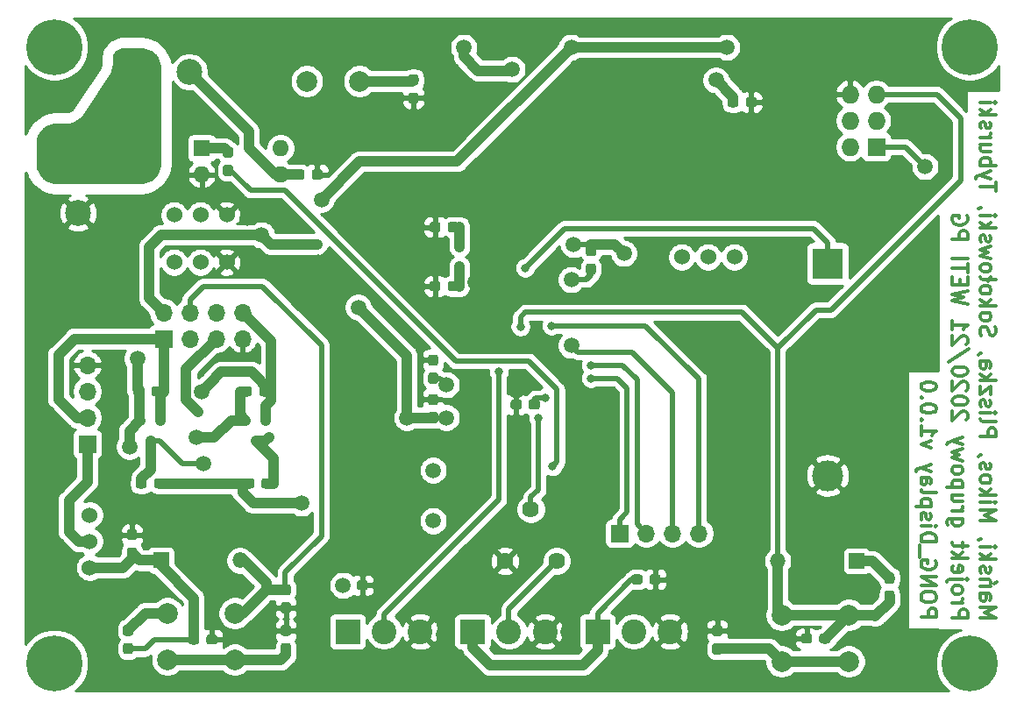
<source format=gbr>
G04 #@! TF.GenerationSoftware,KiCad,Pcbnew,(5.1.5)-3*
G04 #@! TF.CreationDate,2020-04-30T19:49:23+02:00*
G04 #@! TF.ProjectId,PONG_Display,504f4e47-5f44-4697-9370-6c61792e6b69,rev?*
G04 #@! TF.SameCoordinates,Original*
G04 #@! TF.FileFunction,Copper,L2,Bot*
G04 #@! TF.FilePolarity,Positive*
%FSLAX46Y46*%
G04 Gerber Fmt 4.6, Leading zero omitted, Abs format (unit mm)*
G04 Created by KiCad (PCBNEW (5.1.5)-3) date 2020-04-30 19:49:23*
%MOMM*%
%LPD*%
G04 APERTURE LIST*
%ADD10C,0.300000*%
%ADD11R,1.700000X1.700000*%
%ADD12O,1.700000X1.700000*%
%ADD13C,3.000000*%
%ADD14R,3.000000X3.000000*%
%ADD15C,0.100000*%
%ADD16R,1.500000X1.500000*%
%ADD17O,1.500000X1.500000*%
%ADD18C,0.800000*%
%ADD19C,5.400000*%
%ADD20R,2.400000X2.400000*%
%ADD21C,2.400000*%
%ADD22C,1.620000*%
%ADD23C,2.000000*%
%ADD24C,1.524000*%
%ADD25R,1.600000X1.600000*%
%ADD26O,1.600000X1.600000*%
%ADD27C,1.500000*%
%ADD28C,1.000000*%
%ADD29R,0.800000X0.900000*%
%ADD30R,1.727200X1.727200*%
%ADD31O,1.727200X1.727200*%
%ADD32R,2.500000X2.500000*%
%ADD33C,2.500000*%
%ADD34C,0.500000*%
%ADD35C,1.000000*%
%ADD36C,0.254000*%
G04 APERTURE END LIST*
D10*
X99821428Y-70071428D02*
X101321428Y-70071428D01*
X101321428Y-69500000D01*
X101250000Y-69357142D01*
X101178571Y-69285714D01*
X101035714Y-69214285D01*
X100821428Y-69214285D01*
X100678571Y-69285714D01*
X100607142Y-69357142D01*
X100535714Y-69500000D01*
X100535714Y-70071428D01*
X101321428Y-68285714D02*
X101321428Y-68000000D01*
X101250000Y-67857142D01*
X101107142Y-67714285D01*
X100821428Y-67642857D01*
X100321428Y-67642857D01*
X100035714Y-67714285D01*
X99892857Y-67857142D01*
X99821428Y-68000000D01*
X99821428Y-68285714D01*
X99892857Y-68428571D01*
X100035714Y-68571428D01*
X100321428Y-68642857D01*
X100821428Y-68642857D01*
X101107142Y-68571428D01*
X101250000Y-68428571D01*
X101321428Y-68285714D01*
X99821428Y-67000000D02*
X101321428Y-67000000D01*
X99821428Y-66142857D01*
X101321428Y-66142857D01*
X101250000Y-64642857D02*
X101321428Y-64785714D01*
X101321428Y-65000000D01*
X101250000Y-65214285D01*
X101107142Y-65357142D01*
X100964285Y-65428571D01*
X100678571Y-65500000D01*
X100464285Y-65500000D01*
X100178571Y-65428571D01*
X100035714Y-65357142D01*
X99892857Y-65214285D01*
X99821428Y-65000000D01*
X99821428Y-64857142D01*
X99892857Y-64642857D01*
X99964285Y-64571428D01*
X100464285Y-64571428D01*
X100464285Y-64857142D01*
X99678571Y-64285714D02*
X99678571Y-63142857D01*
X99821428Y-62785714D02*
X101321428Y-62785714D01*
X101321428Y-62428571D01*
X101250000Y-62214285D01*
X101107142Y-62071428D01*
X100964285Y-62000000D01*
X100678571Y-61928571D01*
X100464285Y-61928571D01*
X100178571Y-62000000D01*
X100035714Y-62071428D01*
X99892857Y-62214285D01*
X99821428Y-62428571D01*
X99821428Y-62785714D01*
X99821428Y-61285714D02*
X100821428Y-61285714D01*
X101321428Y-61285714D02*
X101250000Y-61357142D01*
X101178571Y-61285714D01*
X101250000Y-61214285D01*
X101321428Y-61285714D01*
X101178571Y-61285714D01*
X99892857Y-60642857D02*
X99821428Y-60500000D01*
X99821428Y-60214285D01*
X99892857Y-60071428D01*
X100035714Y-60000000D01*
X100107142Y-60000000D01*
X100250000Y-60071428D01*
X100321428Y-60214285D01*
X100321428Y-60428571D01*
X100392857Y-60571428D01*
X100535714Y-60642857D01*
X100607142Y-60642857D01*
X100750000Y-60571428D01*
X100821428Y-60428571D01*
X100821428Y-60214285D01*
X100750000Y-60071428D01*
X100821428Y-59357142D02*
X99321428Y-59357142D01*
X100750000Y-59357142D02*
X100821428Y-59214285D01*
X100821428Y-58928571D01*
X100750000Y-58785714D01*
X100678571Y-58714285D01*
X100535714Y-58642857D01*
X100107142Y-58642857D01*
X99964285Y-58714285D01*
X99892857Y-58785714D01*
X99821428Y-58928571D01*
X99821428Y-59214285D01*
X99892857Y-59357142D01*
X99821428Y-57785714D02*
X99892857Y-57928571D01*
X100035714Y-58000000D01*
X101321428Y-58000000D01*
X99821428Y-56571428D02*
X100607142Y-56571428D01*
X100750000Y-56642857D01*
X100821428Y-56785714D01*
X100821428Y-57071428D01*
X100750000Y-57214285D01*
X99892857Y-56571428D02*
X99821428Y-56714285D01*
X99821428Y-57071428D01*
X99892857Y-57214285D01*
X100035714Y-57285714D01*
X100178571Y-57285714D01*
X100321428Y-57214285D01*
X100392857Y-57071428D01*
X100392857Y-56714285D01*
X100464285Y-56571428D01*
X100821428Y-56000000D02*
X99821428Y-55642857D01*
X100821428Y-55285714D02*
X99821428Y-55642857D01*
X99464285Y-55785714D01*
X99392857Y-55857142D01*
X99321428Y-56000000D01*
X100821428Y-53714285D02*
X99821428Y-53357142D01*
X100821428Y-53000000D01*
X99821428Y-51642857D02*
X99821428Y-52500000D01*
X99821428Y-52071428D02*
X101321428Y-52071428D01*
X101107142Y-52214285D01*
X100964285Y-52357142D01*
X100892857Y-52500000D01*
X99964285Y-51000000D02*
X99892857Y-50928571D01*
X99821428Y-51000000D01*
X99892857Y-51071428D01*
X99964285Y-51000000D01*
X99821428Y-51000000D01*
X101321428Y-50000000D02*
X101321428Y-49857142D01*
X101250000Y-49714285D01*
X101178571Y-49642857D01*
X101035714Y-49571428D01*
X100750000Y-49500000D01*
X100392857Y-49500000D01*
X100107142Y-49571428D01*
X99964285Y-49642857D01*
X99892857Y-49714285D01*
X99821428Y-49857142D01*
X99821428Y-50000000D01*
X99892857Y-50142857D01*
X99964285Y-50214285D01*
X100107142Y-50285714D01*
X100392857Y-50357142D01*
X100750000Y-50357142D01*
X101035714Y-50285714D01*
X101178571Y-50214285D01*
X101250000Y-50142857D01*
X101321428Y-50000000D01*
X99964285Y-48857142D02*
X99892857Y-48785714D01*
X99821428Y-48857142D01*
X99892857Y-48928571D01*
X99964285Y-48857142D01*
X99821428Y-48857142D01*
X101321428Y-47857142D02*
X101321428Y-47714285D01*
X101250000Y-47571428D01*
X101178571Y-47500000D01*
X101035714Y-47428571D01*
X100750000Y-47357142D01*
X100392857Y-47357142D01*
X100107142Y-47428571D01*
X99964285Y-47500000D01*
X99892857Y-47571428D01*
X99821428Y-47714285D01*
X99821428Y-47857142D01*
X99892857Y-48000000D01*
X99964285Y-48071428D01*
X100107142Y-48142857D01*
X100392857Y-48214285D01*
X100750000Y-48214285D01*
X101035714Y-48142857D01*
X101178571Y-48071428D01*
X101250000Y-48000000D01*
X101321428Y-47857142D01*
X105571428Y-70142857D02*
X107071428Y-70142857D01*
X106000000Y-69642857D01*
X107071428Y-69142857D01*
X105571428Y-69142857D01*
X105571428Y-67785714D02*
X106357142Y-67785714D01*
X106500000Y-67857142D01*
X106571428Y-68000000D01*
X106571428Y-68285714D01*
X106500000Y-68428571D01*
X105642857Y-67785714D02*
X105571428Y-67928571D01*
X105571428Y-68285714D01*
X105642857Y-68428571D01*
X105785714Y-68500000D01*
X105928571Y-68500000D01*
X106071428Y-68428571D01*
X106142857Y-68285714D01*
X106142857Y-67928571D01*
X106214285Y-67785714D01*
X106571428Y-67071428D02*
X105571428Y-67071428D01*
X106428571Y-67071428D02*
X106500000Y-67000000D01*
X106571428Y-66857142D01*
X106571428Y-66642857D01*
X106500000Y-66500000D01*
X106357142Y-66428571D01*
X105571428Y-66428571D01*
X107142857Y-66642857D02*
X106928571Y-66857142D01*
X105642857Y-65785714D02*
X105571428Y-65642857D01*
X105571428Y-65357142D01*
X105642857Y-65214285D01*
X105785714Y-65142857D01*
X105857142Y-65142857D01*
X106000000Y-65214285D01*
X106071428Y-65357142D01*
X106071428Y-65571428D01*
X106142857Y-65714285D01*
X106285714Y-65785714D01*
X106357142Y-65785714D01*
X106500000Y-65714285D01*
X106571428Y-65571428D01*
X106571428Y-65357142D01*
X106500000Y-65214285D01*
X105571428Y-64500000D02*
X107071428Y-64500000D01*
X106142857Y-64357142D02*
X105571428Y-63928571D01*
X106571428Y-63928571D02*
X106000000Y-64500000D01*
X105571428Y-63285714D02*
X106571428Y-63285714D01*
X107071428Y-63285714D02*
X107000000Y-63357142D01*
X106928571Y-63285714D01*
X107000000Y-63214285D01*
X107071428Y-63285714D01*
X106928571Y-63285714D01*
X105642857Y-62500000D02*
X105571428Y-62500000D01*
X105428571Y-62571428D01*
X105357142Y-62642857D01*
X105571428Y-60714285D02*
X107071428Y-60714285D01*
X106000000Y-60214285D01*
X107071428Y-59714285D01*
X105571428Y-59714285D01*
X105571428Y-59000000D02*
X106571428Y-59000000D01*
X107071428Y-59000000D02*
X107000000Y-59071428D01*
X106928571Y-59000000D01*
X107000000Y-58928571D01*
X107071428Y-59000000D01*
X106928571Y-59000000D01*
X105571428Y-58285714D02*
X107071428Y-58285714D01*
X106142857Y-58142857D02*
X105571428Y-57714285D01*
X106571428Y-57714285D02*
X106000000Y-58285714D01*
X105571428Y-56857142D02*
X105642857Y-57000000D01*
X105714285Y-57071428D01*
X105857142Y-57142857D01*
X106285714Y-57142857D01*
X106428571Y-57071428D01*
X106500000Y-57000000D01*
X106571428Y-56857142D01*
X106571428Y-56642857D01*
X106500000Y-56500000D01*
X106428571Y-56428571D01*
X106285714Y-56357142D01*
X105857142Y-56357142D01*
X105714285Y-56428571D01*
X105642857Y-56500000D01*
X105571428Y-56642857D01*
X105571428Y-56857142D01*
X105642857Y-55785714D02*
X105571428Y-55642857D01*
X105571428Y-55357142D01*
X105642857Y-55214285D01*
X105785714Y-55142857D01*
X105857142Y-55142857D01*
X106000000Y-55214285D01*
X106071428Y-55357142D01*
X106071428Y-55571428D01*
X106142857Y-55714285D01*
X106285714Y-55785714D01*
X106357142Y-55785714D01*
X106500000Y-55714285D01*
X106571428Y-55571428D01*
X106571428Y-55357142D01*
X106500000Y-55214285D01*
X105642857Y-54428571D02*
X105571428Y-54428571D01*
X105428571Y-54499999D01*
X105357142Y-54571428D01*
X105571428Y-52642857D02*
X107071428Y-52642857D01*
X107071428Y-52071428D01*
X107000000Y-51928571D01*
X106928571Y-51857142D01*
X106785714Y-51785714D01*
X106571428Y-51785714D01*
X106428571Y-51857142D01*
X106357142Y-51928571D01*
X106285714Y-52071428D01*
X106285714Y-52642857D01*
X105571428Y-50928571D02*
X105642857Y-51071428D01*
X105785714Y-51142857D01*
X107071428Y-51142857D01*
X105571428Y-50357142D02*
X106571428Y-50357142D01*
X107071428Y-50357142D02*
X107000000Y-50428571D01*
X106928571Y-50357142D01*
X107000000Y-50285714D01*
X107071428Y-50357142D01*
X106928571Y-50357142D01*
X105642857Y-49714285D02*
X105571428Y-49571428D01*
X105571428Y-49285714D01*
X105642857Y-49142857D01*
X105785714Y-49071428D01*
X105857142Y-49071428D01*
X106000000Y-49142857D01*
X106071428Y-49285714D01*
X106071428Y-49499999D01*
X106142857Y-49642857D01*
X106285714Y-49714285D01*
X106357142Y-49714285D01*
X106500000Y-49642857D01*
X106571428Y-49499999D01*
X106571428Y-49285714D01*
X106500000Y-49142857D01*
X106571428Y-48571428D02*
X106571428Y-47785714D01*
X105571428Y-48571428D01*
X105571428Y-47785714D01*
X105571428Y-47214285D02*
X107071428Y-47214285D01*
X106142857Y-47071428D02*
X105571428Y-46642857D01*
X106571428Y-46642857D02*
X106000000Y-47214285D01*
X105571428Y-45357142D02*
X106357142Y-45357142D01*
X106500000Y-45428571D01*
X106571428Y-45571428D01*
X106571428Y-45857142D01*
X106500000Y-45999999D01*
X105642857Y-45357142D02*
X105571428Y-45499999D01*
X105571428Y-45857142D01*
X105642857Y-45999999D01*
X105785714Y-46071428D01*
X105928571Y-46071428D01*
X106071428Y-45999999D01*
X106142857Y-45857142D01*
X106142857Y-45499999D01*
X106214285Y-45357142D01*
X105642857Y-44571428D02*
X105571428Y-44571428D01*
X105428571Y-44642857D01*
X105357142Y-44714285D01*
X105642857Y-42857142D02*
X105571428Y-42642857D01*
X105571428Y-42285714D01*
X105642857Y-42142857D01*
X105714285Y-42071428D01*
X105857142Y-42000000D01*
X106000000Y-42000000D01*
X106142857Y-42071428D01*
X106214285Y-42142857D01*
X106285714Y-42285714D01*
X106357142Y-42571428D01*
X106428571Y-42714285D01*
X106500000Y-42785714D01*
X106642857Y-42857142D01*
X106785714Y-42857142D01*
X106928571Y-42785714D01*
X107000000Y-42714285D01*
X107071428Y-42571428D01*
X107071428Y-42214285D01*
X107000000Y-42000000D01*
X105571428Y-41142857D02*
X105642857Y-41285714D01*
X105714285Y-41357142D01*
X105857142Y-41428571D01*
X106285714Y-41428571D01*
X106428571Y-41357142D01*
X106500000Y-41285714D01*
X106571428Y-41142857D01*
X106571428Y-40928571D01*
X106500000Y-40785714D01*
X106428571Y-40714285D01*
X106285714Y-40642857D01*
X105857142Y-40642857D01*
X105714285Y-40714285D01*
X105642857Y-40785714D01*
X105571428Y-40928571D01*
X105571428Y-41142857D01*
X105571428Y-39999999D02*
X107071428Y-39999999D01*
X106142857Y-39857142D02*
X105571428Y-39428571D01*
X106571428Y-39428571D02*
X106000000Y-39999999D01*
X105571428Y-38571428D02*
X105642857Y-38714285D01*
X105714285Y-38785714D01*
X105857142Y-38857142D01*
X106285714Y-38857142D01*
X106428571Y-38785714D01*
X106500000Y-38714285D01*
X106571428Y-38571428D01*
X106571428Y-38357142D01*
X106500000Y-38214285D01*
X106428571Y-38142857D01*
X106285714Y-38071428D01*
X105857142Y-38071428D01*
X105714285Y-38142857D01*
X105642857Y-38214285D01*
X105571428Y-38357142D01*
X105571428Y-38571428D01*
X105571428Y-37214285D02*
X105642857Y-37357142D01*
X105785714Y-37428571D01*
X107071428Y-37428571D01*
X106285714Y-37642857D02*
X106571428Y-37214285D01*
X105571428Y-36428571D02*
X105642857Y-36571428D01*
X105714285Y-36642857D01*
X105857142Y-36714285D01*
X106285714Y-36714285D01*
X106428571Y-36642857D01*
X106500000Y-36571428D01*
X106571428Y-36428571D01*
X106571428Y-36214285D01*
X106500000Y-36071428D01*
X106428571Y-35999999D01*
X106285714Y-35928571D01*
X105857142Y-35928571D01*
X105714285Y-35999999D01*
X105642857Y-36071428D01*
X105571428Y-36214285D01*
X105571428Y-36428571D01*
X106571428Y-35428571D02*
X105571428Y-35142857D01*
X106285714Y-34857142D01*
X105571428Y-34571428D01*
X106571428Y-34285714D01*
X105642857Y-33785714D02*
X105571428Y-33642857D01*
X105571428Y-33357142D01*
X105642857Y-33214285D01*
X105785714Y-33142857D01*
X105857142Y-33142857D01*
X106000000Y-33214285D01*
X106071428Y-33357142D01*
X106071428Y-33571428D01*
X106142857Y-33714285D01*
X106285714Y-33785714D01*
X106357142Y-33785714D01*
X106500000Y-33714285D01*
X106571428Y-33571428D01*
X106571428Y-33357142D01*
X106500000Y-33214285D01*
X105571428Y-32499999D02*
X107071428Y-32499999D01*
X106142857Y-32357142D02*
X105571428Y-31928571D01*
X106571428Y-31928571D02*
X106000000Y-32499999D01*
X105571428Y-31285714D02*
X106571428Y-31285714D01*
X107071428Y-31285714D02*
X107000000Y-31357142D01*
X106928571Y-31285714D01*
X107000000Y-31214285D01*
X107071428Y-31285714D01*
X106928571Y-31285714D01*
X105642857Y-30499999D02*
X105571428Y-30499999D01*
X105428571Y-30571428D01*
X105357142Y-30642857D01*
X107071428Y-28928571D02*
X107071428Y-28071428D01*
X105571428Y-28499999D02*
X107071428Y-28499999D01*
X106571428Y-27714285D02*
X105571428Y-27357142D01*
X106571428Y-26999999D02*
X105571428Y-27357142D01*
X105214285Y-27499999D01*
X105142857Y-27571428D01*
X105071428Y-27714285D01*
X105571428Y-26428571D02*
X107071428Y-26428571D01*
X106500000Y-26428571D02*
X106571428Y-26285714D01*
X106571428Y-25999999D01*
X106500000Y-25857142D01*
X106428571Y-25785714D01*
X106285714Y-25714285D01*
X105857142Y-25714285D01*
X105714285Y-25785714D01*
X105642857Y-25857142D01*
X105571428Y-25999999D01*
X105571428Y-26285714D01*
X105642857Y-26428571D01*
X106571428Y-24428571D02*
X105571428Y-24428571D01*
X106571428Y-25071428D02*
X105785714Y-25071428D01*
X105642857Y-24999999D01*
X105571428Y-24857142D01*
X105571428Y-24642857D01*
X105642857Y-24499999D01*
X105714285Y-24428571D01*
X105571428Y-23714285D02*
X106571428Y-23714285D01*
X106285714Y-23714285D02*
X106428571Y-23642857D01*
X106500000Y-23571428D01*
X106571428Y-23428571D01*
X106571428Y-23285714D01*
X105642857Y-22857142D02*
X105571428Y-22714285D01*
X105571428Y-22428571D01*
X105642857Y-22285714D01*
X105785714Y-22214285D01*
X105857142Y-22214285D01*
X106000000Y-22285714D01*
X106071428Y-22428571D01*
X106071428Y-22642857D01*
X106142857Y-22785714D01*
X106285714Y-22857142D01*
X106357142Y-22857142D01*
X106500000Y-22785714D01*
X106571428Y-22642857D01*
X106571428Y-22428571D01*
X106500000Y-22285714D01*
X105571428Y-21571428D02*
X107071428Y-21571428D01*
X106142857Y-21428571D02*
X105571428Y-20999999D01*
X106571428Y-20999999D02*
X106000000Y-21571428D01*
X105571428Y-20357142D02*
X106571428Y-20357142D01*
X107071428Y-20357142D02*
X107000000Y-20428571D01*
X106928571Y-20357142D01*
X107000000Y-20285714D01*
X107071428Y-20357142D01*
X106928571Y-20357142D01*
X102821428Y-70178571D02*
X104321428Y-70178571D01*
X104321428Y-69607142D01*
X104250000Y-69464285D01*
X104178571Y-69392857D01*
X104035714Y-69321428D01*
X103821428Y-69321428D01*
X103678571Y-69392857D01*
X103607142Y-69464285D01*
X103535714Y-69607142D01*
X103535714Y-70178571D01*
X102821428Y-68678571D02*
X103821428Y-68678571D01*
X103535714Y-68678571D02*
X103678571Y-68607142D01*
X103750000Y-68535714D01*
X103821428Y-68392857D01*
X103821428Y-68250000D01*
X102821428Y-67535714D02*
X102892857Y-67678571D01*
X102964285Y-67750000D01*
X103107142Y-67821428D01*
X103535714Y-67821428D01*
X103678571Y-67750000D01*
X103750000Y-67678571D01*
X103821428Y-67535714D01*
X103821428Y-67321428D01*
X103750000Y-67178571D01*
X103678571Y-67107142D01*
X103535714Y-67035714D01*
X103107142Y-67035714D01*
X102964285Y-67107142D01*
X102892857Y-67178571D01*
X102821428Y-67321428D01*
X102821428Y-67535714D01*
X103821428Y-66392857D02*
X102535714Y-66392857D01*
X102392857Y-66464285D01*
X102321428Y-66607142D01*
X102321428Y-66678571D01*
X104321428Y-66392857D02*
X104250000Y-66464285D01*
X104178571Y-66392857D01*
X104250000Y-66321428D01*
X104321428Y-66392857D01*
X104178571Y-66392857D01*
X102892857Y-65107142D02*
X102821428Y-65250000D01*
X102821428Y-65535714D01*
X102892857Y-65678571D01*
X103035714Y-65750000D01*
X103607142Y-65750000D01*
X103750000Y-65678571D01*
X103821428Y-65535714D01*
X103821428Y-65250000D01*
X103750000Y-65107142D01*
X103607142Y-65035714D01*
X103464285Y-65035714D01*
X103321428Y-65750000D01*
X102821428Y-64392857D02*
X104321428Y-64392857D01*
X103392857Y-64250000D02*
X102821428Y-63821428D01*
X103821428Y-63821428D02*
X103250000Y-64392857D01*
X103821428Y-63392857D02*
X103821428Y-62821428D01*
X104321428Y-63178571D02*
X103035714Y-63178571D01*
X102892857Y-63107142D01*
X102821428Y-62964285D01*
X102821428Y-62821428D01*
X103821428Y-60535714D02*
X102607142Y-60535714D01*
X102464285Y-60607142D01*
X102392857Y-60678571D01*
X102321428Y-60821428D01*
X102321428Y-61035714D01*
X102392857Y-61178571D01*
X102892857Y-60535714D02*
X102821428Y-60678571D01*
X102821428Y-60964285D01*
X102892857Y-61107142D01*
X102964285Y-61178571D01*
X103107142Y-61250000D01*
X103535714Y-61250000D01*
X103678571Y-61178571D01*
X103750000Y-61107142D01*
X103821428Y-60964285D01*
X103821428Y-60678571D01*
X103750000Y-60535714D01*
X102821428Y-59821428D02*
X103821428Y-59821428D01*
X103535714Y-59821428D02*
X103678571Y-59750000D01*
X103750000Y-59678571D01*
X103821428Y-59535714D01*
X103821428Y-59392857D01*
X103821428Y-58250000D02*
X102821428Y-58250000D01*
X103821428Y-58892857D02*
X103035714Y-58892857D01*
X102892857Y-58821428D01*
X102821428Y-58678571D01*
X102821428Y-58464285D01*
X102892857Y-58321428D01*
X102964285Y-58250000D01*
X103821428Y-57535714D02*
X102321428Y-57535714D01*
X103750000Y-57535714D02*
X103821428Y-57392857D01*
X103821428Y-57107142D01*
X103750000Y-56964285D01*
X103678571Y-56892857D01*
X103535714Y-56821428D01*
X103107142Y-56821428D01*
X102964285Y-56892857D01*
X102892857Y-56964285D01*
X102821428Y-57107142D01*
X102821428Y-57392857D01*
X102892857Y-57535714D01*
X102821428Y-55964285D02*
X102892857Y-56107142D01*
X102964285Y-56178571D01*
X103107142Y-56250000D01*
X103535714Y-56250000D01*
X103678571Y-56178571D01*
X103750000Y-56107142D01*
X103821428Y-55964285D01*
X103821428Y-55750000D01*
X103750000Y-55607142D01*
X103678571Y-55535714D01*
X103535714Y-55464285D01*
X103107142Y-55464285D01*
X102964285Y-55535714D01*
X102892857Y-55607142D01*
X102821428Y-55750000D01*
X102821428Y-55964285D01*
X103821428Y-54964285D02*
X102821428Y-54678571D01*
X103535714Y-54392857D01*
X102821428Y-54107142D01*
X103821428Y-53821428D01*
X103821428Y-53392857D02*
X102821428Y-53035714D01*
X103821428Y-52678571D02*
X102821428Y-53035714D01*
X102464285Y-53178571D01*
X102392857Y-53250000D01*
X102321428Y-53392857D01*
X104178571Y-51035714D02*
X104250000Y-50964285D01*
X104321428Y-50821428D01*
X104321428Y-50464285D01*
X104250000Y-50321428D01*
X104178571Y-50250000D01*
X104035714Y-50178571D01*
X103892857Y-50178571D01*
X103678571Y-50250000D01*
X102821428Y-51107142D01*
X102821428Y-50178571D01*
X104321428Y-49250000D02*
X104321428Y-49107142D01*
X104250000Y-48964285D01*
X104178571Y-48892857D01*
X104035714Y-48821428D01*
X103750000Y-48750000D01*
X103392857Y-48750000D01*
X103107142Y-48821428D01*
X102964285Y-48892857D01*
X102892857Y-48964285D01*
X102821428Y-49107142D01*
X102821428Y-49250000D01*
X102892857Y-49392857D01*
X102964285Y-49464285D01*
X103107142Y-49535714D01*
X103392857Y-49607142D01*
X103750000Y-49607142D01*
X104035714Y-49535714D01*
X104178571Y-49464285D01*
X104250000Y-49392857D01*
X104321428Y-49250000D01*
X104178571Y-48178571D02*
X104250000Y-48107142D01*
X104321428Y-47964285D01*
X104321428Y-47607142D01*
X104250000Y-47464285D01*
X104178571Y-47392857D01*
X104035714Y-47321428D01*
X103892857Y-47321428D01*
X103678571Y-47392857D01*
X102821428Y-48250000D01*
X102821428Y-47321428D01*
X104321428Y-46392857D02*
X104321428Y-46250000D01*
X104250000Y-46107142D01*
X104178571Y-46035714D01*
X104035714Y-45964285D01*
X103750000Y-45892857D01*
X103392857Y-45892857D01*
X103107142Y-45964285D01*
X102964285Y-46035714D01*
X102892857Y-46107142D01*
X102821428Y-46250000D01*
X102821428Y-46392857D01*
X102892857Y-46535714D01*
X102964285Y-46607142D01*
X103107142Y-46678571D01*
X103392857Y-46750000D01*
X103750000Y-46750000D01*
X104035714Y-46678571D01*
X104178571Y-46607142D01*
X104250000Y-46535714D01*
X104321428Y-46392857D01*
X104392857Y-44178571D02*
X102464285Y-45464285D01*
X104178571Y-43750000D02*
X104250000Y-43678571D01*
X104321428Y-43535714D01*
X104321428Y-43178571D01*
X104250000Y-43035714D01*
X104178571Y-42964285D01*
X104035714Y-42892857D01*
X103892857Y-42892857D01*
X103678571Y-42964285D01*
X102821428Y-43821428D01*
X102821428Y-42892857D01*
X102821428Y-41464285D02*
X102821428Y-42321428D01*
X102821428Y-41892857D02*
X104321428Y-41892857D01*
X104107142Y-42035714D01*
X103964285Y-42178571D01*
X103892857Y-42321428D01*
X104321428Y-39821428D02*
X102821428Y-39464285D01*
X103892857Y-39178571D01*
X102821428Y-38892857D01*
X104321428Y-38535714D01*
X103607142Y-37964285D02*
X103607142Y-37464285D01*
X102821428Y-37250000D02*
X102821428Y-37964285D01*
X104321428Y-37964285D01*
X104321428Y-37250000D01*
X104321428Y-36821428D02*
X104321428Y-35964285D01*
X102821428Y-36392857D02*
X104321428Y-36392857D01*
X102821428Y-35464285D02*
X104321428Y-35464285D01*
X102821428Y-33607142D02*
X104321428Y-33607142D01*
X104321428Y-33035714D01*
X104250000Y-32892857D01*
X104178571Y-32821428D01*
X104035714Y-32750000D01*
X103821428Y-32750000D01*
X103678571Y-32821428D01*
X103607142Y-32892857D01*
X103535714Y-33035714D01*
X103535714Y-33607142D01*
X104250000Y-31321428D02*
X104321428Y-31464285D01*
X104321428Y-31678571D01*
X104250000Y-31892857D01*
X104107142Y-32035714D01*
X103964285Y-32107142D01*
X103678571Y-32178571D01*
X103464285Y-32178571D01*
X103178571Y-32107142D01*
X103035714Y-32035714D01*
X102892857Y-31892857D01*
X102821428Y-31678571D01*
X102821428Y-31535714D01*
X102892857Y-31321428D01*
X102964285Y-31250000D01*
X103464285Y-31250000D01*
X103464285Y-31535714D01*
D11*
X70739000Y-61976000D03*
D12*
X73279000Y-61976000D03*
X75819000Y-61976000D03*
X78359000Y-61976000D03*
D13*
X90805000Y-56400000D03*
D14*
X90805000Y-35910000D03*
G04 #@! TA.AperFunction,SMDPad,CuDef*
D15*
G36*
X33153779Y-24636144D02*
G01*
X33176834Y-24639563D01*
X33199443Y-24645227D01*
X33221387Y-24653079D01*
X33242457Y-24663044D01*
X33262448Y-24675026D01*
X33281168Y-24688910D01*
X33298438Y-24704562D01*
X33314090Y-24721832D01*
X33327974Y-24740552D01*
X33339956Y-24760543D01*
X33349921Y-24781613D01*
X33357773Y-24803557D01*
X33363437Y-24826166D01*
X33366856Y-24849221D01*
X33368000Y-24872500D01*
X33368000Y-25447500D01*
X33366856Y-25470779D01*
X33363437Y-25493834D01*
X33357773Y-25516443D01*
X33349921Y-25538387D01*
X33339956Y-25559457D01*
X33327974Y-25579448D01*
X33314090Y-25598168D01*
X33298438Y-25615438D01*
X33281168Y-25631090D01*
X33262448Y-25644974D01*
X33242457Y-25656956D01*
X33221387Y-25666921D01*
X33199443Y-25674773D01*
X33176834Y-25680437D01*
X33153779Y-25683856D01*
X33130500Y-25685000D01*
X32655500Y-25685000D01*
X32632221Y-25683856D01*
X32609166Y-25680437D01*
X32586557Y-25674773D01*
X32564613Y-25666921D01*
X32543543Y-25656956D01*
X32523552Y-25644974D01*
X32504832Y-25631090D01*
X32487562Y-25615438D01*
X32471910Y-25598168D01*
X32458026Y-25579448D01*
X32446044Y-25559457D01*
X32436079Y-25538387D01*
X32428227Y-25516443D01*
X32422563Y-25493834D01*
X32419144Y-25470779D01*
X32418000Y-25447500D01*
X32418000Y-24872500D01*
X32419144Y-24849221D01*
X32422563Y-24826166D01*
X32428227Y-24803557D01*
X32436079Y-24781613D01*
X32446044Y-24760543D01*
X32458026Y-24740552D01*
X32471910Y-24721832D01*
X32487562Y-24704562D01*
X32504832Y-24688910D01*
X32523552Y-24675026D01*
X32543543Y-24663044D01*
X32564613Y-24653079D01*
X32586557Y-24645227D01*
X32609166Y-24639563D01*
X32632221Y-24636144D01*
X32655500Y-24635000D01*
X33130500Y-24635000D01*
X33153779Y-24636144D01*
G37*
G04 #@! TD.AperFunction*
G04 #@! TA.AperFunction,SMDPad,CuDef*
G36*
X33153779Y-26386144D02*
G01*
X33176834Y-26389563D01*
X33199443Y-26395227D01*
X33221387Y-26403079D01*
X33242457Y-26413044D01*
X33262448Y-26425026D01*
X33281168Y-26438910D01*
X33298438Y-26454562D01*
X33314090Y-26471832D01*
X33327974Y-26490552D01*
X33339956Y-26510543D01*
X33349921Y-26531613D01*
X33357773Y-26553557D01*
X33363437Y-26576166D01*
X33366856Y-26599221D01*
X33368000Y-26622500D01*
X33368000Y-27197500D01*
X33366856Y-27220779D01*
X33363437Y-27243834D01*
X33357773Y-27266443D01*
X33349921Y-27288387D01*
X33339956Y-27309457D01*
X33327974Y-27329448D01*
X33314090Y-27348168D01*
X33298438Y-27365438D01*
X33281168Y-27381090D01*
X33262448Y-27394974D01*
X33242457Y-27406956D01*
X33221387Y-27416921D01*
X33199443Y-27424773D01*
X33176834Y-27430437D01*
X33153779Y-27433856D01*
X33130500Y-27435000D01*
X32655500Y-27435000D01*
X32632221Y-27433856D01*
X32609166Y-27430437D01*
X32586557Y-27424773D01*
X32564613Y-27416921D01*
X32543543Y-27406956D01*
X32523552Y-27394974D01*
X32504832Y-27381090D01*
X32487562Y-27365438D01*
X32471910Y-27348168D01*
X32458026Y-27329448D01*
X32446044Y-27309457D01*
X32436079Y-27288387D01*
X32428227Y-27266443D01*
X32422563Y-27243834D01*
X32419144Y-27220779D01*
X32418000Y-27197500D01*
X32418000Y-26622500D01*
X32419144Y-26599221D01*
X32422563Y-26576166D01*
X32428227Y-26553557D01*
X32436079Y-26531613D01*
X32446044Y-26510543D01*
X32458026Y-26490552D01*
X32471910Y-26471832D01*
X32487562Y-26454562D01*
X32504832Y-26438910D01*
X32523552Y-26425026D01*
X32543543Y-26413044D01*
X32564613Y-26403079D01*
X32586557Y-26395227D01*
X32609166Y-26389563D01*
X32632221Y-26386144D01*
X32655500Y-26385000D01*
X33130500Y-26385000D01*
X33153779Y-26386144D01*
G37*
G04 #@! TD.AperFunction*
D16*
X93599000Y-64643000D03*
D17*
X85979000Y-64643000D03*
X34036000Y-64579500D03*
D16*
X26416000Y-64579500D03*
D18*
X105952891Y-13554109D03*
X104521000Y-12961000D03*
X103089109Y-13554109D03*
X102496000Y-14986000D03*
X103089109Y-16417891D03*
X104521000Y-17011000D03*
X105952891Y-16417891D03*
X106546000Y-14986000D03*
D19*
X104521000Y-14986000D03*
X104521000Y-74549000D03*
D18*
X106546000Y-74549000D03*
X105952891Y-75980891D03*
X104521000Y-76574000D03*
X103089109Y-75980891D03*
X102496000Y-74549000D03*
X103089109Y-73117109D03*
X104521000Y-72524000D03*
X105952891Y-73117109D03*
X17553891Y-73117109D03*
X16122000Y-72524000D03*
X14690109Y-73117109D03*
X14097000Y-74549000D03*
X14690109Y-75980891D03*
X16122000Y-76574000D03*
X17553891Y-75980891D03*
X18147000Y-74549000D03*
D19*
X16122000Y-74549000D03*
X16129000Y-14986000D03*
D18*
X18154000Y-14986000D03*
X17560891Y-16417891D03*
X16129000Y-17011000D03*
X14697109Y-16417891D03*
X14104000Y-14986000D03*
X14697109Y-13554109D03*
X16129000Y-12961000D03*
X17560891Y-13554109D03*
D20*
X68580000Y-71470000D03*
D21*
X72080000Y-71470000D03*
X75580000Y-71470000D03*
X51450000Y-71470000D03*
X47950000Y-71470000D03*
D20*
X44450000Y-71470000D03*
D11*
X26670000Y-43180000D03*
D12*
X26670000Y-40640000D03*
X29210000Y-43180000D03*
X29210000Y-40640000D03*
X31750000Y-43180000D03*
X31750000Y-40640000D03*
X34290000Y-43180000D03*
X34290000Y-40640000D03*
X19304000Y-45720000D03*
X19304000Y-48260000D03*
X19304000Y-50800000D03*
D11*
X19304000Y-53340000D03*
D22*
X59643000Y-64643000D03*
X62143000Y-59643000D03*
X64643000Y-64643000D03*
D23*
X92860000Y-69850000D03*
X92860000Y-74350000D03*
X86360000Y-69850000D03*
X86360000Y-74350000D03*
X27051000Y-74192000D03*
X27051000Y-69692000D03*
X33551000Y-74192000D03*
X33551000Y-69692000D03*
D24*
X32766000Y-35790000D03*
X30226000Y-35790000D03*
X27686000Y-35790000D03*
X27686000Y-31218000D03*
X30226000Y-31218000D03*
X32766000Y-31218000D03*
D25*
X30353000Y-24765000D03*
D26*
X37973000Y-27305000D03*
X30353000Y-27305000D03*
X37973000Y-24765000D03*
D27*
X52705000Y-55880000D03*
X52705000Y-60760000D03*
D28*
X55245000Y-34290000D03*
X55245000Y-36190000D03*
D29*
X25400000Y-53070000D03*
X26350000Y-51070000D03*
X24450000Y-51070000D03*
X34610000Y-51070000D03*
X36510000Y-51070000D03*
X35560000Y-53070000D03*
G04 #@! TA.AperFunction,SMDPad,CuDef*
D15*
G36*
X40075779Y-26831144D02*
G01*
X40098834Y-26834563D01*
X40121443Y-26840227D01*
X40143387Y-26848079D01*
X40164457Y-26858044D01*
X40184448Y-26870026D01*
X40203168Y-26883910D01*
X40220438Y-26899562D01*
X40236090Y-26916832D01*
X40249974Y-26935552D01*
X40261956Y-26955543D01*
X40271921Y-26976613D01*
X40279773Y-26998557D01*
X40285437Y-27021166D01*
X40288856Y-27044221D01*
X40290000Y-27067500D01*
X40290000Y-27542500D01*
X40288856Y-27565779D01*
X40285437Y-27588834D01*
X40279773Y-27611443D01*
X40271921Y-27633387D01*
X40261956Y-27654457D01*
X40249974Y-27674448D01*
X40236090Y-27693168D01*
X40220438Y-27710438D01*
X40203168Y-27726090D01*
X40184448Y-27739974D01*
X40164457Y-27751956D01*
X40143387Y-27761921D01*
X40121443Y-27769773D01*
X40098834Y-27775437D01*
X40075779Y-27778856D01*
X40052500Y-27780000D01*
X39477500Y-27780000D01*
X39454221Y-27778856D01*
X39431166Y-27775437D01*
X39408557Y-27769773D01*
X39386613Y-27761921D01*
X39365543Y-27751956D01*
X39345552Y-27739974D01*
X39326832Y-27726090D01*
X39309562Y-27710438D01*
X39293910Y-27693168D01*
X39280026Y-27674448D01*
X39268044Y-27654457D01*
X39258079Y-27633387D01*
X39250227Y-27611443D01*
X39244563Y-27588834D01*
X39241144Y-27565779D01*
X39240000Y-27542500D01*
X39240000Y-27067500D01*
X39241144Y-27044221D01*
X39244563Y-27021166D01*
X39250227Y-26998557D01*
X39258079Y-26976613D01*
X39268044Y-26955543D01*
X39280026Y-26935552D01*
X39293910Y-26916832D01*
X39309562Y-26899562D01*
X39326832Y-26883910D01*
X39345552Y-26870026D01*
X39365543Y-26858044D01*
X39386613Y-26848079D01*
X39408557Y-26840227D01*
X39431166Y-26834563D01*
X39454221Y-26831144D01*
X39477500Y-26830000D01*
X40052500Y-26830000D01*
X40075779Y-26831144D01*
G37*
G04 #@! TD.AperFunction*
G04 #@! TA.AperFunction,SMDPad,CuDef*
G36*
X41825779Y-26831144D02*
G01*
X41848834Y-26834563D01*
X41871443Y-26840227D01*
X41893387Y-26848079D01*
X41914457Y-26858044D01*
X41934448Y-26870026D01*
X41953168Y-26883910D01*
X41970438Y-26899562D01*
X41986090Y-26916832D01*
X41999974Y-26935552D01*
X42011956Y-26955543D01*
X42021921Y-26976613D01*
X42029773Y-26998557D01*
X42035437Y-27021166D01*
X42038856Y-27044221D01*
X42040000Y-27067500D01*
X42040000Y-27542500D01*
X42038856Y-27565779D01*
X42035437Y-27588834D01*
X42029773Y-27611443D01*
X42021921Y-27633387D01*
X42011956Y-27654457D01*
X41999974Y-27674448D01*
X41986090Y-27693168D01*
X41970438Y-27710438D01*
X41953168Y-27726090D01*
X41934448Y-27739974D01*
X41914457Y-27751956D01*
X41893387Y-27761921D01*
X41871443Y-27769773D01*
X41848834Y-27775437D01*
X41825779Y-27778856D01*
X41802500Y-27780000D01*
X41227500Y-27780000D01*
X41204221Y-27778856D01*
X41181166Y-27775437D01*
X41158557Y-27769773D01*
X41136613Y-27761921D01*
X41115543Y-27751956D01*
X41095552Y-27739974D01*
X41076832Y-27726090D01*
X41059562Y-27710438D01*
X41043910Y-27693168D01*
X41030026Y-27674448D01*
X41018044Y-27654457D01*
X41008079Y-27633387D01*
X41000227Y-27611443D01*
X40994563Y-27588834D01*
X40991144Y-27565779D01*
X40990000Y-27542500D01*
X40990000Y-27067500D01*
X40991144Y-27044221D01*
X40994563Y-27021166D01*
X41000227Y-26998557D01*
X41008079Y-26976613D01*
X41018044Y-26955543D01*
X41030026Y-26935552D01*
X41043910Y-26916832D01*
X41059562Y-26899562D01*
X41076832Y-26883910D01*
X41095552Y-26870026D01*
X41115543Y-26858044D01*
X41136613Y-26848079D01*
X41158557Y-26840227D01*
X41181166Y-26834563D01*
X41204221Y-26831144D01*
X41227500Y-26830000D01*
X41802500Y-26830000D01*
X41825779Y-26831144D01*
G37*
G04 #@! TD.AperFunction*
G04 #@! TA.AperFunction,SMDPad,CuDef*
G36*
X81985779Y-19846144D02*
G01*
X82008834Y-19849563D01*
X82031443Y-19855227D01*
X82053387Y-19863079D01*
X82074457Y-19873044D01*
X82094448Y-19885026D01*
X82113168Y-19898910D01*
X82130438Y-19914562D01*
X82146090Y-19931832D01*
X82159974Y-19950552D01*
X82171956Y-19970543D01*
X82181921Y-19991613D01*
X82189773Y-20013557D01*
X82195437Y-20036166D01*
X82198856Y-20059221D01*
X82200000Y-20082500D01*
X82200000Y-20557500D01*
X82198856Y-20580779D01*
X82195437Y-20603834D01*
X82189773Y-20626443D01*
X82181921Y-20648387D01*
X82171956Y-20669457D01*
X82159974Y-20689448D01*
X82146090Y-20708168D01*
X82130438Y-20725438D01*
X82113168Y-20741090D01*
X82094448Y-20754974D01*
X82074457Y-20766956D01*
X82053387Y-20776921D01*
X82031443Y-20784773D01*
X82008834Y-20790437D01*
X81985779Y-20793856D01*
X81962500Y-20795000D01*
X81387500Y-20795000D01*
X81364221Y-20793856D01*
X81341166Y-20790437D01*
X81318557Y-20784773D01*
X81296613Y-20776921D01*
X81275543Y-20766956D01*
X81255552Y-20754974D01*
X81236832Y-20741090D01*
X81219562Y-20725438D01*
X81203910Y-20708168D01*
X81190026Y-20689448D01*
X81178044Y-20669457D01*
X81168079Y-20648387D01*
X81160227Y-20626443D01*
X81154563Y-20603834D01*
X81151144Y-20580779D01*
X81150000Y-20557500D01*
X81150000Y-20082500D01*
X81151144Y-20059221D01*
X81154563Y-20036166D01*
X81160227Y-20013557D01*
X81168079Y-19991613D01*
X81178044Y-19970543D01*
X81190026Y-19950552D01*
X81203910Y-19931832D01*
X81219562Y-19914562D01*
X81236832Y-19898910D01*
X81255552Y-19885026D01*
X81275543Y-19873044D01*
X81296613Y-19863079D01*
X81318557Y-19855227D01*
X81341166Y-19849563D01*
X81364221Y-19846144D01*
X81387500Y-19845000D01*
X81962500Y-19845000D01*
X81985779Y-19846144D01*
G37*
G04 #@! TD.AperFunction*
G04 #@! TA.AperFunction,SMDPad,CuDef*
G36*
X83735779Y-19846144D02*
G01*
X83758834Y-19849563D01*
X83781443Y-19855227D01*
X83803387Y-19863079D01*
X83824457Y-19873044D01*
X83844448Y-19885026D01*
X83863168Y-19898910D01*
X83880438Y-19914562D01*
X83896090Y-19931832D01*
X83909974Y-19950552D01*
X83921956Y-19970543D01*
X83931921Y-19991613D01*
X83939773Y-20013557D01*
X83945437Y-20036166D01*
X83948856Y-20059221D01*
X83950000Y-20082500D01*
X83950000Y-20557500D01*
X83948856Y-20580779D01*
X83945437Y-20603834D01*
X83939773Y-20626443D01*
X83931921Y-20648387D01*
X83921956Y-20669457D01*
X83909974Y-20689448D01*
X83896090Y-20708168D01*
X83880438Y-20725438D01*
X83863168Y-20741090D01*
X83844448Y-20754974D01*
X83824457Y-20766956D01*
X83803387Y-20776921D01*
X83781443Y-20784773D01*
X83758834Y-20790437D01*
X83735779Y-20793856D01*
X83712500Y-20795000D01*
X83137500Y-20795000D01*
X83114221Y-20793856D01*
X83091166Y-20790437D01*
X83068557Y-20784773D01*
X83046613Y-20776921D01*
X83025543Y-20766956D01*
X83005552Y-20754974D01*
X82986832Y-20741090D01*
X82969562Y-20725438D01*
X82953910Y-20708168D01*
X82940026Y-20689448D01*
X82928044Y-20669457D01*
X82918079Y-20648387D01*
X82910227Y-20626443D01*
X82904563Y-20603834D01*
X82901144Y-20580779D01*
X82900000Y-20557500D01*
X82900000Y-20082500D01*
X82901144Y-20059221D01*
X82904563Y-20036166D01*
X82910227Y-20013557D01*
X82918079Y-19991613D01*
X82928044Y-19970543D01*
X82940026Y-19950552D01*
X82953910Y-19931832D01*
X82969562Y-19914562D01*
X82986832Y-19898910D01*
X83005552Y-19885026D01*
X83025543Y-19873044D01*
X83046613Y-19863079D01*
X83068557Y-19855227D01*
X83091166Y-19849563D01*
X83114221Y-19846144D01*
X83137500Y-19845000D01*
X83712500Y-19845000D01*
X83735779Y-19846144D01*
G37*
G04 #@! TD.AperFunction*
G04 #@! TA.AperFunction,SMDPad,CuDef*
G36*
X61030779Y-49056144D02*
G01*
X61053834Y-49059563D01*
X61076443Y-49065227D01*
X61098387Y-49073079D01*
X61119457Y-49083044D01*
X61139448Y-49095026D01*
X61158168Y-49108910D01*
X61175438Y-49124562D01*
X61191090Y-49141832D01*
X61204974Y-49160552D01*
X61216956Y-49180543D01*
X61226921Y-49201613D01*
X61234773Y-49223557D01*
X61240437Y-49246166D01*
X61243856Y-49269221D01*
X61245000Y-49292500D01*
X61245000Y-49767500D01*
X61243856Y-49790779D01*
X61240437Y-49813834D01*
X61234773Y-49836443D01*
X61226921Y-49858387D01*
X61216956Y-49879457D01*
X61204974Y-49899448D01*
X61191090Y-49918168D01*
X61175438Y-49935438D01*
X61158168Y-49951090D01*
X61139448Y-49964974D01*
X61119457Y-49976956D01*
X61098387Y-49986921D01*
X61076443Y-49994773D01*
X61053834Y-50000437D01*
X61030779Y-50003856D01*
X61007500Y-50005000D01*
X60432500Y-50005000D01*
X60409221Y-50003856D01*
X60386166Y-50000437D01*
X60363557Y-49994773D01*
X60341613Y-49986921D01*
X60320543Y-49976956D01*
X60300552Y-49964974D01*
X60281832Y-49951090D01*
X60264562Y-49935438D01*
X60248910Y-49918168D01*
X60235026Y-49899448D01*
X60223044Y-49879457D01*
X60213079Y-49858387D01*
X60205227Y-49836443D01*
X60199563Y-49813834D01*
X60196144Y-49790779D01*
X60195000Y-49767500D01*
X60195000Y-49292500D01*
X60196144Y-49269221D01*
X60199563Y-49246166D01*
X60205227Y-49223557D01*
X60213079Y-49201613D01*
X60223044Y-49180543D01*
X60235026Y-49160552D01*
X60248910Y-49141832D01*
X60264562Y-49124562D01*
X60281832Y-49108910D01*
X60300552Y-49095026D01*
X60320543Y-49083044D01*
X60341613Y-49073079D01*
X60363557Y-49065227D01*
X60386166Y-49059563D01*
X60409221Y-49056144D01*
X60432500Y-49055000D01*
X61007500Y-49055000D01*
X61030779Y-49056144D01*
G37*
G04 #@! TD.AperFunction*
G04 #@! TA.AperFunction,SMDPad,CuDef*
G36*
X62780779Y-49056144D02*
G01*
X62803834Y-49059563D01*
X62826443Y-49065227D01*
X62848387Y-49073079D01*
X62869457Y-49083044D01*
X62889448Y-49095026D01*
X62908168Y-49108910D01*
X62925438Y-49124562D01*
X62941090Y-49141832D01*
X62954974Y-49160552D01*
X62966956Y-49180543D01*
X62976921Y-49201613D01*
X62984773Y-49223557D01*
X62990437Y-49246166D01*
X62993856Y-49269221D01*
X62995000Y-49292500D01*
X62995000Y-49767500D01*
X62993856Y-49790779D01*
X62990437Y-49813834D01*
X62984773Y-49836443D01*
X62976921Y-49858387D01*
X62966956Y-49879457D01*
X62954974Y-49899448D01*
X62941090Y-49918168D01*
X62925438Y-49935438D01*
X62908168Y-49951090D01*
X62889448Y-49964974D01*
X62869457Y-49976956D01*
X62848387Y-49986921D01*
X62826443Y-49994773D01*
X62803834Y-50000437D01*
X62780779Y-50003856D01*
X62757500Y-50005000D01*
X62182500Y-50005000D01*
X62159221Y-50003856D01*
X62136166Y-50000437D01*
X62113557Y-49994773D01*
X62091613Y-49986921D01*
X62070543Y-49976956D01*
X62050552Y-49964974D01*
X62031832Y-49951090D01*
X62014562Y-49935438D01*
X61998910Y-49918168D01*
X61985026Y-49899448D01*
X61973044Y-49879457D01*
X61963079Y-49858387D01*
X61955227Y-49836443D01*
X61949563Y-49813834D01*
X61946144Y-49790779D01*
X61945000Y-49767500D01*
X61945000Y-49292500D01*
X61946144Y-49269221D01*
X61949563Y-49246166D01*
X61955227Y-49223557D01*
X61963079Y-49201613D01*
X61973044Y-49180543D01*
X61985026Y-49160552D01*
X61998910Y-49141832D01*
X62014562Y-49124562D01*
X62031832Y-49108910D01*
X62050552Y-49095026D01*
X62070543Y-49083044D01*
X62091613Y-49073079D01*
X62113557Y-49065227D01*
X62136166Y-49059563D01*
X62159221Y-49056144D01*
X62182500Y-49055000D01*
X62757500Y-49055000D01*
X62780779Y-49056144D01*
G37*
G04 #@! TD.AperFunction*
G04 #@! TA.AperFunction,SMDPad,CuDef*
G36*
X52965779Y-48526144D02*
G01*
X52988834Y-48529563D01*
X53011443Y-48535227D01*
X53033387Y-48543079D01*
X53054457Y-48553044D01*
X53074448Y-48565026D01*
X53093168Y-48578910D01*
X53110438Y-48594562D01*
X53126090Y-48611832D01*
X53139974Y-48630552D01*
X53151956Y-48650543D01*
X53161921Y-48671613D01*
X53169773Y-48693557D01*
X53175437Y-48716166D01*
X53178856Y-48739221D01*
X53180000Y-48762500D01*
X53180000Y-49337500D01*
X53178856Y-49360779D01*
X53175437Y-49383834D01*
X53169773Y-49406443D01*
X53161921Y-49428387D01*
X53151956Y-49449457D01*
X53139974Y-49469448D01*
X53126090Y-49488168D01*
X53110438Y-49505438D01*
X53093168Y-49521090D01*
X53074448Y-49534974D01*
X53054457Y-49546956D01*
X53033387Y-49556921D01*
X53011443Y-49564773D01*
X52988834Y-49570437D01*
X52965779Y-49573856D01*
X52942500Y-49575000D01*
X52467500Y-49575000D01*
X52444221Y-49573856D01*
X52421166Y-49570437D01*
X52398557Y-49564773D01*
X52376613Y-49556921D01*
X52355543Y-49546956D01*
X52335552Y-49534974D01*
X52316832Y-49521090D01*
X52299562Y-49505438D01*
X52283910Y-49488168D01*
X52270026Y-49469448D01*
X52258044Y-49449457D01*
X52248079Y-49428387D01*
X52240227Y-49406443D01*
X52234563Y-49383834D01*
X52231144Y-49360779D01*
X52230000Y-49337500D01*
X52230000Y-48762500D01*
X52231144Y-48739221D01*
X52234563Y-48716166D01*
X52240227Y-48693557D01*
X52248079Y-48671613D01*
X52258044Y-48650543D01*
X52270026Y-48630552D01*
X52283910Y-48611832D01*
X52299562Y-48594562D01*
X52316832Y-48578910D01*
X52335552Y-48565026D01*
X52355543Y-48553044D01*
X52376613Y-48543079D01*
X52398557Y-48535227D01*
X52421166Y-48529563D01*
X52444221Y-48526144D01*
X52467500Y-48525000D01*
X52942500Y-48525000D01*
X52965779Y-48526144D01*
G37*
G04 #@! TD.AperFunction*
G04 #@! TA.AperFunction,SMDPad,CuDef*
G36*
X52965779Y-50276144D02*
G01*
X52988834Y-50279563D01*
X53011443Y-50285227D01*
X53033387Y-50293079D01*
X53054457Y-50303044D01*
X53074448Y-50315026D01*
X53093168Y-50328910D01*
X53110438Y-50344562D01*
X53126090Y-50361832D01*
X53139974Y-50380552D01*
X53151956Y-50400543D01*
X53161921Y-50421613D01*
X53169773Y-50443557D01*
X53175437Y-50466166D01*
X53178856Y-50489221D01*
X53180000Y-50512500D01*
X53180000Y-51087500D01*
X53178856Y-51110779D01*
X53175437Y-51133834D01*
X53169773Y-51156443D01*
X53161921Y-51178387D01*
X53151956Y-51199457D01*
X53139974Y-51219448D01*
X53126090Y-51238168D01*
X53110438Y-51255438D01*
X53093168Y-51271090D01*
X53074448Y-51284974D01*
X53054457Y-51296956D01*
X53033387Y-51306921D01*
X53011443Y-51314773D01*
X52988834Y-51320437D01*
X52965779Y-51323856D01*
X52942500Y-51325000D01*
X52467500Y-51325000D01*
X52444221Y-51323856D01*
X52421166Y-51320437D01*
X52398557Y-51314773D01*
X52376613Y-51306921D01*
X52355543Y-51296956D01*
X52335552Y-51284974D01*
X52316832Y-51271090D01*
X52299562Y-51255438D01*
X52283910Y-51238168D01*
X52270026Y-51219448D01*
X52258044Y-51199457D01*
X52248079Y-51178387D01*
X52240227Y-51156443D01*
X52234563Y-51133834D01*
X52231144Y-51110779D01*
X52230000Y-51087500D01*
X52230000Y-50512500D01*
X52231144Y-50489221D01*
X52234563Y-50466166D01*
X52240227Y-50443557D01*
X52248079Y-50421613D01*
X52258044Y-50400543D01*
X52270026Y-50380552D01*
X52283910Y-50361832D01*
X52299562Y-50344562D01*
X52316832Y-50328910D01*
X52335552Y-50315026D01*
X52355543Y-50303044D01*
X52376613Y-50293079D01*
X52398557Y-50285227D01*
X52421166Y-50279563D01*
X52444221Y-50276144D01*
X52467500Y-50275000D01*
X52942500Y-50275000D01*
X52965779Y-50276144D01*
G37*
G04 #@! TD.AperFunction*
G04 #@! TA.AperFunction,SMDPad,CuDef*
G36*
X46185779Y-66526144D02*
G01*
X46208834Y-66529563D01*
X46231443Y-66535227D01*
X46253387Y-66543079D01*
X46274457Y-66553044D01*
X46294448Y-66565026D01*
X46313168Y-66578910D01*
X46330438Y-66594562D01*
X46346090Y-66611832D01*
X46359974Y-66630552D01*
X46371956Y-66650543D01*
X46381921Y-66671613D01*
X46389773Y-66693557D01*
X46395437Y-66716166D01*
X46398856Y-66739221D01*
X46400000Y-66762500D01*
X46400000Y-67237500D01*
X46398856Y-67260779D01*
X46395437Y-67283834D01*
X46389773Y-67306443D01*
X46381921Y-67328387D01*
X46371956Y-67349457D01*
X46359974Y-67369448D01*
X46346090Y-67388168D01*
X46330438Y-67405438D01*
X46313168Y-67421090D01*
X46294448Y-67434974D01*
X46274457Y-67446956D01*
X46253387Y-67456921D01*
X46231443Y-67464773D01*
X46208834Y-67470437D01*
X46185779Y-67473856D01*
X46162500Y-67475000D01*
X45587500Y-67475000D01*
X45564221Y-67473856D01*
X45541166Y-67470437D01*
X45518557Y-67464773D01*
X45496613Y-67456921D01*
X45475543Y-67446956D01*
X45455552Y-67434974D01*
X45436832Y-67421090D01*
X45419562Y-67405438D01*
X45403910Y-67388168D01*
X45390026Y-67369448D01*
X45378044Y-67349457D01*
X45368079Y-67328387D01*
X45360227Y-67306443D01*
X45354563Y-67283834D01*
X45351144Y-67260779D01*
X45350000Y-67237500D01*
X45350000Y-66762500D01*
X45351144Y-66739221D01*
X45354563Y-66716166D01*
X45360227Y-66693557D01*
X45368079Y-66671613D01*
X45378044Y-66650543D01*
X45390026Y-66630552D01*
X45403910Y-66611832D01*
X45419562Y-66594562D01*
X45436832Y-66578910D01*
X45455552Y-66565026D01*
X45475543Y-66553044D01*
X45496613Y-66543079D01*
X45518557Y-66535227D01*
X45541166Y-66529563D01*
X45564221Y-66526144D01*
X45587500Y-66525000D01*
X46162500Y-66525000D01*
X46185779Y-66526144D01*
G37*
G04 #@! TD.AperFunction*
G04 #@! TA.AperFunction,SMDPad,CuDef*
G36*
X44435779Y-66526144D02*
G01*
X44458834Y-66529563D01*
X44481443Y-66535227D01*
X44503387Y-66543079D01*
X44524457Y-66553044D01*
X44544448Y-66565026D01*
X44563168Y-66578910D01*
X44580438Y-66594562D01*
X44596090Y-66611832D01*
X44609974Y-66630552D01*
X44621956Y-66650543D01*
X44631921Y-66671613D01*
X44639773Y-66693557D01*
X44645437Y-66716166D01*
X44648856Y-66739221D01*
X44650000Y-66762500D01*
X44650000Y-67237500D01*
X44648856Y-67260779D01*
X44645437Y-67283834D01*
X44639773Y-67306443D01*
X44631921Y-67328387D01*
X44621956Y-67349457D01*
X44609974Y-67369448D01*
X44596090Y-67388168D01*
X44580438Y-67405438D01*
X44563168Y-67421090D01*
X44544448Y-67434974D01*
X44524457Y-67446956D01*
X44503387Y-67456921D01*
X44481443Y-67464773D01*
X44458834Y-67470437D01*
X44435779Y-67473856D01*
X44412500Y-67475000D01*
X43837500Y-67475000D01*
X43814221Y-67473856D01*
X43791166Y-67470437D01*
X43768557Y-67464773D01*
X43746613Y-67456921D01*
X43725543Y-67446956D01*
X43705552Y-67434974D01*
X43686832Y-67421090D01*
X43669562Y-67405438D01*
X43653910Y-67388168D01*
X43640026Y-67369448D01*
X43628044Y-67349457D01*
X43618079Y-67328387D01*
X43610227Y-67306443D01*
X43604563Y-67283834D01*
X43601144Y-67260779D01*
X43600000Y-67237500D01*
X43600000Y-66762500D01*
X43601144Y-66739221D01*
X43604563Y-66716166D01*
X43610227Y-66693557D01*
X43618079Y-66671613D01*
X43628044Y-66650543D01*
X43640026Y-66630552D01*
X43653910Y-66611832D01*
X43669562Y-66594562D01*
X43686832Y-66578910D01*
X43705552Y-66565026D01*
X43725543Y-66553044D01*
X43746613Y-66543079D01*
X43768557Y-66535227D01*
X43791166Y-66529563D01*
X43814221Y-66526144D01*
X43837500Y-66525000D01*
X44412500Y-66525000D01*
X44435779Y-66526144D01*
G37*
G04 #@! TD.AperFunction*
G04 #@! TA.AperFunction,SMDPad,CuDef*
G36*
X52965779Y-46466144D02*
G01*
X52988834Y-46469563D01*
X53011443Y-46475227D01*
X53033387Y-46483079D01*
X53054457Y-46493044D01*
X53074448Y-46505026D01*
X53093168Y-46518910D01*
X53110438Y-46534562D01*
X53126090Y-46551832D01*
X53139974Y-46570552D01*
X53151956Y-46590543D01*
X53161921Y-46611613D01*
X53169773Y-46633557D01*
X53175437Y-46656166D01*
X53178856Y-46679221D01*
X53180000Y-46702500D01*
X53180000Y-47277500D01*
X53178856Y-47300779D01*
X53175437Y-47323834D01*
X53169773Y-47346443D01*
X53161921Y-47368387D01*
X53151956Y-47389457D01*
X53139974Y-47409448D01*
X53126090Y-47428168D01*
X53110438Y-47445438D01*
X53093168Y-47461090D01*
X53074448Y-47474974D01*
X53054457Y-47486956D01*
X53033387Y-47496921D01*
X53011443Y-47504773D01*
X52988834Y-47510437D01*
X52965779Y-47513856D01*
X52942500Y-47515000D01*
X52467500Y-47515000D01*
X52444221Y-47513856D01*
X52421166Y-47510437D01*
X52398557Y-47504773D01*
X52376613Y-47496921D01*
X52355543Y-47486956D01*
X52335552Y-47474974D01*
X52316832Y-47461090D01*
X52299562Y-47445438D01*
X52283910Y-47428168D01*
X52270026Y-47409448D01*
X52258044Y-47389457D01*
X52248079Y-47368387D01*
X52240227Y-47346443D01*
X52234563Y-47323834D01*
X52231144Y-47300779D01*
X52230000Y-47277500D01*
X52230000Y-46702500D01*
X52231144Y-46679221D01*
X52234563Y-46656166D01*
X52240227Y-46633557D01*
X52248079Y-46611613D01*
X52258044Y-46590543D01*
X52270026Y-46570552D01*
X52283910Y-46551832D01*
X52299562Y-46534562D01*
X52316832Y-46518910D01*
X52335552Y-46505026D01*
X52355543Y-46493044D01*
X52376613Y-46483079D01*
X52398557Y-46475227D01*
X52421166Y-46469563D01*
X52444221Y-46466144D01*
X52467500Y-46465000D01*
X52942500Y-46465000D01*
X52965779Y-46466144D01*
G37*
G04 #@! TD.AperFunction*
G04 #@! TA.AperFunction,SMDPad,CuDef*
G36*
X52965779Y-44716144D02*
G01*
X52988834Y-44719563D01*
X53011443Y-44725227D01*
X53033387Y-44733079D01*
X53054457Y-44743044D01*
X53074448Y-44755026D01*
X53093168Y-44768910D01*
X53110438Y-44784562D01*
X53126090Y-44801832D01*
X53139974Y-44820552D01*
X53151956Y-44840543D01*
X53161921Y-44861613D01*
X53169773Y-44883557D01*
X53175437Y-44906166D01*
X53178856Y-44929221D01*
X53180000Y-44952500D01*
X53180000Y-45527500D01*
X53178856Y-45550779D01*
X53175437Y-45573834D01*
X53169773Y-45596443D01*
X53161921Y-45618387D01*
X53151956Y-45639457D01*
X53139974Y-45659448D01*
X53126090Y-45678168D01*
X53110438Y-45695438D01*
X53093168Y-45711090D01*
X53074448Y-45724974D01*
X53054457Y-45736956D01*
X53033387Y-45746921D01*
X53011443Y-45754773D01*
X52988834Y-45760437D01*
X52965779Y-45763856D01*
X52942500Y-45765000D01*
X52467500Y-45765000D01*
X52444221Y-45763856D01*
X52421166Y-45760437D01*
X52398557Y-45754773D01*
X52376613Y-45746921D01*
X52355543Y-45736956D01*
X52335552Y-45724974D01*
X52316832Y-45711090D01*
X52299562Y-45695438D01*
X52283910Y-45678168D01*
X52270026Y-45659448D01*
X52258044Y-45639457D01*
X52248079Y-45618387D01*
X52240227Y-45596443D01*
X52234563Y-45573834D01*
X52231144Y-45550779D01*
X52230000Y-45527500D01*
X52230000Y-44952500D01*
X52231144Y-44929221D01*
X52234563Y-44906166D01*
X52240227Y-44883557D01*
X52248079Y-44861613D01*
X52258044Y-44840543D01*
X52270026Y-44820552D01*
X52283910Y-44801832D01*
X52299562Y-44784562D01*
X52316832Y-44768910D01*
X52335552Y-44755026D01*
X52355543Y-44743044D01*
X52376613Y-44733079D01*
X52398557Y-44725227D01*
X52421166Y-44719563D01*
X52444221Y-44716144D01*
X52467500Y-44715000D01*
X52942500Y-44715000D01*
X52965779Y-44716144D01*
G37*
G04 #@! TD.AperFunction*
G04 #@! TA.AperFunction,SMDPad,CuDef*
G36*
X51060779Y-17651144D02*
G01*
X51083834Y-17654563D01*
X51106443Y-17660227D01*
X51128387Y-17668079D01*
X51149457Y-17678044D01*
X51169448Y-17690026D01*
X51188168Y-17703910D01*
X51205438Y-17719562D01*
X51221090Y-17736832D01*
X51234974Y-17755552D01*
X51246956Y-17775543D01*
X51256921Y-17796613D01*
X51264773Y-17818557D01*
X51270437Y-17841166D01*
X51273856Y-17864221D01*
X51275000Y-17887500D01*
X51275000Y-18462500D01*
X51273856Y-18485779D01*
X51270437Y-18508834D01*
X51264773Y-18531443D01*
X51256921Y-18553387D01*
X51246956Y-18574457D01*
X51234974Y-18594448D01*
X51221090Y-18613168D01*
X51205438Y-18630438D01*
X51188168Y-18646090D01*
X51169448Y-18659974D01*
X51149457Y-18671956D01*
X51128387Y-18681921D01*
X51106443Y-18689773D01*
X51083834Y-18695437D01*
X51060779Y-18698856D01*
X51037500Y-18700000D01*
X50562500Y-18700000D01*
X50539221Y-18698856D01*
X50516166Y-18695437D01*
X50493557Y-18689773D01*
X50471613Y-18681921D01*
X50450543Y-18671956D01*
X50430552Y-18659974D01*
X50411832Y-18646090D01*
X50394562Y-18630438D01*
X50378910Y-18613168D01*
X50365026Y-18594448D01*
X50353044Y-18574457D01*
X50343079Y-18553387D01*
X50335227Y-18531443D01*
X50329563Y-18508834D01*
X50326144Y-18485779D01*
X50325000Y-18462500D01*
X50325000Y-17887500D01*
X50326144Y-17864221D01*
X50329563Y-17841166D01*
X50335227Y-17818557D01*
X50343079Y-17796613D01*
X50353044Y-17775543D01*
X50365026Y-17755552D01*
X50378910Y-17736832D01*
X50394562Y-17719562D01*
X50411832Y-17703910D01*
X50430552Y-17690026D01*
X50450543Y-17678044D01*
X50471613Y-17668079D01*
X50493557Y-17660227D01*
X50516166Y-17654563D01*
X50539221Y-17651144D01*
X50562500Y-17650000D01*
X51037500Y-17650000D01*
X51060779Y-17651144D01*
G37*
G04 #@! TD.AperFunction*
G04 #@! TA.AperFunction,SMDPad,CuDef*
G36*
X51060779Y-19401144D02*
G01*
X51083834Y-19404563D01*
X51106443Y-19410227D01*
X51128387Y-19418079D01*
X51149457Y-19428044D01*
X51169448Y-19440026D01*
X51188168Y-19453910D01*
X51205438Y-19469562D01*
X51221090Y-19486832D01*
X51234974Y-19505552D01*
X51246956Y-19525543D01*
X51256921Y-19546613D01*
X51264773Y-19568557D01*
X51270437Y-19591166D01*
X51273856Y-19614221D01*
X51275000Y-19637500D01*
X51275000Y-20212500D01*
X51273856Y-20235779D01*
X51270437Y-20258834D01*
X51264773Y-20281443D01*
X51256921Y-20303387D01*
X51246956Y-20324457D01*
X51234974Y-20344448D01*
X51221090Y-20363168D01*
X51205438Y-20380438D01*
X51188168Y-20396090D01*
X51169448Y-20409974D01*
X51149457Y-20421956D01*
X51128387Y-20431921D01*
X51106443Y-20439773D01*
X51083834Y-20445437D01*
X51060779Y-20448856D01*
X51037500Y-20450000D01*
X50562500Y-20450000D01*
X50539221Y-20448856D01*
X50516166Y-20445437D01*
X50493557Y-20439773D01*
X50471613Y-20431921D01*
X50450543Y-20421956D01*
X50430552Y-20409974D01*
X50411832Y-20396090D01*
X50394562Y-20380438D01*
X50378910Y-20363168D01*
X50365026Y-20344448D01*
X50353044Y-20324457D01*
X50343079Y-20303387D01*
X50335227Y-20281443D01*
X50329563Y-20258834D01*
X50326144Y-20235779D01*
X50325000Y-20212500D01*
X50325000Y-19637500D01*
X50326144Y-19614221D01*
X50329563Y-19591166D01*
X50335227Y-19568557D01*
X50343079Y-19546613D01*
X50353044Y-19525543D01*
X50365026Y-19505552D01*
X50378910Y-19486832D01*
X50394562Y-19469562D01*
X50411832Y-19453910D01*
X50430552Y-19440026D01*
X50450543Y-19428044D01*
X50471613Y-19418079D01*
X50493557Y-19410227D01*
X50516166Y-19404563D01*
X50539221Y-19401144D01*
X50562500Y-19400000D01*
X51037500Y-19400000D01*
X51060779Y-19401144D01*
G37*
G04 #@! TD.AperFunction*
G04 #@! TA.AperFunction,SMDPad,CuDef*
G36*
X31651779Y-71758144D02*
G01*
X31674834Y-71761563D01*
X31697443Y-71767227D01*
X31719387Y-71775079D01*
X31740457Y-71785044D01*
X31760448Y-71797026D01*
X31779168Y-71810910D01*
X31796438Y-71826562D01*
X31812090Y-71843832D01*
X31825974Y-71862552D01*
X31837956Y-71882543D01*
X31847921Y-71903613D01*
X31855773Y-71925557D01*
X31861437Y-71948166D01*
X31864856Y-71971221D01*
X31866000Y-71994500D01*
X31866000Y-72469500D01*
X31864856Y-72492779D01*
X31861437Y-72515834D01*
X31855773Y-72538443D01*
X31847921Y-72560387D01*
X31837956Y-72581457D01*
X31825974Y-72601448D01*
X31812090Y-72620168D01*
X31796438Y-72637438D01*
X31779168Y-72653090D01*
X31760448Y-72666974D01*
X31740457Y-72678956D01*
X31719387Y-72688921D01*
X31697443Y-72696773D01*
X31674834Y-72702437D01*
X31651779Y-72705856D01*
X31628500Y-72707000D01*
X31053500Y-72707000D01*
X31030221Y-72705856D01*
X31007166Y-72702437D01*
X30984557Y-72696773D01*
X30962613Y-72688921D01*
X30941543Y-72678956D01*
X30921552Y-72666974D01*
X30902832Y-72653090D01*
X30885562Y-72637438D01*
X30869910Y-72620168D01*
X30856026Y-72601448D01*
X30844044Y-72581457D01*
X30834079Y-72560387D01*
X30826227Y-72538443D01*
X30820563Y-72515834D01*
X30817144Y-72492779D01*
X30816000Y-72469500D01*
X30816000Y-71994500D01*
X30817144Y-71971221D01*
X30820563Y-71948166D01*
X30826227Y-71925557D01*
X30834079Y-71903613D01*
X30844044Y-71882543D01*
X30856026Y-71862552D01*
X30869910Y-71843832D01*
X30885562Y-71826562D01*
X30902832Y-71810910D01*
X30921552Y-71797026D01*
X30941543Y-71785044D01*
X30962613Y-71775079D01*
X30984557Y-71767227D01*
X31007166Y-71761563D01*
X31030221Y-71758144D01*
X31053500Y-71757000D01*
X31628500Y-71757000D01*
X31651779Y-71758144D01*
G37*
G04 #@! TD.AperFunction*
G04 #@! TA.AperFunction,SMDPad,CuDef*
G36*
X29901779Y-71758144D02*
G01*
X29924834Y-71761563D01*
X29947443Y-71767227D01*
X29969387Y-71775079D01*
X29990457Y-71785044D01*
X30010448Y-71797026D01*
X30029168Y-71810910D01*
X30046438Y-71826562D01*
X30062090Y-71843832D01*
X30075974Y-71862552D01*
X30087956Y-71882543D01*
X30097921Y-71903613D01*
X30105773Y-71925557D01*
X30111437Y-71948166D01*
X30114856Y-71971221D01*
X30116000Y-71994500D01*
X30116000Y-72469500D01*
X30114856Y-72492779D01*
X30111437Y-72515834D01*
X30105773Y-72538443D01*
X30097921Y-72560387D01*
X30087956Y-72581457D01*
X30075974Y-72601448D01*
X30062090Y-72620168D01*
X30046438Y-72637438D01*
X30029168Y-72653090D01*
X30010448Y-72666974D01*
X29990457Y-72678956D01*
X29969387Y-72688921D01*
X29947443Y-72696773D01*
X29924834Y-72702437D01*
X29901779Y-72705856D01*
X29878500Y-72707000D01*
X29303500Y-72707000D01*
X29280221Y-72705856D01*
X29257166Y-72702437D01*
X29234557Y-72696773D01*
X29212613Y-72688921D01*
X29191543Y-72678956D01*
X29171552Y-72666974D01*
X29152832Y-72653090D01*
X29135562Y-72637438D01*
X29119910Y-72620168D01*
X29106026Y-72601448D01*
X29094044Y-72581457D01*
X29084079Y-72560387D01*
X29076227Y-72538443D01*
X29070563Y-72515834D01*
X29067144Y-72492779D01*
X29066000Y-72469500D01*
X29066000Y-71994500D01*
X29067144Y-71971221D01*
X29070563Y-71948166D01*
X29076227Y-71925557D01*
X29084079Y-71903613D01*
X29094044Y-71882543D01*
X29106026Y-71862552D01*
X29119910Y-71843832D01*
X29135562Y-71826562D01*
X29152832Y-71810910D01*
X29171552Y-71797026D01*
X29191543Y-71785044D01*
X29212613Y-71775079D01*
X29234557Y-71767227D01*
X29257166Y-71761563D01*
X29280221Y-71758144D01*
X29303500Y-71757000D01*
X29878500Y-71757000D01*
X29901779Y-71758144D01*
G37*
G04 #@! TD.AperFunction*
G04 #@! TA.AperFunction,SMDPad,CuDef*
G36*
X72700779Y-65947144D02*
G01*
X72723834Y-65950563D01*
X72746443Y-65956227D01*
X72768387Y-65964079D01*
X72789457Y-65974044D01*
X72809448Y-65986026D01*
X72828168Y-65999910D01*
X72845438Y-66015562D01*
X72861090Y-66032832D01*
X72874974Y-66051552D01*
X72886956Y-66071543D01*
X72896921Y-66092613D01*
X72904773Y-66114557D01*
X72910437Y-66137166D01*
X72913856Y-66160221D01*
X72915000Y-66183500D01*
X72915000Y-66658500D01*
X72913856Y-66681779D01*
X72910437Y-66704834D01*
X72904773Y-66727443D01*
X72896921Y-66749387D01*
X72886956Y-66770457D01*
X72874974Y-66790448D01*
X72861090Y-66809168D01*
X72845438Y-66826438D01*
X72828168Y-66842090D01*
X72809448Y-66855974D01*
X72789457Y-66867956D01*
X72768387Y-66877921D01*
X72746443Y-66885773D01*
X72723834Y-66891437D01*
X72700779Y-66894856D01*
X72677500Y-66896000D01*
X72102500Y-66896000D01*
X72079221Y-66894856D01*
X72056166Y-66891437D01*
X72033557Y-66885773D01*
X72011613Y-66877921D01*
X71990543Y-66867956D01*
X71970552Y-66855974D01*
X71951832Y-66842090D01*
X71934562Y-66826438D01*
X71918910Y-66809168D01*
X71905026Y-66790448D01*
X71893044Y-66770457D01*
X71883079Y-66749387D01*
X71875227Y-66727443D01*
X71869563Y-66704834D01*
X71866144Y-66681779D01*
X71865000Y-66658500D01*
X71865000Y-66183500D01*
X71866144Y-66160221D01*
X71869563Y-66137166D01*
X71875227Y-66114557D01*
X71883079Y-66092613D01*
X71893044Y-66071543D01*
X71905026Y-66051552D01*
X71918910Y-66032832D01*
X71934562Y-66015562D01*
X71951832Y-65999910D01*
X71970552Y-65986026D01*
X71990543Y-65974044D01*
X72011613Y-65964079D01*
X72033557Y-65956227D01*
X72056166Y-65950563D01*
X72079221Y-65947144D01*
X72102500Y-65946000D01*
X72677500Y-65946000D01*
X72700779Y-65947144D01*
G37*
G04 #@! TD.AperFunction*
G04 #@! TA.AperFunction,SMDPad,CuDef*
G36*
X74450779Y-65947144D02*
G01*
X74473834Y-65950563D01*
X74496443Y-65956227D01*
X74518387Y-65964079D01*
X74539457Y-65974044D01*
X74559448Y-65986026D01*
X74578168Y-65999910D01*
X74595438Y-66015562D01*
X74611090Y-66032832D01*
X74624974Y-66051552D01*
X74636956Y-66071543D01*
X74646921Y-66092613D01*
X74654773Y-66114557D01*
X74660437Y-66137166D01*
X74663856Y-66160221D01*
X74665000Y-66183500D01*
X74665000Y-66658500D01*
X74663856Y-66681779D01*
X74660437Y-66704834D01*
X74654773Y-66727443D01*
X74646921Y-66749387D01*
X74636956Y-66770457D01*
X74624974Y-66790448D01*
X74611090Y-66809168D01*
X74595438Y-66826438D01*
X74578168Y-66842090D01*
X74559448Y-66855974D01*
X74539457Y-66867956D01*
X74518387Y-66877921D01*
X74496443Y-66885773D01*
X74473834Y-66891437D01*
X74450779Y-66894856D01*
X74427500Y-66896000D01*
X73852500Y-66896000D01*
X73829221Y-66894856D01*
X73806166Y-66891437D01*
X73783557Y-66885773D01*
X73761613Y-66877921D01*
X73740543Y-66867956D01*
X73720552Y-66855974D01*
X73701832Y-66842090D01*
X73684562Y-66826438D01*
X73668910Y-66809168D01*
X73655026Y-66790448D01*
X73643044Y-66770457D01*
X73633079Y-66749387D01*
X73625227Y-66727443D01*
X73619563Y-66704834D01*
X73616144Y-66681779D01*
X73615000Y-66658500D01*
X73615000Y-66183500D01*
X73616144Y-66160221D01*
X73619563Y-66137166D01*
X73625227Y-66114557D01*
X73633079Y-66092613D01*
X73643044Y-66071543D01*
X73655026Y-66051552D01*
X73668910Y-66032832D01*
X73684562Y-66015562D01*
X73701832Y-65999910D01*
X73720552Y-65986026D01*
X73740543Y-65974044D01*
X73761613Y-65964079D01*
X73783557Y-65956227D01*
X73806166Y-65950563D01*
X73829221Y-65947144D01*
X73852500Y-65946000D01*
X74427500Y-65946000D01*
X74450779Y-65947144D01*
G37*
G04 #@! TD.AperFunction*
G04 #@! TA.AperFunction,SMDPad,CuDef*
G36*
X23882779Y-61593144D02*
G01*
X23905834Y-61596563D01*
X23928443Y-61602227D01*
X23950387Y-61610079D01*
X23971457Y-61620044D01*
X23991448Y-61632026D01*
X24010168Y-61645910D01*
X24027438Y-61661562D01*
X24043090Y-61678832D01*
X24056974Y-61697552D01*
X24068956Y-61717543D01*
X24078921Y-61738613D01*
X24086773Y-61760557D01*
X24092437Y-61783166D01*
X24095856Y-61806221D01*
X24097000Y-61829500D01*
X24097000Y-62404500D01*
X24095856Y-62427779D01*
X24092437Y-62450834D01*
X24086773Y-62473443D01*
X24078921Y-62495387D01*
X24068956Y-62516457D01*
X24056974Y-62536448D01*
X24043090Y-62555168D01*
X24027438Y-62572438D01*
X24010168Y-62588090D01*
X23991448Y-62601974D01*
X23971457Y-62613956D01*
X23950387Y-62623921D01*
X23928443Y-62631773D01*
X23905834Y-62637437D01*
X23882779Y-62640856D01*
X23859500Y-62642000D01*
X23384500Y-62642000D01*
X23361221Y-62640856D01*
X23338166Y-62637437D01*
X23315557Y-62631773D01*
X23293613Y-62623921D01*
X23272543Y-62613956D01*
X23252552Y-62601974D01*
X23233832Y-62588090D01*
X23216562Y-62572438D01*
X23200910Y-62555168D01*
X23187026Y-62536448D01*
X23175044Y-62516457D01*
X23165079Y-62495387D01*
X23157227Y-62473443D01*
X23151563Y-62450834D01*
X23148144Y-62427779D01*
X23147000Y-62404500D01*
X23147000Y-61829500D01*
X23148144Y-61806221D01*
X23151563Y-61783166D01*
X23157227Y-61760557D01*
X23165079Y-61738613D01*
X23175044Y-61717543D01*
X23187026Y-61697552D01*
X23200910Y-61678832D01*
X23216562Y-61661562D01*
X23233832Y-61645910D01*
X23252552Y-61632026D01*
X23272543Y-61620044D01*
X23293613Y-61610079D01*
X23315557Y-61602227D01*
X23338166Y-61596563D01*
X23361221Y-61593144D01*
X23384500Y-61592000D01*
X23859500Y-61592000D01*
X23882779Y-61593144D01*
G37*
G04 #@! TD.AperFunction*
G04 #@! TA.AperFunction,SMDPad,CuDef*
G36*
X23882779Y-63343144D02*
G01*
X23905834Y-63346563D01*
X23928443Y-63352227D01*
X23950387Y-63360079D01*
X23971457Y-63370044D01*
X23991448Y-63382026D01*
X24010168Y-63395910D01*
X24027438Y-63411562D01*
X24043090Y-63428832D01*
X24056974Y-63447552D01*
X24068956Y-63467543D01*
X24078921Y-63488613D01*
X24086773Y-63510557D01*
X24092437Y-63533166D01*
X24095856Y-63556221D01*
X24097000Y-63579500D01*
X24097000Y-64154500D01*
X24095856Y-64177779D01*
X24092437Y-64200834D01*
X24086773Y-64223443D01*
X24078921Y-64245387D01*
X24068956Y-64266457D01*
X24056974Y-64286448D01*
X24043090Y-64305168D01*
X24027438Y-64322438D01*
X24010168Y-64338090D01*
X23991448Y-64351974D01*
X23971457Y-64363956D01*
X23950387Y-64373921D01*
X23928443Y-64381773D01*
X23905834Y-64387437D01*
X23882779Y-64390856D01*
X23859500Y-64392000D01*
X23384500Y-64392000D01*
X23361221Y-64390856D01*
X23338166Y-64387437D01*
X23315557Y-64381773D01*
X23293613Y-64373921D01*
X23272543Y-64363956D01*
X23252552Y-64351974D01*
X23233832Y-64338090D01*
X23216562Y-64322438D01*
X23200910Y-64305168D01*
X23187026Y-64286448D01*
X23175044Y-64266457D01*
X23165079Y-64245387D01*
X23157227Y-64223443D01*
X23151563Y-64200834D01*
X23148144Y-64177779D01*
X23147000Y-64154500D01*
X23147000Y-63579500D01*
X23148144Y-63556221D01*
X23151563Y-63533166D01*
X23157227Y-63510557D01*
X23165079Y-63488613D01*
X23175044Y-63467543D01*
X23187026Y-63447552D01*
X23200910Y-63428832D01*
X23216562Y-63411562D01*
X23233832Y-63395910D01*
X23252552Y-63382026D01*
X23272543Y-63370044D01*
X23293613Y-63360079D01*
X23315557Y-63352227D01*
X23338166Y-63346563D01*
X23361221Y-63343144D01*
X23384500Y-63342000D01*
X23859500Y-63342000D01*
X23882779Y-63343144D01*
G37*
G04 #@! TD.AperFunction*
G04 #@! TA.AperFunction,SMDPad,CuDef*
G36*
X90833779Y-71662144D02*
G01*
X90856834Y-71665563D01*
X90879443Y-71671227D01*
X90901387Y-71679079D01*
X90922457Y-71689044D01*
X90942448Y-71701026D01*
X90961168Y-71714910D01*
X90978438Y-71730562D01*
X90994090Y-71747832D01*
X91007974Y-71766552D01*
X91019956Y-71786543D01*
X91029921Y-71807613D01*
X91037773Y-71829557D01*
X91043437Y-71852166D01*
X91046856Y-71875221D01*
X91048000Y-71898500D01*
X91048000Y-72373500D01*
X91046856Y-72396779D01*
X91043437Y-72419834D01*
X91037773Y-72442443D01*
X91029921Y-72464387D01*
X91019956Y-72485457D01*
X91007974Y-72505448D01*
X90994090Y-72524168D01*
X90978438Y-72541438D01*
X90961168Y-72557090D01*
X90942448Y-72570974D01*
X90922457Y-72582956D01*
X90901387Y-72592921D01*
X90879443Y-72600773D01*
X90856834Y-72606437D01*
X90833779Y-72609856D01*
X90810500Y-72611000D01*
X90235500Y-72611000D01*
X90212221Y-72609856D01*
X90189166Y-72606437D01*
X90166557Y-72600773D01*
X90144613Y-72592921D01*
X90123543Y-72582956D01*
X90103552Y-72570974D01*
X90084832Y-72557090D01*
X90067562Y-72541438D01*
X90051910Y-72524168D01*
X90038026Y-72505448D01*
X90026044Y-72485457D01*
X90016079Y-72464387D01*
X90008227Y-72442443D01*
X90002563Y-72419834D01*
X89999144Y-72396779D01*
X89998000Y-72373500D01*
X89998000Y-71898500D01*
X89999144Y-71875221D01*
X90002563Y-71852166D01*
X90008227Y-71829557D01*
X90016079Y-71807613D01*
X90026044Y-71786543D01*
X90038026Y-71766552D01*
X90051910Y-71747832D01*
X90067562Y-71730562D01*
X90084832Y-71714910D01*
X90103552Y-71701026D01*
X90123543Y-71689044D01*
X90144613Y-71679079D01*
X90166557Y-71671227D01*
X90189166Y-71665563D01*
X90212221Y-71662144D01*
X90235500Y-71661000D01*
X90810500Y-71661000D01*
X90833779Y-71662144D01*
G37*
G04 #@! TD.AperFunction*
G04 #@! TA.AperFunction,SMDPad,CuDef*
G36*
X89083779Y-71662144D02*
G01*
X89106834Y-71665563D01*
X89129443Y-71671227D01*
X89151387Y-71679079D01*
X89172457Y-71689044D01*
X89192448Y-71701026D01*
X89211168Y-71714910D01*
X89228438Y-71730562D01*
X89244090Y-71747832D01*
X89257974Y-71766552D01*
X89269956Y-71786543D01*
X89279921Y-71807613D01*
X89287773Y-71829557D01*
X89293437Y-71852166D01*
X89296856Y-71875221D01*
X89298000Y-71898500D01*
X89298000Y-72373500D01*
X89296856Y-72396779D01*
X89293437Y-72419834D01*
X89287773Y-72442443D01*
X89279921Y-72464387D01*
X89269956Y-72485457D01*
X89257974Y-72505448D01*
X89244090Y-72524168D01*
X89228438Y-72541438D01*
X89211168Y-72557090D01*
X89192448Y-72570974D01*
X89172457Y-72582956D01*
X89151387Y-72592921D01*
X89129443Y-72600773D01*
X89106834Y-72606437D01*
X89083779Y-72609856D01*
X89060500Y-72611000D01*
X88485500Y-72611000D01*
X88462221Y-72609856D01*
X88439166Y-72606437D01*
X88416557Y-72600773D01*
X88394613Y-72592921D01*
X88373543Y-72582956D01*
X88353552Y-72570974D01*
X88334832Y-72557090D01*
X88317562Y-72541438D01*
X88301910Y-72524168D01*
X88288026Y-72505448D01*
X88276044Y-72485457D01*
X88266079Y-72464387D01*
X88258227Y-72442443D01*
X88252563Y-72419834D01*
X88249144Y-72396779D01*
X88248000Y-72373500D01*
X88248000Y-71898500D01*
X88249144Y-71875221D01*
X88252563Y-71852166D01*
X88258227Y-71829557D01*
X88266079Y-71807613D01*
X88276044Y-71786543D01*
X88288026Y-71766552D01*
X88301910Y-71747832D01*
X88317562Y-71730562D01*
X88334832Y-71714910D01*
X88353552Y-71701026D01*
X88373543Y-71689044D01*
X88394613Y-71679079D01*
X88416557Y-71671227D01*
X88439166Y-71665563D01*
X88462221Y-71662144D01*
X88485500Y-71661000D01*
X89060500Y-71661000D01*
X89083779Y-71662144D01*
G37*
G04 #@! TD.AperFunction*
G04 #@! TA.AperFunction,SMDPad,CuDef*
G36*
X38741779Y-68646144D02*
G01*
X38764834Y-68649563D01*
X38787443Y-68655227D01*
X38809387Y-68663079D01*
X38830457Y-68673044D01*
X38850448Y-68685026D01*
X38869168Y-68698910D01*
X38886438Y-68714562D01*
X38902090Y-68731832D01*
X38915974Y-68750552D01*
X38927956Y-68770543D01*
X38937921Y-68791613D01*
X38945773Y-68813557D01*
X38951437Y-68836166D01*
X38954856Y-68859221D01*
X38956000Y-68882500D01*
X38956000Y-69457500D01*
X38954856Y-69480779D01*
X38951437Y-69503834D01*
X38945773Y-69526443D01*
X38937921Y-69548387D01*
X38927956Y-69569457D01*
X38915974Y-69589448D01*
X38902090Y-69608168D01*
X38886438Y-69625438D01*
X38869168Y-69641090D01*
X38850448Y-69654974D01*
X38830457Y-69666956D01*
X38809387Y-69676921D01*
X38787443Y-69684773D01*
X38764834Y-69690437D01*
X38741779Y-69693856D01*
X38718500Y-69695000D01*
X38243500Y-69695000D01*
X38220221Y-69693856D01*
X38197166Y-69690437D01*
X38174557Y-69684773D01*
X38152613Y-69676921D01*
X38131543Y-69666956D01*
X38111552Y-69654974D01*
X38092832Y-69641090D01*
X38075562Y-69625438D01*
X38059910Y-69608168D01*
X38046026Y-69589448D01*
X38034044Y-69569457D01*
X38024079Y-69548387D01*
X38016227Y-69526443D01*
X38010563Y-69503834D01*
X38007144Y-69480779D01*
X38006000Y-69457500D01*
X38006000Y-68882500D01*
X38007144Y-68859221D01*
X38010563Y-68836166D01*
X38016227Y-68813557D01*
X38024079Y-68791613D01*
X38034044Y-68770543D01*
X38046026Y-68750552D01*
X38059910Y-68731832D01*
X38075562Y-68714562D01*
X38092832Y-68698910D01*
X38111552Y-68685026D01*
X38131543Y-68673044D01*
X38152613Y-68663079D01*
X38174557Y-68655227D01*
X38197166Y-68649563D01*
X38220221Y-68646144D01*
X38243500Y-68645000D01*
X38718500Y-68645000D01*
X38741779Y-68646144D01*
G37*
G04 #@! TD.AperFunction*
G04 #@! TA.AperFunction,SMDPad,CuDef*
G36*
X38741779Y-66896144D02*
G01*
X38764834Y-66899563D01*
X38787443Y-66905227D01*
X38809387Y-66913079D01*
X38830457Y-66923044D01*
X38850448Y-66935026D01*
X38869168Y-66948910D01*
X38886438Y-66964562D01*
X38902090Y-66981832D01*
X38915974Y-67000552D01*
X38927956Y-67020543D01*
X38937921Y-67041613D01*
X38945773Y-67063557D01*
X38951437Y-67086166D01*
X38954856Y-67109221D01*
X38956000Y-67132500D01*
X38956000Y-67707500D01*
X38954856Y-67730779D01*
X38951437Y-67753834D01*
X38945773Y-67776443D01*
X38937921Y-67798387D01*
X38927956Y-67819457D01*
X38915974Y-67839448D01*
X38902090Y-67858168D01*
X38886438Y-67875438D01*
X38869168Y-67891090D01*
X38850448Y-67904974D01*
X38830457Y-67916956D01*
X38809387Y-67926921D01*
X38787443Y-67934773D01*
X38764834Y-67940437D01*
X38741779Y-67943856D01*
X38718500Y-67945000D01*
X38243500Y-67945000D01*
X38220221Y-67943856D01*
X38197166Y-67940437D01*
X38174557Y-67934773D01*
X38152613Y-67926921D01*
X38131543Y-67916956D01*
X38111552Y-67904974D01*
X38092832Y-67891090D01*
X38075562Y-67875438D01*
X38059910Y-67858168D01*
X38046026Y-67839448D01*
X38034044Y-67819457D01*
X38024079Y-67798387D01*
X38016227Y-67776443D01*
X38010563Y-67753834D01*
X38007144Y-67730779D01*
X38006000Y-67707500D01*
X38006000Y-67132500D01*
X38007144Y-67109221D01*
X38010563Y-67086166D01*
X38016227Y-67063557D01*
X38024079Y-67041613D01*
X38034044Y-67020543D01*
X38046026Y-67000552D01*
X38059910Y-66981832D01*
X38075562Y-66964562D01*
X38092832Y-66948910D01*
X38111552Y-66935026D01*
X38131543Y-66923044D01*
X38152613Y-66913079D01*
X38174557Y-66905227D01*
X38197166Y-66899563D01*
X38220221Y-66896144D01*
X38243500Y-66895000D01*
X38718500Y-66895000D01*
X38741779Y-66896144D01*
G37*
G04 #@! TD.AperFunction*
G04 #@! TA.AperFunction,SMDPad,CuDef*
G36*
X53193279Y-31911144D02*
G01*
X53216334Y-31914563D01*
X53238943Y-31920227D01*
X53260887Y-31928079D01*
X53281957Y-31938044D01*
X53301948Y-31950026D01*
X53320668Y-31963910D01*
X53337938Y-31979562D01*
X53353590Y-31996832D01*
X53367474Y-32015552D01*
X53379456Y-32035543D01*
X53389421Y-32056613D01*
X53397273Y-32078557D01*
X53402937Y-32101166D01*
X53406356Y-32124221D01*
X53407500Y-32147500D01*
X53407500Y-32622500D01*
X53406356Y-32645779D01*
X53402937Y-32668834D01*
X53397273Y-32691443D01*
X53389421Y-32713387D01*
X53379456Y-32734457D01*
X53367474Y-32754448D01*
X53353590Y-32773168D01*
X53337938Y-32790438D01*
X53320668Y-32806090D01*
X53301948Y-32819974D01*
X53281957Y-32831956D01*
X53260887Y-32841921D01*
X53238943Y-32849773D01*
X53216334Y-32855437D01*
X53193279Y-32858856D01*
X53170000Y-32860000D01*
X52595000Y-32860000D01*
X52571721Y-32858856D01*
X52548666Y-32855437D01*
X52526057Y-32849773D01*
X52504113Y-32841921D01*
X52483043Y-32831956D01*
X52463052Y-32819974D01*
X52444332Y-32806090D01*
X52427062Y-32790438D01*
X52411410Y-32773168D01*
X52397526Y-32754448D01*
X52385544Y-32734457D01*
X52375579Y-32713387D01*
X52367727Y-32691443D01*
X52362063Y-32668834D01*
X52358644Y-32645779D01*
X52357500Y-32622500D01*
X52357500Y-32147500D01*
X52358644Y-32124221D01*
X52362063Y-32101166D01*
X52367727Y-32078557D01*
X52375579Y-32056613D01*
X52385544Y-32035543D01*
X52397526Y-32015552D01*
X52411410Y-31996832D01*
X52427062Y-31979562D01*
X52444332Y-31963910D01*
X52463052Y-31950026D01*
X52483043Y-31938044D01*
X52504113Y-31928079D01*
X52526057Y-31920227D01*
X52548666Y-31914563D01*
X52571721Y-31911144D01*
X52595000Y-31910000D01*
X53170000Y-31910000D01*
X53193279Y-31911144D01*
G37*
G04 #@! TD.AperFunction*
G04 #@! TA.AperFunction,SMDPad,CuDef*
G36*
X54943279Y-31911144D02*
G01*
X54966334Y-31914563D01*
X54988943Y-31920227D01*
X55010887Y-31928079D01*
X55031957Y-31938044D01*
X55051948Y-31950026D01*
X55070668Y-31963910D01*
X55087938Y-31979562D01*
X55103590Y-31996832D01*
X55117474Y-32015552D01*
X55129456Y-32035543D01*
X55139421Y-32056613D01*
X55147273Y-32078557D01*
X55152937Y-32101166D01*
X55156356Y-32124221D01*
X55157500Y-32147500D01*
X55157500Y-32622500D01*
X55156356Y-32645779D01*
X55152937Y-32668834D01*
X55147273Y-32691443D01*
X55139421Y-32713387D01*
X55129456Y-32734457D01*
X55117474Y-32754448D01*
X55103590Y-32773168D01*
X55087938Y-32790438D01*
X55070668Y-32806090D01*
X55051948Y-32819974D01*
X55031957Y-32831956D01*
X55010887Y-32841921D01*
X54988943Y-32849773D01*
X54966334Y-32855437D01*
X54943279Y-32858856D01*
X54920000Y-32860000D01*
X54345000Y-32860000D01*
X54321721Y-32858856D01*
X54298666Y-32855437D01*
X54276057Y-32849773D01*
X54254113Y-32841921D01*
X54233043Y-32831956D01*
X54213052Y-32819974D01*
X54194332Y-32806090D01*
X54177062Y-32790438D01*
X54161410Y-32773168D01*
X54147526Y-32754448D01*
X54135544Y-32734457D01*
X54125579Y-32713387D01*
X54117727Y-32691443D01*
X54112063Y-32668834D01*
X54108644Y-32645779D01*
X54107500Y-32622500D01*
X54107500Y-32147500D01*
X54108644Y-32124221D01*
X54112063Y-32101166D01*
X54117727Y-32078557D01*
X54125579Y-32056613D01*
X54135544Y-32035543D01*
X54147526Y-32015552D01*
X54161410Y-31996832D01*
X54177062Y-31979562D01*
X54194332Y-31963910D01*
X54213052Y-31950026D01*
X54233043Y-31938044D01*
X54254113Y-31928079D01*
X54276057Y-31920227D01*
X54298666Y-31914563D01*
X54321721Y-31911144D01*
X54345000Y-31910000D01*
X54920000Y-31910000D01*
X54943279Y-31911144D01*
G37*
G04 #@! TD.AperFunction*
G04 #@! TA.AperFunction,SMDPad,CuDef*
G36*
X53193279Y-37626144D02*
G01*
X53216334Y-37629563D01*
X53238943Y-37635227D01*
X53260887Y-37643079D01*
X53281957Y-37653044D01*
X53301948Y-37665026D01*
X53320668Y-37678910D01*
X53337938Y-37694562D01*
X53353590Y-37711832D01*
X53367474Y-37730552D01*
X53379456Y-37750543D01*
X53389421Y-37771613D01*
X53397273Y-37793557D01*
X53402937Y-37816166D01*
X53406356Y-37839221D01*
X53407500Y-37862500D01*
X53407500Y-38337500D01*
X53406356Y-38360779D01*
X53402937Y-38383834D01*
X53397273Y-38406443D01*
X53389421Y-38428387D01*
X53379456Y-38449457D01*
X53367474Y-38469448D01*
X53353590Y-38488168D01*
X53337938Y-38505438D01*
X53320668Y-38521090D01*
X53301948Y-38534974D01*
X53281957Y-38546956D01*
X53260887Y-38556921D01*
X53238943Y-38564773D01*
X53216334Y-38570437D01*
X53193279Y-38573856D01*
X53170000Y-38575000D01*
X52595000Y-38575000D01*
X52571721Y-38573856D01*
X52548666Y-38570437D01*
X52526057Y-38564773D01*
X52504113Y-38556921D01*
X52483043Y-38546956D01*
X52463052Y-38534974D01*
X52444332Y-38521090D01*
X52427062Y-38505438D01*
X52411410Y-38488168D01*
X52397526Y-38469448D01*
X52385544Y-38449457D01*
X52375579Y-38428387D01*
X52367727Y-38406443D01*
X52362063Y-38383834D01*
X52358644Y-38360779D01*
X52357500Y-38337500D01*
X52357500Y-37862500D01*
X52358644Y-37839221D01*
X52362063Y-37816166D01*
X52367727Y-37793557D01*
X52375579Y-37771613D01*
X52385544Y-37750543D01*
X52397526Y-37730552D01*
X52411410Y-37711832D01*
X52427062Y-37694562D01*
X52444332Y-37678910D01*
X52463052Y-37665026D01*
X52483043Y-37653044D01*
X52504113Y-37643079D01*
X52526057Y-37635227D01*
X52548666Y-37629563D01*
X52571721Y-37626144D01*
X52595000Y-37625000D01*
X53170000Y-37625000D01*
X53193279Y-37626144D01*
G37*
G04 #@! TD.AperFunction*
G04 #@! TA.AperFunction,SMDPad,CuDef*
G36*
X54943279Y-37626144D02*
G01*
X54966334Y-37629563D01*
X54988943Y-37635227D01*
X55010887Y-37643079D01*
X55031957Y-37653044D01*
X55051948Y-37665026D01*
X55070668Y-37678910D01*
X55087938Y-37694562D01*
X55103590Y-37711832D01*
X55117474Y-37730552D01*
X55129456Y-37750543D01*
X55139421Y-37771613D01*
X55147273Y-37793557D01*
X55152937Y-37816166D01*
X55156356Y-37839221D01*
X55157500Y-37862500D01*
X55157500Y-38337500D01*
X55156356Y-38360779D01*
X55152937Y-38383834D01*
X55147273Y-38406443D01*
X55139421Y-38428387D01*
X55129456Y-38449457D01*
X55117474Y-38469448D01*
X55103590Y-38488168D01*
X55087938Y-38505438D01*
X55070668Y-38521090D01*
X55051948Y-38534974D01*
X55031957Y-38546956D01*
X55010887Y-38556921D01*
X54988943Y-38564773D01*
X54966334Y-38570437D01*
X54943279Y-38573856D01*
X54920000Y-38575000D01*
X54345000Y-38575000D01*
X54321721Y-38573856D01*
X54298666Y-38570437D01*
X54276057Y-38564773D01*
X54254113Y-38556921D01*
X54233043Y-38546956D01*
X54213052Y-38534974D01*
X54194332Y-38521090D01*
X54177062Y-38505438D01*
X54161410Y-38488168D01*
X54147526Y-38469448D01*
X54135544Y-38449457D01*
X54125579Y-38428387D01*
X54117727Y-38406443D01*
X54112063Y-38383834D01*
X54108644Y-38360779D01*
X54107500Y-38337500D01*
X54107500Y-37862500D01*
X54108644Y-37839221D01*
X54112063Y-37816166D01*
X54117727Y-37793557D01*
X54125579Y-37771613D01*
X54135544Y-37750543D01*
X54147526Y-37730552D01*
X54161410Y-37711832D01*
X54177062Y-37694562D01*
X54194332Y-37678910D01*
X54213052Y-37665026D01*
X54233043Y-37653044D01*
X54254113Y-37643079D01*
X54276057Y-37635227D01*
X54298666Y-37629563D01*
X54321721Y-37626144D01*
X54345000Y-37625000D01*
X54920000Y-37625000D01*
X54943279Y-37626144D01*
G37*
G04 #@! TD.AperFunction*
G04 #@! TA.AperFunction,SMDPad,CuDef*
G36*
X97034779Y-67534144D02*
G01*
X97057834Y-67537563D01*
X97080443Y-67543227D01*
X97102387Y-67551079D01*
X97123457Y-67561044D01*
X97143448Y-67573026D01*
X97162168Y-67586910D01*
X97179438Y-67602562D01*
X97195090Y-67619832D01*
X97208974Y-67638552D01*
X97220956Y-67658543D01*
X97230921Y-67679613D01*
X97238773Y-67701557D01*
X97244437Y-67724166D01*
X97247856Y-67747221D01*
X97249000Y-67770500D01*
X97249000Y-68345500D01*
X97247856Y-68368779D01*
X97244437Y-68391834D01*
X97238773Y-68414443D01*
X97230921Y-68436387D01*
X97220956Y-68457457D01*
X97208974Y-68477448D01*
X97195090Y-68496168D01*
X97179438Y-68513438D01*
X97162168Y-68529090D01*
X97143448Y-68542974D01*
X97123457Y-68554956D01*
X97102387Y-68564921D01*
X97080443Y-68572773D01*
X97057834Y-68578437D01*
X97034779Y-68581856D01*
X97011500Y-68583000D01*
X96536500Y-68583000D01*
X96513221Y-68581856D01*
X96490166Y-68578437D01*
X96467557Y-68572773D01*
X96445613Y-68564921D01*
X96424543Y-68554956D01*
X96404552Y-68542974D01*
X96385832Y-68529090D01*
X96368562Y-68513438D01*
X96352910Y-68496168D01*
X96339026Y-68477448D01*
X96327044Y-68457457D01*
X96317079Y-68436387D01*
X96309227Y-68414443D01*
X96303563Y-68391834D01*
X96300144Y-68368779D01*
X96299000Y-68345500D01*
X96299000Y-67770500D01*
X96300144Y-67747221D01*
X96303563Y-67724166D01*
X96309227Y-67701557D01*
X96317079Y-67679613D01*
X96327044Y-67658543D01*
X96339026Y-67638552D01*
X96352910Y-67619832D01*
X96368562Y-67602562D01*
X96385832Y-67586910D01*
X96404552Y-67573026D01*
X96424543Y-67561044D01*
X96445613Y-67551079D01*
X96467557Y-67543227D01*
X96490166Y-67537563D01*
X96513221Y-67534144D01*
X96536500Y-67533000D01*
X97011500Y-67533000D01*
X97034779Y-67534144D01*
G37*
G04 #@! TD.AperFunction*
G04 #@! TA.AperFunction,SMDPad,CuDef*
G36*
X97034779Y-65784144D02*
G01*
X97057834Y-65787563D01*
X97080443Y-65793227D01*
X97102387Y-65801079D01*
X97123457Y-65811044D01*
X97143448Y-65823026D01*
X97162168Y-65836910D01*
X97179438Y-65852562D01*
X97195090Y-65869832D01*
X97208974Y-65888552D01*
X97220956Y-65908543D01*
X97230921Y-65929613D01*
X97238773Y-65951557D01*
X97244437Y-65974166D01*
X97247856Y-65997221D01*
X97249000Y-66020500D01*
X97249000Y-66595500D01*
X97247856Y-66618779D01*
X97244437Y-66641834D01*
X97238773Y-66664443D01*
X97230921Y-66686387D01*
X97220956Y-66707457D01*
X97208974Y-66727448D01*
X97195090Y-66746168D01*
X97179438Y-66763438D01*
X97162168Y-66779090D01*
X97143448Y-66792974D01*
X97123457Y-66804956D01*
X97102387Y-66814921D01*
X97080443Y-66822773D01*
X97057834Y-66828437D01*
X97034779Y-66831856D01*
X97011500Y-66833000D01*
X96536500Y-66833000D01*
X96513221Y-66831856D01*
X96490166Y-66828437D01*
X96467557Y-66822773D01*
X96445613Y-66814921D01*
X96424543Y-66804956D01*
X96404552Y-66792974D01*
X96385832Y-66779090D01*
X96368562Y-66763438D01*
X96352910Y-66746168D01*
X96339026Y-66727448D01*
X96327044Y-66707457D01*
X96317079Y-66686387D01*
X96309227Y-66664443D01*
X96303563Y-66641834D01*
X96300144Y-66618779D01*
X96299000Y-66595500D01*
X96299000Y-66020500D01*
X96300144Y-65997221D01*
X96303563Y-65974166D01*
X96309227Y-65951557D01*
X96317079Y-65929613D01*
X96327044Y-65908543D01*
X96339026Y-65888552D01*
X96352910Y-65869832D01*
X96368562Y-65852562D01*
X96385832Y-65836910D01*
X96404552Y-65823026D01*
X96424543Y-65811044D01*
X96445613Y-65801079D01*
X96467557Y-65793227D01*
X96490166Y-65787563D01*
X96513221Y-65784144D01*
X96536500Y-65783000D01*
X97011500Y-65783000D01*
X97034779Y-65784144D01*
G37*
G04 #@! TD.AperFunction*
G04 #@! TA.AperFunction,SMDPad,CuDef*
G36*
X80397779Y-72614144D02*
G01*
X80420834Y-72617563D01*
X80443443Y-72623227D01*
X80465387Y-72631079D01*
X80486457Y-72641044D01*
X80506448Y-72653026D01*
X80525168Y-72666910D01*
X80542438Y-72682562D01*
X80558090Y-72699832D01*
X80571974Y-72718552D01*
X80583956Y-72738543D01*
X80593921Y-72759613D01*
X80601773Y-72781557D01*
X80607437Y-72804166D01*
X80610856Y-72827221D01*
X80612000Y-72850500D01*
X80612000Y-73425500D01*
X80610856Y-73448779D01*
X80607437Y-73471834D01*
X80601773Y-73494443D01*
X80593921Y-73516387D01*
X80583956Y-73537457D01*
X80571974Y-73557448D01*
X80558090Y-73576168D01*
X80542438Y-73593438D01*
X80525168Y-73609090D01*
X80506448Y-73622974D01*
X80486457Y-73634956D01*
X80465387Y-73644921D01*
X80443443Y-73652773D01*
X80420834Y-73658437D01*
X80397779Y-73661856D01*
X80374500Y-73663000D01*
X79899500Y-73663000D01*
X79876221Y-73661856D01*
X79853166Y-73658437D01*
X79830557Y-73652773D01*
X79808613Y-73644921D01*
X79787543Y-73634956D01*
X79767552Y-73622974D01*
X79748832Y-73609090D01*
X79731562Y-73593438D01*
X79715910Y-73576168D01*
X79702026Y-73557448D01*
X79690044Y-73537457D01*
X79680079Y-73516387D01*
X79672227Y-73494443D01*
X79666563Y-73471834D01*
X79663144Y-73448779D01*
X79662000Y-73425500D01*
X79662000Y-72850500D01*
X79663144Y-72827221D01*
X79666563Y-72804166D01*
X79672227Y-72781557D01*
X79680079Y-72759613D01*
X79690044Y-72738543D01*
X79702026Y-72718552D01*
X79715910Y-72699832D01*
X79731562Y-72682562D01*
X79748832Y-72666910D01*
X79767552Y-72653026D01*
X79787543Y-72641044D01*
X79808613Y-72631079D01*
X79830557Y-72623227D01*
X79853166Y-72617563D01*
X79876221Y-72614144D01*
X79899500Y-72613000D01*
X80374500Y-72613000D01*
X80397779Y-72614144D01*
G37*
G04 #@! TD.AperFunction*
G04 #@! TA.AperFunction,SMDPad,CuDef*
G36*
X80397779Y-70864144D02*
G01*
X80420834Y-70867563D01*
X80443443Y-70873227D01*
X80465387Y-70881079D01*
X80486457Y-70891044D01*
X80506448Y-70903026D01*
X80525168Y-70916910D01*
X80542438Y-70932562D01*
X80558090Y-70949832D01*
X80571974Y-70968552D01*
X80583956Y-70988543D01*
X80593921Y-71009613D01*
X80601773Y-71031557D01*
X80607437Y-71054166D01*
X80610856Y-71077221D01*
X80612000Y-71100500D01*
X80612000Y-71675500D01*
X80610856Y-71698779D01*
X80607437Y-71721834D01*
X80601773Y-71744443D01*
X80593921Y-71766387D01*
X80583956Y-71787457D01*
X80571974Y-71807448D01*
X80558090Y-71826168D01*
X80542438Y-71843438D01*
X80525168Y-71859090D01*
X80506448Y-71872974D01*
X80486457Y-71884956D01*
X80465387Y-71894921D01*
X80443443Y-71902773D01*
X80420834Y-71908437D01*
X80397779Y-71911856D01*
X80374500Y-71913000D01*
X79899500Y-71913000D01*
X79876221Y-71911856D01*
X79853166Y-71908437D01*
X79830557Y-71902773D01*
X79808613Y-71894921D01*
X79787543Y-71884956D01*
X79767552Y-71872974D01*
X79748832Y-71859090D01*
X79731562Y-71843438D01*
X79715910Y-71826168D01*
X79702026Y-71807448D01*
X79690044Y-71787457D01*
X79680079Y-71766387D01*
X79672227Y-71744443D01*
X79666563Y-71721834D01*
X79663144Y-71698779D01*
X79662000Y-71675500D01*
X79662000Y-71100500D01*
X79663144Y-71077221D01*
X79666563Y-71054166D01*
X79672227Y-71031557D01*
X79680079Y-71009613D01*
X79690044Y-70988543D01*
X79702026Y-70968552D01*
X79715910Y-70949832D01*
X79731562Y-70932562D01*
X79748832Y-70916910D01*
X79767552Y-70903026D01*
X79787543Y-70891044D01*
X79808613Y-70881079D01*
X79830557Y-70873227D01*
X79853166Y-70867563D01*
X79876221Y-70864144D01*
X79899500Y-70863000D01*
X80374500Y-70863000D01*
X80397779Y-70864144D01*
G37*
G04 #@! TD.AperFunction*
G04 #@! TA.AperFunction,SMDPad,CuDef*
G36*
X68205779Y-35911144D02*
G01*
X68228834Y-35914563D01*
X68251443Y-35920227D01*
X68273387Y-35928079D01*
X68294457Y-35938044D01*
X68314448Y-35950026D01*
X68333168Y-35963910D01*
X68350438Y-35979562D01*
X68366090Y-35996832D01*
X68379974Y-36015552D01*
X68391956Y-36035543D01*
X68401921Y-36056613D01*
X68409773Y-36078557D01*
X68415437Y-36101166D01*
X68418856Y-36124221D01*
X68420000Y-36147500D01*
X68420000Y-36722500D01*
X68418856Y-36745779D01*
X68415437Y-36768834D01*
X68409773Y-36791443D01*
X68401921Y-36813387D01*
X68391956Y-36834457D01*
X68379974Y-36854448D01*
X68366090Y-36873168D01*
X68350438Y-36890438D01*
X68333168Y-36906090D01*
X68314448Y-36919974D01*
X68294457Y-36931956D01*
X68273387Y-36941921D01*
X68251443Y-36949773D01*
X68228834Y-36955437D01*
X68205779Y-36958856D01*
X68182500Y-36960000D01*
X67707500Y-36960000D01*
X67684221Y-36958856D01*
X67661166Y-36955437D01*
X67638557Y-36949773D01*
X67616613Y-36941921D01*
X67595543Y-36931956D01*
X67575552Y-36919974D01*
X67556832Y-36906090D01*
X67539562Y-36890438D01*
X67523910Y-36873168D01*
X67510026Y-36854448D01*
X67498044Y-36834457D01*
X67488079Y-36813387D01*
X67480227Y-36791443D01*
X67474563Y-36768834D01*
X67471144Y-36745779D01*
X67470000Y-36722500D01*
X67470000Y-36147500D01*
X67471144Y-36124221D01*
X67474563Y-36101166D01*
X67480227Y-36078557D01*
X67488079Y-36056613D01*
X67498044Y-36035543D01*
X67510026Y-36015552D01*
X67523910Y-35996832D01*
X67539562Y-35979562D01*
X67556832Y-35963910D01*
X67575552Y-35950026D01*
X67595543Y-35938044D01*
X67616613Y-35928079D01*
X67638557Y-35920227D01*
X67661166Y-35914563D01*
X67684221Y-35911144D01*
X67707500Y-35910000D01*
X68182500Y-35910000D01*
X68205779Y-35911144D01*
G37*
G04 #@! TD.AperFunction*
G04 #@! TA.AperFunction,SMDPad,CuDef*
G36*
X68205779Y-34161144D02*
G01*
X68228834Y-34164563D01*
X68251443Y-34170227D01*
X68273387Y-34178079D01*
X68294457Y-34188044D01*
X68314448Y-34200026D01*
X68333168Y-34213910D01*
X68350438Y-34229562D01*
X68366090Y-34246832D01*
X68379974Y-34265552D01*
X68391956Y-34285543D01*
X68401921Y-34306613D01*
X68409773Y-34328557D01*
X68415437Y-34351166D01*
X68418856Y-34374221D01*
X68420000Y-34397500D01*
X68420000Y-34972500D01*
X68418856Y-34995779D01*
X68415437Y-35018834D01*
X68409773Y-35041443D01*
X68401921Y-35063387D01*
X68391956Y-35084457D01*
X68379974Y-35104448D01*
X68366090Y-35123168D01*
X68350438Y-35140438D01*
X68333168Y-35156090D01*
X68314448Y-35169974D01*
X68294457Y-35181956D01*
X68273387Y-35191921D01*
X68251443Y-35199773D01*
X68228834Y-35205437D01*
X68205779Y-35208856D01*
X68182500Y-35210000D01*
X67707500Y-35210000D01*
X67684221Y-35208856D01*
X67661166Y-35205437D01*
X67638557Y-35199773D01*
X67616613Y-35191921D01*
X67595543Y-35181956D01*
X67575552Y-35169974D01*
X67556832Y-35156090D01*
X67539562Y-35140438D01*
X67523910Y-35123168D01*
X67510026Y-35104448D01*
X67498044Y-35084457D01*
X67488079Y-35063387D01*
X67480227Y-35041443D01*
X67474563Y-35018834D01*
X67471144Y-34995779D01*
X67470000Y-34972500D01*
X67470000Y-34397500D01*
X67471144Y-34374221D01*
X67474563Y-34351166D01*
X67480227Y-34328557D01*
X67488079Y-34306613D01*
X67498044Y-34285543D01*
X67510026Y-34265552D01*
X67523910Y-34246832D01*
X67539562Y-34229562D01*
X67556832Y-34213910D01*
X67575552Y-34200026D01*
X67595543Y-34188044D01*
X67616613Y-34178079D01*
X67638557Y-34170227D01*
X67661166Y-34164563D01*
X67684221Y-34161144D01*
X67707500Y-34160000D01*
X68182500Y-34160000D01*
X68205779Y-34161144D01*
G37*
G04 #@! TD.AperFunction*
G04 #@! TA.AperFunction,SMDPad,CuDef*
G36*
X23501779Y-72583144D02*
G01*
X23524834Y-72586563D01*
X23547443Y-72592227D01*
X23569387Y-72600079D01*
X23590457Y-72610044D01*
X23610448Y-72622026D01*
X23629168Y-72635910D01*
X23646438Y-72651562D01*
X23662090Y-72668832D01*
X23675974Y-72687552D01*
X23687956Y-72707543D01*
X23697921Y-72728613D01*
X23705773Y-72750557D01*
X23711437Y-72773166D01*
X23714856Y-72796221D01*
X23716000Y-72819500D01*
X23716000Y-73394500D01*
X23714856Y-73417779D01*
X23711437Y-73440834D01*
X23705773Y-73463443D01*
X23697921Y-73485387D01*
X23687956Y-73506457D01*
X23675974Y-73526448D01*
X23662090Y-73545168D01*
X23646438Y-73562438D01*
X23629168Y-73578090D01*
X23610448Y-73591974D01*
X23590457Y-73603956D01*
X23569387Y-73613921D01*
X23547443Y-73621773D01*
X23524834Y-73627437D01*
X23501779Y-73630856D01*
X23478500Y-73632000D01*
X23003500Y-73632000D01*
X22980221Y-73630856D01*
X22957166Y-73627437D01*
X22934557Y-73621773D01*
X22912613Y-73613921D01*
X22891543Y-73603956D01*
X22871552Y-73591974D01*
X22852832Y-73578090D01*
X22835562Y-73562438D01*
X22819910Y-73545168D01*
X22806026Y-73526448D01*
X22794044Y-73506457D01*
X22784079Y-73485387D01*
X22776227Y-73463443D01*
X22770563Y-73440834D01*
X22767144Y-73417779D01*
X22766000Y-73394500D01*
X22766000Y-72819500D01*
X22767144Y-72796221D01*
X22770563Y-72773166D01*
X22776227Y-72750557D01*
X22784079Y-72728613D01*
X22794044Y-72707543D01*
X22806026Y-72687552D01*
X22819910Y-72668832D01*
X22835562Y-72651562D01*
X22852832Y-72635910D01*
X22871552Y-72622026D01*
X22891543Y-72610044D01*
X22912613Y-72600079D01*
X22934557Y-72592227D01*
X22957166Y-72586563D01*
X22980221Y-72583144D01*
X23003500Y-72582000D01*
X23478500Y-72582000D01*
X23501779Y-72583144D01*
G37*
G04 #@! TD.AperFunction*
G04 #@! TA.AperFunction,SMDPad,CuDef*
G36*
X23501779Y-70833144D02*
G01*
X23524834Y-70836563D01*
X23547443Y-70842227D01*
X23569387Y-70850079D01*
X23590457Y-70860044D01*
X23610448Y-70872026D01*
X23629168Y-70885910D01*
X23646438Y-70901562D01*
X23662090Y-70918832D01*
X23675974Y-70937552D01*
X23687956Y-70957543D01*
X23697921Y-70978613D01*
X23705773Y-71000557D01*
X23711437Y-71023166D01*
X23714856Y-71046221D01*
X23716000Y-71069500D01*
X23716000Y-71644500D01*
X23714856Y-71667779D01*
X23711437Y-71690834D01*
X23705773Y-71713443D01*
X23697921Y-71735387D01*
X23687956Y-71756457D01*
X23675974Y-71776448D01*
X23662090Y-71795168D01*
X23646438Y-71812438D01*
X23629168Y-71828090D01*
X23610448Y-71841974D01*
X23590457Y-71853956D01*
X23569387Y-71863921D01*
X23547443Y-71871773D01*
X23524834Y-71877437D01*
X23501779Y-71880856D01*
X23478500Y-71882000D01*
X23003500Y-71882000D01*
X22980221Y-71880856D01*
X22957166Y-71877437D01*
X22934557Y-71871773D01*
X22912613Y-71863921D01*
X22891543Y-71853956D01*
X22871552Y-71841974D01*
X22852832Y-71828090D01*
X22835562Y-71812438D01*
X22819910Y-71795168D01*
X22806026Y-71776448D01*
X22794044Y-71756457D01*
X22784079Y-71735387D01*
X22776227Y-71713443D01*
X22770563Y-71690834D01*
X22767144Y-71667779D01*
X22766000Y-71644500D01*
X22766000Y-71069500D01*
X22767144Y-71046221D01*
X22770563Y-71023166D01*
X22776227Y-71000557D01*
X22784079Y-70978613D01*
X22794044Y-70957543D01*
X22806026Y-70937552D01*
X22819910Y-70918832D01*
X22835562Y-70901562D01*
X22852832Y-70885910D01*
X22871552Y-70872026D01*
X22891543Y-70860044D01*
X22912613Y-70850079D01*
X22934557Y-70842227D01*
X22957166Y-70836563D01*
X22980221Y-70833144D01*
X23003500Y-70832000D01*
X23478500Y-70832000D01*
X23501779Y-70833144D01*
G37*
G04 #@! TD.AperFunction*
G04 #@! TA.AperFunction,SMDPad,CuDef*
G36*
X38741779Y-70833144D02*
G01*
X38764834Y-70836563D01*
X38787443Y-70842227D01*
X38809387Y-70850079D01*
X38830457Y-70860044D01*
X38850448Y-70872026D01*
X38869168Y-70885910D01*
X38886438Y-70901562D01*
X38902090Y-70918832D01*
X38915974Y-70937552D01*
X38927956Y-70957543D01*
X38937921Y-70978613D01*
X38945773Y-71000557D01*
X38951437Y-71023166D01*
X38954856Y-71046221D01*
X38956000Y-71069500D01*
X38956000Y-71644500D01*
X38954856Y-71667779D01*
X38951437Y-71690834D01*
X38945773Y-71713443D01*
X38937921Y-71735387D01*
X38927956Y-71756457D01*
X38915974Y-71776448D01*
X38902090Y-71795168D01*
X38886438Y-71812438D01*
X38869168Y-71828090D01*
X38850448Y-71841974D01*
X38830457Y-71853956D01*
X38809387Y-71863921D01*
X38787443Y-71871773D01*
X38764834Y-71877437D01*
X38741779Y-71880856D01*
X38718500Y-71882000D01*
X38243500Y-71882000D01*
X38220221Y-71880856D01*
X38197166Y-71877437D01*
X38174557Y-71871773D01*
X38152613Y-71863921D01*
X38131543Y-71853956D01*
X38111552Y-71841974D01*
X38092832Y-71828090D01*
X38075562Y-71812438D01*
X38059910Y-71795168D01*
X38046026Y-71776448D01*
X38034044Y-71756457D01*
X38024079Y-71735387D01*
X38016227Y-71713443D01*
X38010563Y-71690834D01*
X38007144Y-71667779D01*
X38006000Y-71644500D01*
X38006000Y-71069500D01*
X38007144Y-71046221D01*
X38010563Y-71023166D01*
X38016227Y-71000557D01*
X38024079Y-70978613D01*
X38034044Y-70957543D01*
X38046026Y-70937552D01*
X38059910Y-70918832D01*
X38075562Y-70901562D01*
X38092832Y-70885910D01*
X38111552Y-70872026D01*
X38131543Y-70860044D01*
X38152613Y-70850079D01*
X38174557Y-70842227D01*
X38197166Y-70836563D01*
X38220221Y-70833144D01*
X38243500Y-70832000D01*
X38718500Y-70832000D01*
X38741779Y-70833144D01*
G37*
G04 #@! TD.AperFunction*
G04 #@! TA.AperFunction,SMDPad,CuDef*
G36*
X38741779Y-72583144D02*
G01*
X38764834Y-72586563D01*
X38787443Y-72592227D01*
X38809387Y-72600079D01*
X38830457Y-72610044D01*
X38850448Y-72622026D01*
X38869168Y-72635910D01*
X38886438Y-72651562D01*
X38902090Y-72668832D01*
X38915974Y-72687552D01*
X38927956Y-72707543D01*
X38937921Y-72728613D01*
X38945773Y-72750557D01*
X38951437Y-72773166D01*
X38954856Y-72796221D01*
X38956000Y-72819500D01*
X38956000Y-73394500D01*
X38954856Y-73417779D01*
X38951437Y-73440834D01*
X38945773Y-73463443D01*
X38937921Y-73485387D01*
X38927956Y-73506457D01*
X38915974Y-73526448D01*
X38902090Y-73545168D01*
X38886438Y-73562438D01*
X38869168Y-73578090D01*
X38850448Y-73591974D01*
X38830457Y-73603956D01*
X38809387Y-73613921D01*
X38787443Y-73621773D01*
X38764834Y-73627437D01*
X38741779Y-73630856D01*
X38718500Y-73632000D01*
X38243500Y-73632000D01*
X38220221Y-73630856D01*
X38197166Y-73627437D01*
X38174557Y-73621773D01*
X38152613Y-73613921D01*
X38131543Y-73603956D01*
X38111552Y-73591974D01*
X38092832Y-73578090D01*
X38075562Y-73562438D01*
X38059910Y-73545168D01*
X38046026Y-73526448D01*
X38034044Y-73506457D01*
X38024079Y-73485387D01*
X38016227Y-73463443D01*
X38010563Y-73440834D01*
X38007144Y-73417779D01*
X38006000Y-73394500D01*
X38006000Y-72819500D01*
X38007144Y-72796221D01*
X38010563Y-72773166D01*
X38016227Y-72750557D01*
X38024079Y-72728613D01*
X38034044Y-72707543D01*
X38046026Y-72687552D01*
X38059910Y-72668832D01*
X38075562Y-72651562D01*
X38092832Y-72635910D01*
X38111552Y-72622026D01*
X38131543Y-72610044D01*
X38152613Y-72600079D01*
X38174557Y-72592227D01*
X38197166Y-72586563D01*
X38220221Y-72583144D01*
X38243500Y-72582000D01*
X38718500Y-72582000D01*
X38741779Y-72583144D01*
G37*
G04 #@! TD.AperFunction*
G04 #@! TA.AperFunction,SMDPad,CuDef*
G36*
X24618279Y-47786144D02*
G01*
X24641334Y-47789563D01*
X24663943Y-47795227D01*
X24685887Y-47803079D01*
X24706957Y-47813044D01*
X24726948Y-47825026D01*
X24745668Y-47838910D01*
X24762938Y-47854562D01*
X24778590Y-47871832D01*
X24792474Y-47890552D01*
X24804456Y-47910543D01*
X24814421Y-47931613D01*
X24822273Y-47953557D01*
X24827937Y-47976166D01*
X24831356Y-47999221D01*
X24832500Y-48022500D01*
X24832500Y-48497500D01*
X24831356Y-48520779D01*
X24827937Y-48543834D01*
X24822273Y-48566443D01*
X24814421Y-48588387D01*
X24804456Y-48609457D01*
X24792474Y-48629448D01*
X24778590Y-48648168D01*
X24762938Y-48665438D01*
X24745668Y-48681090D01*
X24726948Y-48694974D01*
X24706957Y-48706956D01*
X24685887Y-48716921D01*
X24663943Y-48724773D01*
X24641334Y-48730437D01*
X24618279Y-48733856D01*
X24595000Y-48735000D01*
X24020000Y-48735000D01*
X23996721Y-48733856D01*
X23973666Y-48730437D01*
X23951057Y-48724773D01*
X23929113Y-48716921D01*
X23908043Y-48706956D01*
X23888052Y-48694974D01*
X23869332Y-48681090D01*
X23852062Y-48665438D01*
X23836410Y-48648168D01*
X23822526Y-48629448D01*
X23810544Y-48609457D01*
X23800579Y-48588387D01*
X23792727Y-48566443D01*
X23787063Y-48543834D01*
X23783644Y-48520779D01*
X23782500Y-48497500D01*
X23782500Y-48022500D01*
X23783644Y-47999221D01*
X23787063Y-47976166D01*
X23792727Y-47953557D01*
X23800579Y-47931613D01*
X23810544Y-47910543D01*
X23822526Y-47890552D01*
X23836410Y-47871832D01*
X23852062Y-47854562D01*
X23869332Y-47838910D01*
X23888052Y-47825026D01*
X23908043Y-47813044D01*
X23929113Y-47803079D01*
X23951057Y-47795227D01*
X23973666Y-47789563D01*
X23996721Y-47786144D01*
X24020000Y-47785000D01*
X24595000Y-47785000D01*
X24618279Y-47786144D01*
G37*
G04 #@! TD.AperFunction*
G04 #@! TA.AperFunction,SMDPad,CuDef*
G36*
X26368279Y-47786144D02*
G01*
X26391334Y-47789563D01*
X26413943Y-47795227D01*
X26435887Y-47803079D01*
X26456957Y-47813044D01*
X26476948Y-47825026D01*
X26495668Y-47838910D01*
X26512938Y-47854562D01*
X26528590Y-47871832D01*
X26542474Y-47890552D01*
X26554456Y-47910543D01*
X26564421Y-47931613D01*
X26572273Y-47953557D01*
X26577937Y-47976166D01*
X26581356Y-47999221D01*
X26582500Y-48022500D01*
X26582500Y-48497500D01*
X26581356Y-48520779D01*
X26577937Y-48543834D01*
X26572273Y-48566443D01*
X26564421Y-48588387D01*
X26554456Y-48609457D01*
X26542474Y-48629448D01*
X26528590Y-48648168D01*
X26512938Y-48665438D01*
X26495668Y-48681090D01*
X26476948Y-48694974D01*
X26456957Y-48706956D01*
X26435887Y-48716921D01*
X26413943Y-48724773D01*
X26391334Y-48730437D01*
X26368279Y-48733856D01*
X26345000Y-48735000D01*
X25770000Y-48735000D01*
X25746721Y-48733856D01*
X25723666Y-48730437D01*
X25701057Y-48724773D01*
X25679113Y-48716921D01*
X25658043Y-48706956D01*
X25638052Y-48694974D01*
X25619332Y-48681090D01*
X25602062Y-48665438D01*
X25586410Y-48648168D01*
X25572526Y-48629448D01*
X25560544Y-48609457D01*
X25550579Y-48588387D01*
X25542727Y-48566443D01*
X25537063Y-48543834D01*
X25533644Y-48520779D01*
X25532500Y-48497500D01*
X25532500Y-48022500D01*
X25533644Y-47999221D01*
X25537063Y-47976166D01*
X25542727Y-47953557D01*
X25550579Y-47931613D01*
X25560544Y-47910543D01*
X25572526Y-47890552D01*
X25586410Y-47871832D01*
X25602062Y-47854562D01*
X25619332Y-47838910D01*
X25638052Y-47825026D01*
X25658043Y-47813044D01*
X25679113Y-47803079D01*
X25701057Y-47795227D01*
X25723666Y-47789563D01*
X25746721Y-47786144D01*
X25770000Y-47785000D01*
X26345000Y-47785000D01*
X26368279Y-47786144D01*
G37*
G04 #@! TD.AperFunction*
G04 #@! TA.AperFunction,SMDPad,CuDef*
G36*
X36745779Y-47786144D02*
G01*
X36768834Y-47789563D01*
X36791443Y-47795227D01*
X36813387Y-47803079D01*
X36834457Y-47813044D01*
X36854448Y-47825026D01*
X36873168Y-47838910D01*
X36890438Y-47854562D01*
X36906090Y-47871832D01*
X36919974Y-47890552D01*
X36931956Y-47910543D01*
X36941921Y-47931613D01*
X36949773Y-47953557D01*
X36955437Y-47976166D01*
X36958856Y-47999221D01*
X36960000Y-48022500D01*
X36960000Y-48497500D01*
X36958856Y-48520779D01*
X36955437Y-48543834D01*
X36949773Y-48566443D01*
X36941921Y-48588387D01*
X36931956Y-48609457D01*
X36919974Y-48629448D01*
X36906090Y-48648168D01*
X36890438Y-48665438D01*
X36873168Y-48681090D01*
X36854448Y-48694974D01*
X36834457Y-48706956D01*
X36813387Y-48716921D01*
X36791443Y-48724773D01*
X36768834Y-48730437D01*
X36745779Y-48733856D01*
X36722500Y-48735000D01*
X36147500Y-48735000D01*
X36124221Y-48733856D01*
X36101166Y-48730437D01*
X36078557Y-48724773D01*
X36056613Y-48716921D01*
X36035543Y-48706956D01*
X36015552Y-48694974D01*
X35996832Y-48681090D01*
X35979562Y-48665438D01*
X35963910Y-48648168D01*
X35950026Y-48629448D01*
X35938044Y-48609457D01*
X35928079Y-48588387D01*
X35920227Y-48566443D01*
X35914563Y-48543834D01*
X35911144Y-48520779D01*
X35910000Y-48497500D01*
X35910000Y-48022500D01*
X35911144Y-47999221D01*
X35914563Y-47976166D01*
X35920227Y-47953557D01*
X35928079Y-47931613D01*
X35938044Y-47910543D01*
X35950026Y-47890552D01*
X35963910Y-47871832D01*
X35979562Y-47854562D01*
X35996832Y-47838910D01*
X36015552Y-47825026D01*
X36035543Y-47813044D01*
X36056613Y-47803079D01*
X36078557Y-47795227D01*
X36101166Y-47789563D01*
X36124221Y-47786144D01*
X36147500Y-47785000D01*
X36722500Y-47785000D01*
X36745779Y-47786144D01*
G37*
G04 #@! TD.AperFunction*
G04 #@! TA.AperFunction,SMDPad,CuDef*
G36*
X34995779Y-47786144D02*
G01*
X35018834Y-47789563D01*
X35041443Y-47795227D01*
X35063387Y-47803079D01*
X35084457Y-47813044D01*
X35104448Y-47825026D01*
X35123168Y-47838910D01*
X35140438Y-47854562D01*
X35156090Y-47871832D01*
X35169974Y-47890552D01*
X35181956Y-47910543D01*
X35191921Y-47931613D01*
X35199773Y-47953557D01*
X35205437Y-47976166D01*
X35208856Y-47999221D01*
X35210000Y-48022500D01*
X35210000Y-48497500D01*
X35208856Y-48520779D01*
X35205437Y-48543834D01*
X35199773Y-48566443D01*
X35191921Y-48588387D01*
X35181956Y-48609457D01*
X35169974Y-48629448D01*
X35156090Y-48648168D01*
X35140438Y-48665438D01*
X35123168Y-48681090D01*
X35104448Y-48694974D01*
X35084457Y-48706956D01*
X35063387Y-48716921D01*
X35041443Y-48724773D01*
X35018834Y-48730437D01*
X34995779Y-48733856D01*
X34972500Y-48735000D01*
X34397500Y-48735000D01*
X34374221Y-48733856D01*
X34351166Y-48730437D01*
X34328557Y-48724773D01*
X34306613Y-48716921D01*
X34285543Y-48706956D01*
X34265552Y-48694974D01*
X34246832Y-48681090D01*
X34229562Y-48665438D01*
X34213910Y-48648168D01*
X34200026Y-48629448D01*
X34188044Y-48609457D01*
X34178079Y-48588387D01*
X34170227Y-48566443D01*
X34164563Y-48543834D01*
X34161144Y-48520779D01*
X34160000Y-48497500D01*
X34160000Y-48022500D01*
X34161144Y-47999221D01*
X34164563Y-47976166D01*
X34170227Y-47953557D01*
X34178079Y-47931613D01*
X34188044Y-47910543D01*
X34200026Y-47890552D01*
X34213910Y-47871832D01*
X34229562Y-47854562D01*
X34246832Y-47838910D01*
X34265552Y-47825026D01*
X34285543Y-47813044D01*
X34306613Y-47803079D01*
X34328557Y-47795227D01*
X34351166Y-47789563D01*
X34374221Y-47786144D01*
X34397500Y-47785000D01*
X34972500Y-47785000D01*
X34995779Y-47786144D01*
G37*
G04 #@! TD.AperFunction*
G04 #@! TA.AperFunction,SMDPad,CuDef*
G36*
X26585779Y-56676144D02*
G01*
X26608834Y-56679563D01*
X26631443Y-56685227D01*
X26653387Y-56693079D01*
X26674457Y-56703044D01*
X26694448Y-56715026D01*
X26713168Y-56728910D01*
X26730438Y-56744562D01*
X26746090Y-56761832D01*
X26759974Y-56780552D01*
X26771956Y-56800543D01*
X26781921Y-56821613D01*
X26789773Y-56843557D01*
X26795437Y-56866166D01*
X26798856Y-56889221D01*
X26800000Y-56912500D01*
X26800000Y-57387500D01*
X26798856Y-57410779D01*
X26795437Y-57433834D01*
X26789773Y-57456443D01*
X26781921Y-57478387D01*
X26771956Y-57499457D01*
X26759974Y-57519448D01*
X26746090Y-57538168D01*
X26730438Y-57555438D01*
X26713168Y-57571090D01*
X26694448Y-57584974D01*
X26674457Y-57596956D01*
X26653387Y-57606921D01*
X26631443Y-57614773D01*
X26608834Y-57620437D01*
X26585779Y-57623856D01*
X26562500Y-57625000D01*
X25987500Y-57625000D01*
X25964221Y-57623856D01*
X25941166Y-57620437D01*
X25918557Y-57614773D01*
X25896613Y-57606921D01*
X25875543Y-57596956D01*
X25855552Y-57584974D01*
X25836832Y-57571090D01*
X25819562Y-57555438D01*
X25803910Y-57538168D01*
X25790026Y-57519448D01*
X25778044Y-57499457D01*
X25768079Y-57478387D01*
X25760227Y-57456443D01*
X25754563Y-57433834D01*
X25751144Y-57410779D01*
X25750000Y-57387500D01*
X25750000Y-56912500D01*
X25751144Y-56889221D01*
X25754563Y-56866166D01*
X25760227Y-56843557D01*
X25768079Y-56821613D01*
X25778044Y-56800543D01*
X25790026Y-56780552D01*
X25803910Y-56761832D01*
X25819562Y-56744562D01*
X25836832Y-56728910D01*
X25855552Y-56715026D01*
X25875543Y-56703044D01*
X25896613Y-56693079D01*
X25918557Y-56685227D01*
X25941166Y-56679563D01*
X25964221Y-56676144D01*
X25987500Y-56675000D01*
X26562500Y-56675000D01*
X26585779Y-56676144D01*
G37*
G04 #@! TD.AperFunction*
G04 #@! TA.AperFunction,SMDPad,CuDef*
G36*
X24835779Y-56676144D02*
G01*
X24858834Y-56679563D01*
X24881443Y-56685227D01*
X24903387Y-56693079D01*
X24924457Y-56703044D01*
X24944448Y-56715026D01*
X24963168Y-56728910D01*
X24980438Y-56744562D01*
X24996090Y-56761832D01*
X25009974Y-56780552D01*
X25021956Y-56800543D01*
X25031921Y-56821613D01*
X25039773Y-56843557D01*
X25045437Y-56866166D01*
X25048856Y-56889221D01*
X25050000Y-56912500D01*
X25050000Y-57387500D01*
X25048856Y-57410779D01*
X25045437Y-57433834D01*
X25039773Y-57456443D01*
X25031921Y-57478387D01*
X25021956Y-57499457D01*
X25009974Y-57519448D01*
X24996090Y-57538168D01*
X24980438Y-57555438D01*
X24963168Y-57571090D01*
X24944448Y-57584974D01*
X24924457Y-57596956D01*
X24903387Y-57606921D01*
X24881443Y-57614773D01*
X24858834Y-57620437D01*
X24835779Y-57623856D01*
X24812500Y-57625000D01*
X24237500Y-57625000D01*
X24214221Y-57623856D01*
X24191166Y-57620437D01*
X24168557Y-57614773D01*
X24146613Y-57606921D01*
X24125543Y-57596956D01*
X24105552Y-57584974D01*
X24086832Y-57571090D01*
X24069562Y-57555438D01*
X24053910Y-57538168D01*
X24040026Y-57519448D01*
X24028044Y-57499457D01*
X24018079Y-57478387D01*
X24010227Y-57456443D01*
X24004563Y-57433834D01*
X24001144Y-57410779D01*
X24000000Y-57387500D01*
X24000000Y-56912500D01*
X24001144Y-56889221D01*
X24004563Y-56866166D01*
X24010227Y-56843557D01*
X24018079Y-56821613D01*
X24028044Y-56800543D01*
X24040026Y-56780552D01*
X24053910Y-56761832D01*
X24069562Y-56744562D01*
X24086832Y-56728910D01*
X24105552Y-56715026D01*
X24125543Y-56703044D01*
X24146613Y-56693079D01*
X24168557Y-56685227D01*
X24191166Y-56679563D01*
X24214221Y-56676144D01*
X24237500Y-56675000D01*
X24812500Y-56675000D01*
X24835779Y-56676144D01*
G37*
G04 #@! TD.AperFunction*
G04 #@! TA.AperFunction,SMDPad,CuDef*
G36*
X35213279Y-56676144D02*
G01*
X35236334Y-56679563D01*
X35258943Y-56685227D01*
X35280887Y-56693079D01*
X35301957Y-56703044D01*
X35321948Y-56715026D01*
X35340668Y-56728910D01*
X35357938Y-56744562D01*
X35373590Y-56761832D01*
X35387474Y-56780552D01*
X35399456Y-56800543D01*
X35409421Y-56821613D01*
X35417273Y-56843557D01*
X35422937Y-56866166D01*
X35426356Y-56889221D01*
X35427500Y-56912500D01*
X35427500Y-57387500D01*
X35426356Y-57410779D01*
X35422937Y-57433834D01*
X35417273Y-57456443D01*
X35409421Y-57478387D01*
X35399456Y-57499457D01*
X35387474Y-57519448D01*
X35373590Y-57538168D01*
X35357938Y-57555438D01*
X35340668Y-57571090D01*
X35321948Y-57584974D01*
X35301957Y-57596956D01*
X35280887Y-57606921D01*
X35258943Y-57614773D01*
X35236334Y-57620437D01*
X35213279Y-57623856D01*
X35190000Y-57625000D01*
X34615000Y-57625000D01*
X34591721Y-57623856D01*
X34568666Y-57620437D01*
X34546057Y-57614773D01*
X34524113Y-57606921D01*
X34503043Y-57596956D01*
X34483052Y-57584974D01*
X34464332Y-57571090D01*
X34447062Y-57555438D01*
X34431410Y-57538168D01*
X34417526Y-57519448D01*
X34405544Y-57499457D01*
X34395579Y-57478387D01*
X34387727Y-57456443D01*
X34382063Y-57433834D01*
X34378644Y-57410779D01*
X34377500Y-57387500D01*
X34377500Y-56912500D01*
X34378644Y-56889221D01*
X34382063Y-56866166D01*
X34387727Y-56843557D01*
X34395579Y-56821613D01*
X34405544Y-56800543D01*
X34417526Y-56780552D01*
X34431410Y-56761832D01*
X34447062Y-56744562D01*
X34464332Y-56728910D01*
X34483052Y-56715026D01*
X34503043Y-56703044D01*
X34524113Y-56693079D01*
X34546057Y-56685227D01*
X34568666Y-56679563D01*
X34591721Y-56676144D01*
X34615000Y-56675000D01*
X35190000Y-56675000D01*
X35213279Y-56676144D01*
G37*
G04 #@! TD.AperFunction*
G04 #@! TA.AperFunction,SMDPad,CuDef*
G36*
X36963279Y-56676144D02*
G01*
X36986334Y-56679563D01*
X37008943Y-56685227D01*
X37030887Y-56693079D01*
X37051957Y-56703044D01*
X37071948Y-56715026D01*
X37090668Y-56728910D01*
X37107938Y-56744562D01*
X37123590Y-56761832D01*
X37137474Y-56780552D01*
X37149456Y-56800543D01*
X37159421Y-56821613D01*
X37167273Y-56843557D01*
X37172937Y-56866166D01*
X37176356Y-56889221D01*
X37177500Y-56912500D01*
X37177500Y-57387500D01*
X37176356Y-57410779D01*
X37172937Y-57433834D01*
X37167273Y-57456443D01*
X37159421Y-57478387D01*
X37149456Y-57499457D01*
X37137474Y-57519448D01*
X37123590Y-57538168D01*
X37107938Y-57555438D01*
X37090668Y-57571090D01*
X37071948Y-57584974D01*
X37051957Y-57596956D01*
X37030887Y-57606921D01*
X37008943Y-57614773D01*
X36986334Y-57620437D01*
X36963279Y-57623856D01*
X36940000Y-57625000D01*
X36365000Y-57625000D01*
X36341721Y-57623856D01*
X36318666Y-57620437D01*
X36296057Y-57614773D01*
X36274113Y-57606921D01*
X36253043Y-57596956D01*
X36233052Y-57584974D01*
X36214332Y-57571090D01*
X36197062Y-57555438D01*
X36181410Y-57538168D01*
X36167526Y-57519448D01*
X36155544Y-57499457D01*
X36145579Y-57478387D01*
X36137727Y-57456443D01*
X36132063Y-57433834D01*
X36128644Y-57410779D01*
X36127500Y-57387500D01*
X36127500Y-56912500D01*
X36128644Y-56889221D01*
X36132063Y-56866166D01*
X36137727Y-56843557D01*
X36145579Y-56821613D01*
X36155544Y-56800543D01*
X36167526Y-56780552D01*
X36181410Y-56761832D01*
X36197062Y-56744562D01*
X36214332Y-56728910D01*
X36233052Y-56715026D01*
X36253043Y-56703044D01*
X36274113Y-56693079D01*
X36296057Y-56685227D01*
X36318666Y-56679563D01*
X36341721Y-56676144D01*
X36365000Y-56675000D01*
X36940000Y-56675000D01*
X36963279Y-56676144D01*
G37*
G04 #@! TD.AperFunction*
D23*
X45593000Y-18288000D03*
X40513000Y-18288000D03*
D30*
X95504000Y-24638000D03*
D31*
X92964000Y-24638000D03*
X95504000Y-22098000D03*
X92964000Y-22098000D03*
X95504000Y-19558000D03*
X92964000Y-19558000D03*
D20*
X56515000Y-71470000D03*
D21*
X60015000Y-71470000D03*
X63515000Y-71470000D03*
D32*
X34163000Y-17399000D03*
D33*
X29163000Y-17399000D03*
X24163000Y-17399000D03*
D32*
X18415000Y-26035000D03*
D33*
X18415000Y-31035000D03*
D24*
X81788000Y-35282000D03*
X79248000Y-35282000D03*
X76708000Y-35282000D03*
X19534000Y-65278000D03*
X19534000Y-62738000D03*
X19534000Y-60198000D03*
D18*
X38290500Y-35750500D03*
D27*
X41592500Y-35750500D03*
X34750000Y-31500000D03*
X56500000Y-43000000D03*
X56750000Y-37750000D03*
X46750000Y-47500000D03*
X43500000Y-43500000D03*
X69500000Y-38250000D03*
X87750000Y-25750000D03*
X97750000Y-75000000D03*
X82250000Y-75000000D03*
X65750000Y-71500000D03*
X53750000Y-71750000D03*
X78000000Y-71750000D03*
X21500000Y-75750000D03*
X15000000Y-69500000D03*
X37750000Y-62000000D03*
X18000000Y-35560000D03*
X27500000Y-38000000D03*
X30250000Y-22250000D03*
X48250000Y-22750000D03*
X56000000Y-19500000D03*
X84582000Y-39624000D03*
X98250000Y-44500000D03*
X81250000Y-47250000D03*
X72500000Y-64250000D03*
X68500000Y-59000000D03*
X57000000Y-63500000D03*
X49750000Y-58250000D03*
X41000000Y-71750000D03*
X89500000Y-61500000D03*
X30000000Y-61750000D03*
X61750000Y-23000000D03*
X47500000Y-32750000D03*
X15250000Y-19500000D03*
X85500000Y-20250000D03*
X60750000Y-48250000D03*
X19304000Y-41148000D03*
X69850000Y-48768000D03*
D18*
X61594988Y-36322000D03*
D27*
X80010000Y-18180000D03*
X66257500Y-34072500D03*
X55662500Y-15022500D03*
X60325000Y-17145000D03*
X53975000Y-50800000D03*
X53975000Y-47625000D03*
X71120000Y-34925000D03*
X40005000Y-59055000D03*
X50165000Y-50800000D03*
X44000000Y-67000000D03*
X45466000Y-40132000D03*
X81062500Y-15022500D03*
X66040000Y-15022500D03*
X24130000Y-45085000D03*
X29845000Y-52705000D03*
X36115000Y-33147000D03*
X41910000Y-29718000D03*
D18*
X41510001Y-34054999D03*
D27*
X23368000Y-53594000D03*
D18*
X63500000Y-48895000D03*
X61145000Y-42009990D03*
X59055000Y-46355000D03*
D27*
X100203000Y-26543000D03*
D18*
X67945000Y-46990000D03*
X67945000Y-45720000D03*
D27*
X66040000Y-43815000D03*
D18*
X64135000Y-41910000D03*
X30000000Y-50250002D03*
X64250000Y-55500000D03*
D27*
X66040000Y-37465000D03*
D18*
X62865000Y-50800000D03*
D27*
X30336697Y-48260000D03*
X30480000Y-55245000D03*
D18*
X36830000Y-52705000D03*
X20320000Y-20320000D03*
X21590000Y-20320000D03*
X22860000Y-20320000D03*
X24130000Y-20320000D03*
X25400000Y-20320000D03*
X21590000Y-21590000D03*
X22860000Y-21590000D03*
X24130000Y-21590000D03*
X25400000Y-21590000D03*
X25400000Y-22860000D03*
X24130000Y-22860000D03*
X22860000Y-22860000D03*
X21590000Y-22860000D03*
X20320000Y-22860000D03*
X19050000Y-22860000D03*
X17780000Y-22860000D03*
X16510000Y-22860000D03*
X25400000Y-24130000D03*
X24130000Y-24130000D03*
X22860000Y-24130000D03*
X21590000Y-24130000D03*
X21590000Y-25400000D03*
X22860000Y-25400000D03*
X24130000Y-25400000D03*
X25400000Y-25400000D03*
X25400000Y-26670000D03*
X24130000Y-26670000D03*
X22860000Y-26670000D03*
X21590000Y-26670000D03*
X21590000Y-19050000D03*
X25400000Y-19050000D03*
X15240000Y-24130000D03*
X15240000Y-25400000D03*
X15240000Y-26670000D03*
X22225000Y-15875000D03*
X16510000Y-24130000D03*
X17780000Y-24130000D03*
X19050000Y-24130000D03*
X20320000Y-24130000D03*
X20320000Y-25400000D03*
X16510000Y-25400000D03*
X16510000Y-26670000D03*
X22860000Y-19050000D03*
X20325000Y-26650000D03*
D34*
X60720000Y-48280000D02*
X60750000Y-48250000D01*
X60720000Y-49530000D02*
X60720000Y-48280000D01*
X90805000Y-35910000D02*
X90805000Y-33910000D01*
X65404988Y-32512000D02*
X61994987Y-35922001D01*
X61994987Y-35922001D02*
X61594988Y-36322000D01*
X89407000Y-32512000D02*
X65404988Y-32512000D01*
X90805000Y-33910000D02*
X89407000Y-32512000D01*
D35*
X37465000Y-27305000D02*
X39370000Y-27305000D01*
X34925000Y-24765000D02*
X37465000Y-27305000D01*
X29163000Y-17399000D02*
X34925000Y-23161000D01*
X34925000Y-23161000D02*
X34925000Y-24765000D01*
X81675000Y-19845000D02*
X80010000Y-18180000D01*
X81675000Y-20320000D02*
X81675000Y-19845000D01*
D10*
X67945000Y-34072500D02*
X66892500Y-34072500D01*
D34*
X66257500Y-34072500D02*
X67945000Y-34072500D01*
D35*
X26887500Y-57150000D02*
X34290000Y-57150000D01*
D34*
X52705000Y-50800000D02*
X53975000Y-50800000D01*
X52705000Y-46990000D02*
X53340000Y-46990000D01*
X53340000Y-46990000D02*
X53975000Y-47625000D01*
D35*
X70267500Y-34072500D02*
X71120000Y-34925000D01*
X67945000Y-34072500D02*
X70267500Y-34072500D01*
X50165000Y-50800000D02*
X52705000Y-50800000D01*
X34902500Y-57150000D02*
X34290000Y-57150000D01*
X26275000Y-57150000D02*
X26887500Y-57150000D01*
X67945000Y-34685000D02*
X67945000Y-34072500D01*
X45593000Y-18288000D02*
X50687000Y-18288000D01*
X50786000Y-18175000D02*
X50673000Y-18288000D01*
X50800000Y-18175000D02*
X50786000Y-18175000D01*
X50687000Y-18288000D02*
X50673000Y-18288000D01*
X95109000Y-64643000D02*
X96774000Y-66308000D01*
X93599000Y-64643000D02*
X95109000Y-64643000D01*
D34*
X68580000Y-69706000D02*
X68580000Y-71470000D01*
X72390000Y-66421000D02*
X71865000Y-66421000D01*
X71865000Y-66421000D02*
X68580000Y-69706000D01*
D35*
X35320000Y-59055000D02*
X40005000Y-59055000D01*
X34290000Y-57150000D02*
X34290000Y-58025000D01*
X34290000Y-58025000D02*
X35320000Y-59055000D01*
X57023000Y-17272000D02*
X55662500Y-15911500D01*
X60325000Y-17145000D02*
X60198000Y-17272000D01*
X55662500Y-15911500D02*
X55662500Y-15022500D01*
X60198000Y-17272000D02*
X57023000Y-17272000D01*
X68580000Y-73279000D02*
X68580000Y-71470000D01*
X67183000Y-74676000D02*
X68580000Y-73279000D01*
X58166000Y-74676000D02*
X67183000Y-74676000D01*
X56515000Y-71470000D02*
X56515000Y-73025000D01*
X56515000Y-73025000D02*
X58166000Y-74676000D01*
X50165000Y-50800000D02*
X50165000Y-44831000D01*
X50165000Y-44831000D02*
X46215999Y-40881999D01*
X46215999Y-40881999D02*
X45466000Y-40132000D01*
X34072500Y-50532500D02*
X34610000Y-51070000D01*
X34072500Y-48260000D02*
X34072500Y-50532500D01*
X81062500Y-15022500D02*
X66040000Y-15022500D01*
X33210000Y-51070000D02*
X31575000Y-52705000D01*
X34610000Y-51070000D02*
X33210000Y-51070000D01*
X31575000Y-52705000D02*
X29845000Y-52705000D01*
X34685000Y-48260000D02*
X34072500Y-48260000D01*
D34*
X23716000Y-73107000D02*
X23730000Y-73121000D01*
X23241000Y-73107000D02*
X23716000Y-73107000D01*
X23730000Y-73121000D02*
X24892000Y-73121000D01*
X25781000Y-72232000D02*
X29591000Y-72232000D01*
X24892000Y-73121000D02*
X25781000Y-72232000D01*
D35*
X55027500Y-26035000D02*
X66040000Y-15022500D01*
X36115000Y-33147000D02*
X26416000Y-33147000D01*
X26416000Y-33147000D02*
X25273000Y-34290000D01*
X25273000Y-39243000D02*
X26670000Y-40640000D01*
X25273000Y-34290000D02*
X25273000Y-39243000D01*
X55027500Y-26035000D02*
X45593000Y-26035000D01*
X45593000Y-26035000D02*
X41910000Y-29718000D01*
X37022999Y-34054999D02*
X36115000Y-33147000D01*
X41510001Y-34054999D02*
X37022999Y-34054999D01*
X24130000Y-48082500D02*
X24307500Y-48260000D01*
X24130000Y-45085000D02*
X24130000Y-48082500D01*
X24307500Y-50927500D02*
X24450000Y-51070000D01*
X24307500Y-48260000D02*
X24307500Y-50927500D01*
X29591000Y-71757000D02*
X29591000Y-72232000D01*
X29591000Y-68267000D02*
X29591000Y-71757000D01*
X26416000Y-64579500D02*
X26416000Y-65092000D01*
X26416000Y-65092000D02*
X29591000Y-68267000D01*
X23368000Y-52070000D02*
X23368000Y-53594000D01*
X24450000Y-51070000D02*
X24368000Y-51070000D01*
X24368000Y-51070000D02*
X23368000Y-52070000D01*
X24334500Y-64579500D02*
X23622000Y-63867000D01*
X26416000Y-64579500D02*
X24334500Y-64579500D01*
X23622000Y-64392000D02*
X23622000Y-63867000D01*
X22736000Y-65278000D02*
X23622000Y-64392000D01*
X19534000Y-65278000D02*
X22736000Y-65278000D01*
D34*
X63500000Y-48895000D02*
X62630000Y-48895000D01*
X62630000Y-48895000D02*
X62470000Y-49055000D01*
X62470000Y-49055000D02*
X62470000Y-49530000D01*
D35*
X96774000Y-68583000D02*
X95380000Y-69977000D01*
X96774000Y-68058000D02*
X96774000Y-68583000D01*
X95253000Y-69850000D02*
X92860000Y-69850000D01*
X95380000Y-69977000D02*
X95253000Y-69850000D01*
X90574000Y-72136000D02*
X92860000Y-69850000D01*
X90523000Y-72136000D02*
X90574000Y-72136000D01*
X86360000Y-69850000D02*
X92860000Y-69850000D01*
X85979000Y-69469000D02*
X86360000Y-69850000D01*
X85979000Y-64643000D02*
X85979000Y-69469000D01*
D34*
X85979000Y-44069000D02*
X85979000Y-64643000D01*
X82519999Y-40609999D02*
X85979000Y-44069000D01*
X61625001Y-40609999D02*
X82519999Y-40609999D01*
X61145000Y-42009990D02*
X61145000Y-41090000D01*
X61145000Y-41090000D02*
X61625001Y-40609999D01*
X89662000Y-40386000D02*
X85979000Y-44069000D01*
X95504000Y-19558000D02*
X101346000Y-19558000D01*
X103632000Y-21844000D02*
X103632000Y-27868000D01*
X101346000Y-19558000D02*
X103632000Y-21844000D01*
X103632000Y-27868000D02*
X91114000Y-40386000D01*
X91114000Y-40386000D02*
X89662000Y-40386000D01*
D35*
X55245000Y-32385000D02*
X55245000Y-34290000D01*
D34*
X54632500Y-32385000D02*
X55245000Y-32385000D01*
D35*
X55245000Y-36190000D02*
X55245000Y-38100000D01*
D34*
X54632500Y-38100000D02*
X55245000Y-38100000D01*
D35*
X38100000Y-67420000D02*
X36590000Y-67420000D01*
X24906000Y-69692000D02*
X27051000Y-69692000D01*
X23241000Y-71357000D02*
X24906000Y-69692000D01*
X36590000Y-67420000D02*
X36590000Y-66752500D01*
X34417000Y-64579500D02*
X34036000Y-64579500D01*
X36590000Y-66752500D02*
X34417000Y-64579500D01*
X34318000Y-69692000D02*
X36590000Y-67420000D01*
X33551000Y-69692000D02*
X34318000Y-69692000D01*
D34*
X38417500Y-65722500D02*
X38417500Y-67437000D01*
X41910000Y-62230000D02*
X38417500Y-65722500D01*
X29210000Y-39370000D02*
X30480000Y-38100000D01*
X41910000Y-43815000D02*
X41910000Y-62230000D01*
X30480000Y-38100000D02*
X36195000Y-38100000D01*
X29210000Y-40640000D02*
X29210000Y-39370000D01*
X36195000Y-38100000D02*
X41910000Y-43815000D01*
X60015000Y-69271000D02*
X64643000Y-64643000D01*
X60015000Y-71470000D02*
X60015000Y-69271000D01*
X59055000Y-58695000D02*
X59055000Y-46355000D01*
X47950000Y-71470000D02*
X47950000Y-69800000D01*
X47950000Y-69800000D02*
X59055000Y-58695000D01*
X95504000Y-24638000D02*
X98298000Y-24638000D01*
X99803001Y-26143001D02*
X100203000Y-26543000D01*
X98298000Y-24638000D02*
X99803001Y-26143001D01*
X70485000Y-46990000D02*
X67945000Y-46990000D01*
X70739000Y-60626000D02*
X70993000Y-60372000D01*
X70739000Y-61976000D02*
X70739000Y-60626000D01*
X70993000Y-47498000D02*
X70485000Y-46990000D01*
X71435989Y-47958989D02*
X70975000Y-47498000D01*
X71435989Y-59911011D02*
X71435989Y-47958989D01*
X70975000Y-60372000D02*
X71435989Y-59911011D01*
X72390000Y-61087000D02*
X73279000Y-61976000D01*
X67945000Y-45720000D02*
X70993000Y-45720000D01*
X72390000Y-47117000D02*
X72390000Y-61087000D01*
X70993000Y-45720000D02*
X72390000Y-47117000D01*
X66675000Y-44450000D02*
X66040000Y-43815000D01*
X75819000Y-61976000D02*
X75819000Y-48387000D01*
X71882000Y-44450000D02*
X66675000Y-44450000D01*
X75819000Y-48387000D02*
X71882000Y-44450000D01*
X78359000Y-47059000D02*
X78359000Y-61976000D01*
X64135000Y-41910000D02*
X73210000Y-41910000D01*
X73210000Y-41910000D02*
X78359000Y-47059000D01*
D35*
X28850001Y-46079999D02*
X28850001Y-49100003D01*
X29600001Y-49850003D02*
X30000000Y-50250002D01*
X28850001Y-49100003D02*
X29600001Y-49850003D01*
X31750000Y-43180000D02*
X28850001Y-46079999D01*
X32512000Y-24765000D02*
X32893000Y-25146000D01*
X30353000Y-24765000D02*
X32512000Y-24765000D01*
D34*
X32893000Y-26670000D02*
X35052000Y-28829000D01*
X61912500Y-45339000D02*
X64649999Y-48076499D01*
X64649999Y-55100001D02*
X64250000Y-55500000D01*
X38354000Y-28829000D02*
X54864000Y-45339000D01*
X35052000Y-28829000D02*
X38354000Y-28829000D01*
X64649999Y-48076499D02*
X64649999Y-55100001D01*
X54864000Y-45339000D02*
X61912500Y-45339000D01*
D35*
X92860000Y-74350000D02*
X86360000Y-74350000D01*
X85148000Y-73138000D02*
X86360000Y-74350000D01*
X80137000Y-73138000D02*
X85148000Y-73138000D01*
D34*
X67527500Y-37465000D02*
X67945000Y-37047500D01*
X67440000Y-37465000D02*
X66929000Y-37465000D01*
X67945000Y-36960000D02*
X67440000Y-37465000D01*
X66040000Y-37465000D02*
X66929000Y-37465000D01*
X67945000Y-36435000D02*
X67945000Y-36960000D01*
X66929000Y-37465000D02*
X67527500Y-37465000D01*
D35*
X27051000Y-74192000D02*
X33551000Y-74192000D01*
X33551000Y-74192000D02*
X38008500Y-74192000D01*
X38481000Y-73719500D02*
X38008500Y-74192000D01*
X38481000Y-73107000D02*
X38481000Y-73719500D01*
D34*
X62865000Y-50800000D02*
X62865000Y-57415512D01*
X62865000Y-57775488D02*
X62865000Y-57415512D01*
X62143000Y-58497488D02*
X62865000Y-57775488D01*
X62143000Y-59643000D02*
X62143000Y-58497488D01*
D35*
X26350000Y-48580000D02*
X26670000Y-48260000D01*
X26670000Y-48260000D02*
X26670000Y-43180000D01*
X26350000Y-51070000D02*
X26350000Y-48580000D01*
X18288000Y-50800000D02*
X19304000Y-50800000D01*
X16510000Y-49022000D02*
X18288000Y-50800000D01*
X16510000Y-44704000D02*
X16510000Y-49022000D01*
X26670000Y-43180000D02*
X18034000Y-43180000D01*
X18034000Y-43180000D02*
X16510000Y-44704000D01*
X36510000Y-49620000D02*
X36600000Y-49530000D01*
X36510000Y-51070000D02*
X36510000Y-49620000D01*
X37047500Y-49135000D02*
X37047500Y-48260000D01*
X36652500Y-49530000D02*
X37047500Y-49135000D01*
X36600000Y-49530000D02*
X36652500Y-49530000D01*
X36435000Y-48260000D02*
X37047500Y-48260000D01*
X34290000Y-40640000D02*
X37047500Y-43397500D01*
X37047500Y-46395963D02*
X37047500Y-48260000D01*
X37047500Y-43397500D02*
X37047500Y-46395963D01*
X37047500Y-48260000D02*
X35142500Y-46355000D01*
X32241697Y-46355000D02*
X31086696Y-47510001D01*
X31086696Y-47510001D02*
X30336697Y-48260000D01*
X35142500Y-46355000D02*
X32241697Y-46355000D01*
D34*
X26300000Y-53070000D02*
X28475000Y-55245000D01*
X25400000Y-53070000D02*
X26300000Y-53070000D01*
X28475000Y-55245000D02*
X30480000Y-55245000D01*
D35*
X24525000Y-57150000D02*
X24525000Y-56675000D01*
X24525000Y-56675000D02*
X25400000Y-55800000D01*
X25400000Y-54520000D02*
X25400000Y-53070000D01*
X25400000Y-55800000D02*
X25400000Y-54520000D01*
X37265000Y-54775000D02*
X35560000Y-53070000D01*
X37265000Y-57150000D02*
X37265000Y-54775000D01*
X36652500Y-57150000D02*
X37265000Y-57150000D01*
X36465000Y-53070000D02*
X36830000Y-52705000D01*
X35560000Y-53070000D02*
X36465000Y-53070000D01*
X17526000Y-58759630D02*
X19304000Y-56981630D01*
X19304000Y-56981630D02*
X19304000Y-53340000D01*
X19534000Y-62738000D02*
X18456370Y-62738000D01*
X17526000Y-61807630D02*
X17526000Y-58759630D01*
X18456370Y-62738000D02*
X17526000Y-61807630D01*
D36*
G36*
X24682504Y-15195885D02*
G01*
X24943593Y-15252681D01*
X25193940Y-15346056D01*
X25428445Y-15474105D01*
X25642338Y-15634224D01*
X25831276Y-15823162D01*
X25991395Y-16037055D01*
X26119444Y-16271560D01*
X26212819Y-16521907D01*
X26269615Y-16782996D01*
X26289000Y-17054030D01*
X26289000Y-26189470D01*
X26269615Y-26460504D01*
X26212819Y-26721593D01*
X26119444Y-26971940D01*
X25991395Y-27206445D01*
X25831276Y-27420338D01*
X25642338Y-27609276D01*
X25428445Y-27769395D01*
X25193940Y-27897444D01*
X24943593Y-27990819D01*
X24682504Y-28047615D01*
X24411470Y-28067000D01*
X16355530Y-28067000D01*
X16084496Y-28047615D01*
X15823407Y-27990819D01*
X15573060Y-27897444D01*
X15338555Y-27769395D01*
X15124662Y-27609276D01*
X14935724Y-27420338D01*
X14775605Y-27206445D01*
X14647556Y-26971940D01*
X14554181Y-26721593D01*
X14497385Y-26460504D01*
X14478000Y-26189470D01*
X14478000Y-24325030D01*
X14497064Y-24058479D01*
X14552905Y-23801781D01*
X14644709Y-23555646D01*
X14770604Y-23325086D01*
X14928030Y-23114790D01*
X15113790Y-22929030D01*
X15324086Y-22771604D01*
X15554646Y-22645709D01*
X15800781Y-22553905D01*
X16057479Y-22498064D01*
X16324030Y-22479000D01*
X17225014Y-22479000D01*
X17233870Y-22478691D01*
X17512121Y-22459241D01*
X17529661Y-22456777D01*
X17802499Y-22398804D01*
X17819525Y-22393923D01*
X18081645Y-22298555D01*
X18097827Y-22291353D01*
X18344129Y-22160445D01*
X18359151Y-22151062D01*
X18584846Y-21987160D01*
X18598418Y-21975778D01*
X18799114Y-21782070D01*
X18810969Y-21768912D01*
X18982765Y-21549167D01*
X18987976Y-21541999D01*
X21479961Y-17850168D01*
X21484940Y-17842167D01*
X21632195Y-17584701D01*
X21640307Y-17567704D01*
X21747866Y-17291291D01*
X21753376Y-17273280D01*
X21818872Y-16983999D01*
X21821657Y-16965372D01*
X21843650Y-16669586D01*
X21844000Y-16660169D01*
X21844000Y-16166984D01*
X21863514Y-15968852D01*
X21919489Y-15784330D01*
X22010386Y-15614272D01*
X22132715Y-15465215D01*
X22281772Y-15342886D01*
X22451830Y-15251989D01*
X22636352Y-15196014D01*
X22834484Y-15176500D01*
X24411470Y-15176500D01*
X24682504Y-15195885D01*
G37*
X24682504Y-15195885D02*
X24943593Y-15252681D01*
X25193940Y-15346056D01*
X25428445Y-15474105D01*
X25642338Y-15634224D01*
X25831276Y-15823162D01*
X25991395Y-16037055D01*
X26119444Y-16271560D01*
X26212819Y-16521907D01*
X26269615Y-16782996D01*
X26289000Y-17054030D01*
X26289000Y-26189470D01*
X26269615Y-26460504D01*
X26212819Y-26721593D01*
X26119444Y-26971940D01*
X25991395Y-27206445D01*
X25831276Y-27420338D01*
X25642338Y-27609276D01*
X25428445Y-27769395D01*
X25193940Y-27897444D01*
X24943593Y-27990819D01*
X24682504Y-28047615D01*
X24411470Y-28067000D01*
X16355530Y-28067000D01*
X16084496Y-28047615D01*
X15823407Y-27990819D01*
X15573060Y-27897444D01*
X15338555Y-27769395D01*
X15124662Y-27609276D01*
X14935724Y-27420338D01*
X14775605Y-27206445D01*
X14647556Y-26971940D01*
X14554181Y-26721593D01*
X14497385Y-26460504D01*
X14478000Y-26189470D01*
X14478000Y-24325030D01*
X14497064Y-24058479D01*
X14552905Y-23801781D01*
X14644709Y-23555646D01*
X14770604Y-23325086D01*
X14928030Y-23114790D01*
X15113790Y-22929030D01*
X15324086Y-22771604D01*
X15554646Y-22645709D01*
X15800781Y-22553905D01*
X16057479Y-22498064D01*
X16324030Y-22479000D01*
X17225014Y-22479000D01*
X17233870Y-22478691D01*
X17512121Y-22459241D01*
X17529661Y-22456777D01*
X17802499Y-22398804D01*
X17819525Y-22393923D01*
X18081645Y-22298555D01*
X18097827Y-22291353D01*
X18344129Y-22160445D01*
X18359151Y-22151062D01*
X18584846Y-21987160D01*
X18598418Y-21975778D01*
X18799114Y-21782070D01*
X18810969Y-21768912D01*
X18982765Y-21549167D01*
X18987976Y-21541999D01*
X21479961Y-17850168D01*
X21484940Y-17842167D01*
X21632195Y-17584701D01*
X21640307Y-17567704D01*
X21747866Y-17291291D01*
X21753376Y-17273280D01*
X21818872Y-16983999D01*
X21821657Y-16965372D01*
X21843650Y-16669586D01*
X21844000Y-16660169D01*
X21844000Y-16166984D01*
X21863514Y-15968852D01*
X21919489Y-15784330D01*
X22010386Y-15614272D01*
X22132715Y-15465215D01*
X22281772Y-15342886D01*
X22451830Y-15251989D01*
X22636352Y-15196014D01*
X22834484Y-15176500D01*
X24411470Y-15176500D01*
X24682504Y-15195885D01*
G36*
X102395061Y-12395536D02*
G01*
X101930536Y-12860061D01*
X101565561Y-13406285D01*
X101314162Y-14013216D01*
X101186000Y-14657531D01*
X101186000Y-15314469D01*
X101314162Y-15958784D01*
X101565561Y-16565715D01*
X101930536Y-17111939D01*
X102395061Y-17576464D01*
X102941285Y-17941439D01*
X103548216Y-18192838D01*
X104192531Y-18321000D01*
X104849469Y-18321000D01*
X105493784Y-18192838D01*
X106100715Y-17941439D01*
X106646939Y-17576464D01*
X107111464Y-17111939D01*
X107290000Y-16844741D01*
X107290000Y-19215000D01*
X104220000Y-19215000D01*
X104220000Y-21180421D01*
X102002534Y-18962956D01*
X101974817Y-18929183D01*
X101840059Y-18818589D01*
X101686313Y-18736411D01*
X101519490Y-18685805D01*
X101389477Y-18673000D01*
X101389469Y-18673000D01*
X101346000Y-18668719D01*
X101302531Y-18673000D01*
X96715013Y-18673000D01*
X96668039Y-18602698D01*
X96459302Y-18393961D01*
X96213853Y-18229958D01*
X95941125Y-18116990D01*
X95651599Y-18059400D01*
X95356401Y-18059400D01*
X95066875Y-18116990D01*
X94794147Y-18229958D01*
X94548698Y-18393961D01*
X94339961Y-18602698D01*
X94232308Y-18763813D01*
X94070854Y-18547707D01*
X93852488Y-18351183D01*
X93599978Y-18201036D01*
X93323027Y-18103037D01*
X93091000Y-18223536D01*
X93091000Y-19431000D01*
X93111000Y-19431000D01*
X93111000Y-19685000D01*
X93091000Y-19685000D01*
X93091000Y-19705000D01*
X92837000Y-19705000D01*
X92837000Y-19685000D01*
X91630183Y-19685000D01*
X91509042Y-19917026D01*
X91554778Y-20067814D01*
X91681316Y-20332944D01*
X91857146Y-20568293D01*
X92075512Y-20764817D01*
X92174103Y-20823441D01*
X92008698Y-20933961D01*
X91799961Y-21142698D01*
X91635958Y-21388147D01*
X91522990Y-21660875D01*
X91465400Y-21950401D01*
X91465400Y-22245599D01*
X91522990Y-22535125D01*
X91635958Y-22807853D01*
X91799961Y-23053302D01*
X92008698Y-23262039D01*
X92167281Y-23368000D01*
X92008698Y-23473961D01*
X91799961Y-23682698D01*
X91635958Y-23928147D01*
X91522990Y-24200875D01*
X91465400Y-24490401D01*
X91465400Y-24785599D01*
X91522990Y-25075125D01*
X91635958Y-25347853D01*
X91799961Y-25593302D01*
X92008698Y-25802039D01*
X92254147Y-25966042D01*
X92526875Y-26079010D01*
X92816401Y-26136600D01*
X93111599Y-26136600D01*
X93401125Y-26079010D01*
X93673853Y-25966042D01*
X93919302Y-25802039D01*
X94033364Y-25687977D01*
X94050898Y-25745780D01*
X94109863Y-25856094D01*
X94189215Y-25952785D01*
X94285906Y-26032137D01*
X94396220Y-26091102D01*
X94515918Y-26127412D01*
X94640400Y-26139672D01*
X96367600Y-26139672D01*
X96492082Y-26127412D01*
X96611780Y-26091102D01*
X96722094Y-26032137D01*
X96818785Y-25952785D01*
X96898137Y-25856094D01*
X96957102Y-25745780D01*
X96993412Y-25626082D01*
X97003564Y-25523000D01*
X97931422Y-25523000D01*
X98818000Y-26409579D01*
X98818000Y-26679411D01*
X98871225Y-26946989D01*
X98975629Y-27199043D01*
X99127201Y-27425886D01*
X99320114Y-27618799D01*
X99546957Y-27770371D01*
X99799011Y-27874775D01*
X100066589Y-27928000D01*
X100339411Y-27928000D01*
X100606989Y-27874775D01*
X100859043Y-27770371D01*
X101085886Y-27618799D01*
X101278799Y-27425886D01*
X101430371Y-27199043D01*
X101534775Y-26946989D01*
X101588000Y-26679411D01*
X101588000Y-26406589D01*
X101534775Y-26139011D01*
X101430371Y-25886957D01*
X101278799Y-25660114D01*
X101085886Y-25467201D01*
X100859043Y-25315629D01*
X100606989Y-25211225D01*
X100339411Y-25158000D01*
X100069579Y-25158000D01*
X98954534Y-24042956D01*
X98926817Y-24009183D01*
X98792059Y-23898589D01*
X98638313Y-23816411D01*
X98471490Y-23765805D01*
X98341477Y-23753000D01*
X98341469Y-23753000D01*
X98298000Y-23748719D01*
X98254531Y-23753000D01*
X97003564Y-23753000D01*
X96993412Y-23649918D01*
X96957102Y-23530220D01*
X96898137Y-23419906D01*
X96818785Y-23323215D01*
X96722094Y-23243863D01*
X96611780Y-23184898D01*
X96553977Y-23167364D01*
X96668039Y-23053302D01*
X96832042Y-22807853D01*
X96945010Y-22535125D01*
X97002600Y-22245599D01*
X97002600Y-21950401D01*
X96945010Y-21660875D01*
X96832042Y-21388147D01*
X96668039Y-21142698D01*
X96459302Y-20933961D01*
X96300719Y-20828000D01*
X96459302Y-20722039D01*
X96668039Y-20513302D01*
X96715013Y-20443000D01*
X100979422Y-20443000D01*
X102747000Y-22210579D01*
X102747001Y-27501420D01*
X92943072Y-37305350D01*
X92943072Y-34410000D01*
X92930812Y-34285518D01*
X92894502Y-34165820D01*
X92835537Y-34055506D01*
X92756185Y-33958815D01*
X92659494Y-33879463D01*
X92549180Y-33820498D01*
X92429482Y-33784188D01*
X92305000Y-33771928D01*
X91680683Y-33771928D01*
X91677195Y-33736510D01*
X91656864Y-33669488D01*
X91626589Y-33569686D01*
X91544411Y-33415941D01*
X91461532Y-33314953D01*
X91461530Y-33314951D01*
X91433817Y-33281183D01*
X91400049Y-33253470D01*
X90063534Y-31916956D01*
X90035817Y-31883183D01*
X89901059Y-31772589D01*
X89747313Y-31690411D01*
X89580490Y-31639805D01*
X89450477Y-31627000D01*
X89450469Y-31627000D01*
X89407000Y-31622719D01*
X89363531Y-31627000D01*
X65448457Y-31627000D01*
X65404988Y-31622719D01*
X65361519Y-31627000D01*
X65361511Y-31627000D01*
X65231498Y-31639805D01*
X65064674Y-31690411D01*
X64910929Y-31772589D01*
X64809941Y-31855468D01*
X64809939Y-31855470D01*
X64776171Y-31883183D01*
X64748458Y-31916951D01*
X61399941Y-35265469D01*
X61349945Y-35315465D01*
X61293090Y-35326774D01*
X61104732Y-35404795D01*
X60935214Y-35518063D01*
X60791051Y-35662226D01*
X60677783Y-35831744D01*
X60599762Y-36020102D01*
X60559988Y-36220061D01*
X60559988Y-36423939D01*
X60599762Y-36623898D01*
X60677783Y-36812256D01*
X60791051Y-36981774D01*
X60935214Y-37125937D01*
X61104732Y-37239205D01*
X61293090Y-37317226D01*
X61493049Y-37357000D01*
X61696927Y-37357000D01*
X61896886Y-37317226D01*
X62085244Y-37239205D01*
X62254762Y-37125937D01*
X62398925Y-36981774D01*
X62512193Y-36812256D01*
X62590214Y-36623898D01*
X62601523Y-36567043D01*
X62651519Y-36517047D01*
X64886960Y-34281607D01*
X64925725Y-34476489D01*
X65030129Y-34728543D01*
X65181701Y-34955386D01*
X65374614Y-35148299D01*
X65601457Y-35299871D01*
X65853511Y-35404275D01*
X66121089Y-35457500D01*
X66393911Y-35457500D01*
X66661489Y-35404275D01*
X66898174Y-35306237D01*
X66898577Y-35307567D01*
X66979488Y-35458942D01*
X67062425Y-35560000D01*
X66979488Y-35661058D01*
X66898577Y-35812433D01*
X66848752Y-35976684D01*
X66831928Y-36147500D01*
X66831928Y-36328425D01*
X66696043Y-36237629D01*
X66443989Y-36133225D01*
X66176411Y-36080000D01*
X65903589Y-36080000D01*
X65636011Y-36133225D01*
X65383957Y-36237629D01*
X65157114Y-36389201D01*
X64964201Y-36582114D01*
X64812629Y-36808957D01*
X64708225Y-37061011D01*
X64655000Y-37328589D01*
X64655000Y-37601411D01*
X64708225Y-37868989D01*
X64812629Y-38121043D01*
X64964201Y-38347886D01*
X65157114Y-38540799D01*
X65383957Y-38692371D01*
X65636011Y-38796775D01*
X65903589Y-38850000D01*
X66176411Y-38850000D01*
X66443989Y-38796775D01*
X66696043Y-38692371D01*
X66922886Y-38540799D01*
X67113685Y-38350000D01*
X67396531Y-38350000D01*
X67440000Y-38354281D01*
X67483469Y-38350000D01*
X67484031Y-38350000D01*
X67527500Y-38354281D01*
X67570969Y-38350000D01*
X67570977Y-38350000D01*
X67700990Y-38337195D01*
X67867813Y-38286589D01*
X68021559Y-38204411D01*
X68156317Y-38093817D01*
X68184034Y-38060044D01*
X68601532Y-37642546D01*
X68684410Y-37541559D01*
X68766588Y-37387814D01*
X68773631Y-37364595D01*
X68801623Y-37341623D01*
X68910512Y-37208942D01*
X68991423Y-37057567D01*
X69041248Y-36893316D01*
X69058072Y-36722500D01*
X69058072Y-36147500D01*
X69041248Y-35976684D01*
X68991423Y-35812433D01*
X68910512Y-35661058D01*
X68827575Y-35560000D01*
X68910512Y-35458942D01*
X68991423Y-35307567D01*
X69021778Y-35207500D01*
X69764059Y-35207500D01*
X69788225Y-35328989D01*
X69892629Y-35581043D01*
X70044201Y-35807886D01*
X70237114Y-36000799D01*
X70463957Y-36152371D01*
X70716011Y-36256775D01*
X70983589Y-36310000D01*
X71256411Y-36310000D01*
X71523989Y-36256775D01*
X71776043Y-36152371D01*
X72002886Y-36000799D01*
X72195799Y-35807886D01*
X72347371Y-35581043D01*
X72451775Y-35328989D01*
X72488490Y-35144408D01*
X75311000Y-35144408D01*
X75311000Y-35419592D01*
X75364686Y-35689490D01*
X75469995Y-35943727D01*
X75622880Y-36172535D01*
X75817465Y-36367120D01*
X76046273Y-36520005D01*
X76300510Y-36625314D01*
X76570408Y-36679000D01*
X76845592Y-36679000D01*
X77115490Y-36625314D01*
X77369727Y-36520005D01*
X77598535Y-36367120D01*
X77793120Y-36172535D01*
X77946005Y-35943727D01*
X77978000Y-35866485D01*
X78009995Y-35943727D01*
X78162880Y-36172535D01*
X78357465Y-36367120D01*
X78586273Y-36520005D01*
X78840510Y-36625314D01*
X79110408Y-36679000D01*
X79385592Y-36679000D01*
X79655490Y-36625314D01*
X79909727Y-36520005D01*
X80138535Y-36367120D01*
X80333120Y-36172535D01*
X80486005Y-35943727D01*
X80518000Y-35866485D01*
X80549995Y-35943727D01*
X80702880Y-36172535D01*
X80897465Y-36367120D01*
X81126273Y-36520005D01*
X81380510Y-36625314D01*
X81650408Y-36679000D01*
X81925592Y-36679000D01*
X82195490Y-36625314D01*
X82449727Y-36520005D01*
X82678535Y-36367120D01*
X82873120Y-36172535D01*
X83026005Y-35943727D01*
X83131314Y-35689490D01*
X83185000Y-35419592D01*
X83185000Y-35144408D01*
X83131314Y-34874510D01*
X83026005Y-34620273D01*
X82873120Y-34391465D01*
X82678535Y-34196880D01*
X82449727Y-34043995D01*
X82195490Y-33938686D01*
X81925592Y-33885000D01*
X81650408Y-33885000D01*
X81380510Y-33938686D01*
X81126273Y-34043995D01*
X80897465Y-34196880D01*
X80702880Y-34391465D01*
X80549995Y-34620273D01*
X80518000Y-34697515D01*
X80486005Y-34620273D01*
X80333120Y-34391465D01*
X80138535Y-34196880D01*
X79909727Y-34043995D01*
X79655490Y-33938686D01*
X79385592Y-33885000D01*
X79110408Y-33885000D01*
X78840510Y-33938686D01*
X78586273Y-34043995D01*
X78357465Y-34196880D01*
X78162880Y-34391465D01*
X78009995Y-34620273D01*
X77978000Y-34697515D01*
X77946005Y-34620273D01*
X77793120Y-34391465D01*
X77598535Y-34196880D01*
X77369727Y-34043995D01*
X77115490Y-33938686D01*
X76845592Y-33885000D01*
X76570408Y-33885000D01*
X76300510Y-33938686D01*
X76046273Y-34043995D01*
X75817465Y-34196880D01*
X75622880Y-34391465D01*
X75469995Y-34620273D01*
X75364686Y-34874510D01*
X75311000Y-35144408D01*
X72488490Y-35144408D01*
X72505000Y-35061411D01*
X72505000Y-34788589D01*
X72451775Y-34521011D01*
X72347371Y-34268957D01*
X72195799Y-34042114D01*
X72002886Y-33849201D01*
X71776043Y-33697629D01*
X71523989Y-33593225D01*
X71360920Y-33560788D01*
X71197131Y-33397000D01*
X89040422Y-33397000D01*
X89415350Y-33771928D01*
X89305000Y-33771928D01*
X89180518Y-33784188D01*
X89060820Y-33820498D01*
X88950506Y-33879463D01*
X88853815Y-33958815D01*
X88774463Y-34055506D01*
X88715498Y-34165820D01*
X88679188Y-34285518D01*
X88666928Y-34410000D01*
X88666928Y-37410000D01*
X88679188Y-37534482D01*
X88715498Y-37654180D01*
X88774463Y-37764494D01*
X88853815Y-37861185D01*
X88950506Y-37940537D01*
X89060820Y-37999502D01*
X89180518Y-38035812D01*
X89305000Y-38048072D01*
X92200350Y-38048072D01*
X90747422Y-39501000D01*
X89705469Y-39501000D01*
X89662000Y-39496719D01*
X89618531Y-39501000D01*
X89618523Y-39501000D01*
X89488510Y-39513805D01*
X89321686Y-39564411D01*
X89167941Y-39646589D01*
X89066953Y-39729468D01*
X89066951Y-39729470D01*
X89033183Y-39757183D01*
X89005470Y-39790951D01*
X85979000Y-42817422D01*
X83176533Y-40014955D01*
X83148816Y-39981182D01*
X83014058Y-39870588D01*
X82860312Y-39788410D01*
X82693489Y-39737804D01*
X82563476Y-39724999D01*
X82563468Y-39724999D01*
X82519999Y-39720718D01*
X82476530Y-39724999D01*
X61668470Y-39724999D01*
X61625001Y-39720718D01*
X61581532Y-39724999D01*
X61581524Y-39724999D01*
X61466307Y-39736347D01*
X61451510Y-39737804D01*
X61400904Y-39753156D01*
X61284688Y-39788410D01*
X61130942Y-39870588D01*
X60996184Y-39981182D01*
X60968467Y-40014955D01*
X60549952Y-40433470D01*
X60516184Y-40461183D01*
X60488471Y-40494951D01*
X60488468Y-40494954D01*
X60405590Y-40595941D01*
X60323412Y-40749687D01*
X60272805Y-40916510D01*
X60255719Y-41090000D01*
X60260001Y-41133478D01*
X60260001Y-41471535D01*
X60227795Y-41519734D01*
X60149774Y-41708092D01*
X60110000Y-41908051D01*
X60110000Y-42111929D01*
X60149774Y-42311888D01*
X60227795Y-42500246D01*
X60341063Y-42669764D01*
X60485226Y-42813927D01*
X60654744Y-42927195D01*
X60843102Y-43005216D01*
X61043061Y-43044990D01*
X61246939Y-43044990D01*
X61446898Y-43005216D01*
X61635256Y-42927195D01*
X61804774Y-42813927D01*
X61948937Y-42669764D01*
X62062205Y-42500246D01*
X62140226Y-42311888D01*
X62180000Y-42111929D01*
X62180000Y-41908051D01*
X62140226Y-41708092D01*
X62062205Y-41519734D01*
X62045678Y-41494999D01*
X63186623Y-41494999D01*
X63139774Y-41608102D01*
X63100000Y-41808061D01*
X63100000Y-42011939D01*
X63139774Y-42211898D01*
X63217795Y-42400256D01*
X63331063Y-42569774D01*
X63475226Y-42713937D01*
X63644744Y-42827205D01*
X63833102Y-42905226D01*
X64033061Y-42945000D01*
X64236939Y-42945000D01*
X64436898Y-42905226D01*
X64625256Y-42827205D01*
X64673454Y-42795000D01*
X65101315Y-42795000D01*
X64964201Y-42932114D01*
X64812629Y-43158957D01*
X64708225Y-43411011D01*
X64655000Y-43678589D01*
X64655000Y-43951411D01*
X64708225Y-44218989D01*
X64812629Y-44471043D01*
X64964201Y-44697886D01*
X65157114Y-44890799D01*
X65383957Y-45042371D01*
X65636011Y-45146775D01*
X65903589Y-45200000D01*
X66176411Y-45200000D01*
X66194150Y-45196471D01*
X66334686Y-45271589D01*
X66483910Y-45316856D01*
X66501510Y-45322195D01*
X66631523Y-45335000D01*
X66631531Y-45335000D01*
X66675000Y-45339281D01*
X66718469Y-45335000D01*
X66984196Y-45335000D01*
X66949774Y-45418102D01*
X66910000Y-45618061D01*
X66910000Y-45821939D01*
X66949774Y-46021898D01*
X67027795Y-46210256D01*
X67124510Y-46355000D01*
X67027795Y-46499744D01*
X66949774Y-46688102D01*
X66910000Y-46888061D01*
X66910000Y-47091939D01*
X66949774Y-47291898D01*
X67027795Y-47480256D01*
X67141063Y-47649774D01*
X67285226Y-47793937D01*
X67454744Y-47907205D01*
X67643102Y-47985226D01*
X67843061Y-48025000D01*
X68046939Y-48025000D01*
X68246898Y-47985226D01*
X68435256Y-47907205D01*
X68483454Y-47875000D01*
X70118422Y-47875000D01*
X70236089Y-47992667D01*
X70318468Y-48093046D01*
X70550990Y-48325568D01*
X70550989Y-59544433D01*
X70318468Y-59776954D01*
X70236089Y-59877333D01*
X70143952Y-59969470D01*
X70110184Y-59997183D01*
X70082471Y-60030951D01*
X70082468Y-60030954D01*
X69999590Y-60131941D01*
X69917412Y-60285687D01*
X69866805Y-60452510D01*
X69863065Y-60490482D01*
X69764518Y-60500188D01*
X69644820Y-60536498D01*
X69534506Y-60595463D01*
X69437815Y-60674815D01*
X69358463Y-60771506D01*
X69299498Y-60881820D01*
X69263188Y-61001518D01*
X69250928Y-61126000D01*
X69250928Y-62826000D01*
X69263188Y-62950482D01*
X69299498Y-63070180D01*
X69358463Y-63180494D01*
X69437815Y-63277185D01*
X69534506Y-63356537D01*
X69644820Y-63415502D01*
X69764518Y-63451812D01*
X69889000Y-63464072D01*
X71589000Y-63464072D01*
X71713482Y-63451812D01*
X71833180Y-63415502D01*
X71943494Y-63356537D01*
X72040185Y-63277185D01*
X72119537Y-63180494D01*
X72178502Y-63070180D01*
X72200513Y-62997620D01*
X72332368Y-63129475D01*
X72575589Y-63291990D01*
X72845842Y-63403932D01*
X73132740Y-63461000D01*
X73425260Y-63461000D01*
X73712158Y-63403932D01*
X73982411Y-63291990D01*
X74225632Y-63129475D01*
X74432475Y-62922632D01*
X74549000Y-62748240D01*
X74665525Y-62922632D01*
X74872368Y-63129475D01*
X75115589Y-63291990D01*
X75385842Y-63403932D01*
X75672740Y-63461000D01*
X75965260Y-63461000D01*
X76252158Y-63403932D01*
X76522411Y-63291990D01*
X76765632Y-63129475D01*
X76972475Y-62922632D01*
X77089000Y-62748240D01*
X77205525Y-62922632D01*
X77412368Y-63129475D01*
X77655589Y-63291990D01*
X77925842Y-63403932D01*
X78212740Y-63461000D01*
X78505260Y-63461000D01*
X78792158Y-63403932D01*
X79062411Y-63291990D01*
X79305632Y-63129475D01*
X79512475Y-62922632D01*
X79674990Y-62679411D01*
X79786932Y-62409158D01*
X79844000Y-62122260D01*
X79844000Y-61829740D01*
X79786932Y-61542842D01*
X79674990Y-61272589D01*
X79512475Y-61029368D01*
X79305632Y-60822525D01*
X79244000Y-60781344D01*
X79244000Y-47102469D01*
X79248281Y-47059000D01*
X79244000Y-47015531D01*
X79244000Y-47015523D01*
X79231195Y-46885510D01*
X79198184Y-46776688D01*
X79180589Y-46718686D01*
X79098411Y-46564941D01*
X79015532Y-46463953D01*
X79015530Y-46463951D01*
X78987817Y-46430183D01*
X78954051Y-46402472D01*
X74046577Y-41494999D01*
X82153421Y-41494999D01*
X85094000Y-44435579D01*
X85094001Y-63569314D01*
X84903201Y-63760114D01*
X84751629Y-63986957D01*
X84647225Y-64239011D01*
X84594000Y-64506589D01*
X84594000Y-64779411D01*
X84647225Y-65046989D01*
X84751629Y-65299043D01*
X84844000Y-65437286D01*
X84844001Y-69237485D01*
X84787832Y-69373088D01*
X84725000Y-69688967D01*
X84725000Y-70011033D01*
X84787832Y-70326912D01*
X84911082Y-70624463D01*
X85090013Y-70892252D01*
X85317748Y-71119987D01*
X85585537Y-71298918D01*
X85883088Y-71422168D01*
X86198967Y-71485000D01*
X86521033Y-71485000D01*
X86836912Y-71422168D01*
X87134463Y-71298918D01*
X87402252Y-71119987D01*
X87537239Y-70985000D01*
X90119869Y-70985000D01*
X90065164Y-71039705D01*
X90064684Y-71039752D01*
X89900433Y-71089577D01*
X89749058Y-71170488D01*
X89725161Y-71190099D01*
X89652494Y-71130463D01*
X89542180Y-71071498D01*
X89422482Y-71035188D01*
X89298000Y-71022928D01*
X89058750Y-71026000D01*
X88900000Y-71184750D01*
X88900000Y-72009000D01*
X88920000Y-72009000D01*
X88920000Y-72263000D01*
X88900000Y-72263000D01*
X88900000Y-72283000D01*
X88646000Y-72283000D01*
X88646000Y-72263000D01*
X87771750Y-72263000D01*
X87613000Y-72421750D01*
X87609928Y-72611000D01*
X87622188Y-72735482D01*
X87658498Y-72855180D01*
X87717463Y-72965494D01*
X87796815Y-73062185D01*
X87893506Y-73141537D01*
X88003820Y-73200502D01*
X88051613Y-73215000D01*
X87537239Y-73215000D01*
X87402252Y-73080013D01*
X87134463Y-72901082D01*
X86836912Y-72777832D01*
X86521033Y-72715000D01*
X86330131Y-72715000D01*
X85989996Y-72374865D01*
X85954449Y-72331551D01*
X85781623Y-72189716D01*
X85584447Y-72084324D01*
X85370499Y-72019423D01*
X85203752Y-72003000D01*
X85203751Y-72003000D01*
X85148000Y-71997509D01*
X85092249Y-72003000D01*
X81241208Y-72003000D01*
X81250072Y-71913000D01*
X81247000Y-71673750D01*
X81234250Y-71661000D01*
X87609928Y-71661000D01*
X87613000Y-71850250D01*
X87771750Y-72009000D01*
X88646000Y-72009000D01*
X88646000Y-71184750D01*
X88487250Y-71026000D01*
X88248000Y-71022928D01*
X88123518Y-71035188D01*
X88003820Y-71071498D01*
X87893506Y-71130463D01*
X87796815Y-71209815D01*
X87717463Y-71306506D01*
X87658498Y-71416820D01*
X87622188Y-71536518D01*
X87609928Y-71661000D01*
X81234250Y-71661000D01*
X81088250Y-71515000D01*
X80264000Y-71515000D01*
X80264000Y-71535000D01*
X80010000Y-71535000D01*
X80010000Y-71515000D01*
X79185750Y-71515000D01*
X79027000Y-71673750D01*
X79023928Y-71913000D01*
X79036188Y-72037482D01*
X79072498Y-72157180D01*
X79131463Y-72267494D01*
X79191099Y-72340161D01*
X79171488Y-72364058D01*
X79090577Y-72515433D01*
X79040752Y-72679684D01*
X79023928Y-72850500D01*
X79023928Y-72897354D01*
X79018423Y-72915501D01*
X78996509Y-73138000D01*
X79018423Y-73360499D01*
X79023928Y-73378646D01*
X79023928Y-73425500D01*
X79040752Y-73596316D01*
X79090577Y-73760567D01*
X79171488Y-73911942D01*
X79280377Y-74044623D01*
X79413058Y-74153512D01*
X79564433Y-74234423D01*
X79728684Y-74284248D01*
X79899500Y-74301072D01*
X80374500Y-74301072D01*
X80545316Y-74284248D01*
X80582396Y-74273000D01*
X84677869Y-74273000D01*
X84725000Y-74320131D01*
X84725000Y-74511033D01*
X84787832Y-74826912D01*
X84911082Y-75124463D01*
X85090013Y-75392252D01*
X85317748Y-75619987D01*
X85585537Y-75798918D01*
X85883088Y-75922168D01*
X86198967Y-75985000D01*
X86521033Y-75985000D01*
X86836912Y-75922168D01*
X87134463Y-75798918D01*
X87402252Y-75619987D01*
X87537239Y-75485000D01*
X91682761Y-75485000D01*
X91817748Y-75619987D01*
X92085537Y-75798918D01*
X92383088Y-75922168D01*
X92698967Y-75985000D01*
X93021033Y-75985000D01*
X93336912Y-75922168D01*
X93634463Y-75798918D01*
X93902252Y-75619987D01*
X94129987Y-75392252D01*
X94308918Y-75124463D01*
X94432168Y-74826912D01*
X94495000Y-74511033D01*
X94495000Y-74188967D01*
X94432168Y-73873088D01*
X94308918Y-73575537D01*
X94129987Y-73307748D01*
X93902252Y-73080013D01*
X93634463Y-72901082D01*
X93336912Y-72777832D01*
X93021033Y-72715000D01*
X92698967Y-72715000D01*
X92383088Y-72777832D01*
X92085537Y-72901082D01*
X91817748Y-73080013D01*
X91682761Y-73215000D01*
X91038175Y-73215000D01*
X91145567Y-73182423D01*
X91296942Y-73101512D01*
X91429623Y-72992623D01*
X91538512Y-72859942D01*
X91619423Y-72708567D01*
X91625022Y-72690109D01*
X92830132Y-71485000D01*
X93021033Y-71485000D01*
X93336912Y-71422168D01*
X93634463Y-71298918D01*
X93902252Y-71119987D01*
X94037239Y-70985000D01*
X94858100Y-70985000D01*
X94943554Y-71030676D01*
X95078125Y-71071498D01*
X95157501Y-71095577D01*
X95379999Y-71117491D01*
X95380000Y-71117491D01*
X95602498Y-71095577D01*
X95816446Y-71030676D01*
X96013622Y-70925283D01*
X96143143Y-70818988D01*
X96143145Y-70818986D01*
X96186448Y-70783448D01*
X96221985Y-70740146D01*
X97537146Y-69424987D01*
X97580449Y-69389449D01*
X97648983Y-69305941D01*
X97722284Y-69216623D01*
X97827676Y-69019447D01*
X97892577Y-68805499D01*
X97914491Y-68583000D01*
X97909000Y-68527248D01*
X97909000Y-68002248D01*
X97892577Y-67835501D01*
X97887072Y-67817354D01*
X97887072Y-67770500D01*
X97870248Y-67599684D01*
X97820423Y-67435433D01*
X97739512Y-67284058D01*
X97656575Y-67183000D01*
X97739512Y-67081942D01*
X97820423Y-66930567D01*
X97870248Y-66766316D01*
X97887072Y-66595500D01*
X97887072Y-66548646D01*
X97892577Y-66530499D01*
X97914491Y-66308000D01*
X97892577Y-66085501D01*
X97887072Y-66067354D01*
X97887072Y-66020500D01*
X97870248Y-65849684D01*
X97820423Y-65685433D01*
X97739512Y-65534058D01*
X97630623Y-65401377D01*
X97497942Y-65292488D01*
X97346567Y-65211577D01*
X97254904Y-65183771D01*
X95950995Y-63879864D01*
X95915449Y-63836551D01*
X95742623Y-63694716D01*
X95545447Y-63589324D01*
X95331499Y-63524423D01*
X95164752Y-63508000D01*
X95164751Y-63508000D01*
X95109000Y-63502509D01*
X95053249Y-63508000D01*
X94854501Y-63508000D01*
X94800185Y-63441815D01*
X94703494Y-63362463D01*
X94593180Y-63303498D01*
X94473482Y-63267188D01*
X94349000Y-63254928D01*
X92849000Y-63254928D01*
X92724518Y-63267188D01*
X92604820Y-63303498D01*
X92494506Y-63362463D01*
X92397815Y-63441815D01*
X92318463Y-63538506D01*
X92259498Y-63648820D01*
X92223188Y-63768518D01*
X92210928Y-63893000D01*
X92210928Y-65393000D01*
X92223188Y-65517482D01*
X92259498Y-65637180D01*
X92318463Y-65747494D01*
X92397815Y-65844185D01*
X92494506Y-65923537D01*
X92604820Y-65982502D01*
X92724518Y-66018812D01*
X92849000Y-66031072D01*
X94349000Y-66031072D01*
X94473482Y-66018812D01*
X94593180Y-65982502D01*
X94703494Y-65923537D01*
X94747934Y-65887066D01*
X95699771Y-66838904D01*
X95727577Y-66930567D01*
X95808488Y-67081942D01*
X95891425Y-67183000D01*
X95808488Y-67284058D01*
X95727577Y-67435433D01*
X95677752Y-67599684D01*
X95660928Y-67770500D01*
X95660928Y-67817355D01*
X95655423Y-67835502D01*
X95639000Y-68002249D01*
X95639000Y-68112868D01*
X95036868Y-68715000D01*
X94037239Y-68715000D01*
X93902252Y-68580013D01*
X93634463Y-68401082D01*
X93336912Y-68277832D01*
X93021033Y-68215000D01*
X92698967Y-68215000D01*
X92383088Y-68277832D01*
X92085537Y-68401082D01*
X91817748Y-68580013D01*
X91682761Y-68715000D01*
X87537239Y-68715000D01*
X87402252Y-68580013D01*
X87134463Y-68401082D01*
X87114000Y-68392606D01*
X87114000Y-65437286D01*
X87206371Y-65299043D01*
X87310775Y-65046989D01*
X87364000Y-64779411D01*
X87364000Y-64506589D01*
X87310775Y-64239011D01*
X87206371Y-63986957D01*
X87054799Y-63760114D01*
X86864000Y-63569315D01*
X86864000Y-57891653D01*
X89492952Y-57891653D01*
X89648962Y-58207214D01*
X90023745Y-58398020D01*
X90428551Y-58512044D01*
X90847824Y-58544902D01*
X91265451Y-58495334D01*
X91665383Y-58365243D01*
X91961038Y-58207214D01*
X92117048Y-57891653D01*
X90805000Y-56579605D01*
X89492952Y-57891653D01*
X86864000Y-57891653D01*
X86864000Y-56442824D01*
X88660098Y-56442824D01*
X88709666Y-56860451D01*
X88839757Y-57260383D01*
X88997786Y-57556038D01*
X89313347Y-57712048D01*
X90625395Y-56400000D01*
X90984605Y-56400000D01*
X92296653Y-57712048D01*
X92612214Y-57556038D01*
X92803020Y-57181255D01*
X92917044Y-56776449D01*
X92949902Y-56357176D01*
X92900334Y-55939549D01*
X92770243Y-55539617D01*
X92612214Y-55243962D01*
X92296653Y-55087952D01*
X90984605Y-56400000D01*
X90625395Y-56400000D01*
X89313347Y-55087952D01*
X88997786Y-55243962D01*
X88806980Y-55618745D01*
X88692956Y-56023551D01*
X88660098Y-56442824D01*
X86864000Y-56442824D01*
X86864000Y-54908347D01*
X89492952Y-54908347D01*
X90805000Y-56220395D01*
X92117048Y-54908347D01*
X91961038Y-54592786D01*
X91586255Y-54401980D01*
X91181449Y-54287956D01*
X90762176Y-54255098D01*
X90344549Y-54304666D01*
X89944617Y-54434757D01*
X89648962Y-54592786D01*
X89492952Y-54908347D01*
X86864000Y-54908347D01*
X86864000Y-44435578D01*
X90028579Y-41271000D01*
X91070531Y-41271000D01*
X91114000Y-41275281D01*
X91157469Y-41271000D01*
X91157477Y-41271000D01*
X91287490Y-41258195D01*
X91454313Y-41207589D01*
X91608059Y-41125411D01*
X91742817Y-41014817D01*
X91770534Y-40981044D01*
X101470000Y-31281579D01*
X101470000Y-46286429D01*
X98470000Y-46286429D01*
X98470000Y-71213572D01*
X101470000Y-71213572D01*
X101470000Y-71320715D01*
X103656038Y-71320715D01*
X103548216Y-71342162D01*
X102941285Y-71593561D01*
X102395061Y-71958536D01*
X101930536Y-72423061D01*
X101565561Y-72969285D01*
X101314162Y-73576216D01*
X101186000Y-74220531D01*
X101186000Y-74877469D01*
X101314162Y-75521784D01*
X101565561Y-76128715D01*
X101930536Y-76674939D01*
X102395061Y-77139464D01*
X102472190Y-77191000D01*
X18170810Y-77191000D01*
X18247939Y-77139464D01*
X18712464Y-76674939D01*
X19077439Y-76128715D01*
X19328838Y-75521784D01*
X19457000Y-74877469D01*
X19457000Y-74220531D01*
X19328838Y-73576216D01*
X19077439Y-72969285D01*
X18712464Y-72423061D01*
X18247939Y-71958536D01*
X17701715Y-71593561D01*
X17094784Y-71342162D01*
X16450469Y-71214000D01*
X15793531Y-71214000D01*
X15149216Y-71342162D01*
X14542285Y-71593561D01*
X13996061Y-71958536D01*
X13531536Y-72423061D01*
X13360000Y-72679783D01*
X13360000Y-32348605D01*
X17281000Y-32348605D01*
X17406914Y-32638577D01*
X17739126Y-32804433D01*
X18097312Y-32902290D01*
X18467706Y-32928389D01*
X18836075Y-32881725D01*
X19188262Y-32764094D01*
X19423086Y-32638577D01*
X19549000Y-32348605D01*
X18415000Y-31214605D01*
X17281000Y-32348605D01*
X13360000Y-32348605D01*
X13360000Y-31087706D01*
X16521611Y-31087706D01*
X16568275Y-31456075D01*
X16685906Y-31808262D01*
X16811423Y-32043086D01*
X17101395Y-32169000D01*
X18235395Y-31035000D01*
X18594605Y-31035000D01*
X19728605Y-32169000D01*
X20018577Y-32043086D01*
X20184433Y-31710874D01*
X20282290Y-31352688D01*
X20308389Y-30982294D01*
X20261725Y-30613925D01*
X20144094Y-30261738D01*
X20018577Y-30026914D01*
X19728605Y-29901000D01*
X18594605Y-31035000D01*
X18235395Y-31035000D01*
X17101395Y-29901000D01*
X16811423Y-30026914D01*
X16645567Y-30359126D01*
X16547710Y-30717312D01*
X16521611Y-31087706D01*
X13360000Y-31087706D01*
X13360000Y-27096575D01*
X13376072Y-27151311D01*
X13475794Y-27418676D01*
X13542592Y-27564943D01*
X13679349Y-27815395D01*
X13766284Y-27950670D01*
X13937292Y-28179109D01*
X14042592Y-28300630D01*
X14244370Y-28502408D01*
X14365891Y-28607708D01*
X14594330Y-28778716D01*
X14729605Y-28865651D01*
X14980057Y-29002408D01*
X15126324Y-29069206D01*
X15393689Y-29168928D01*
X15547973Y-29214230D01*
X15826808Y-29274887D01*
X15985971Y-29297772D01*
X16270601Y-29318129D01*
X16351000Y-29321000D01*
X17613499Y-29321000D01*
X17406914Y-29431423D01*
X17281000Y-29721395D01*
X18415000Y-30855395D01*
X19549000Y-29721395D01*
X19423086Y-29431423D01*
X19201907Y-29321000D01*
X24416000Y-29321000D01*
X24496399Y-29318129D01*
X24781029Y-29297772D01*
X24940192Y-29274887D01*
X25219027Y-29214230D01*
X25373311Y-29168928D01*
X25640676Y-29069206D01*
X25786943Y-29002408D01*
X26037395Y-28865651D01*
X26172670Y-28778716D01*
X26401109Y-28607708D01*
X26522630Y-28502408D01*
X26724408Y-28300630D01*
X26829708Y-28179109D01*
X27000716Y-27950670D01*
X27087651Y-27815395D01*
X27175757Y-27654039D01*
X28961096Y-27654039D01*
X29001754Y-27788087D01*
X29121963Y-28042420D01*
X29289481Y-28268414D01*
X29497869Y-28457385D01*
X29739119Y-28602070D01*
X30003960Y-28696909D01*
X30226000Y-28575624D01*
X30226000Y-27432000D01*
X30480000Y-27432000D01*
X30480000Y-28575624D01*
X30702040Y-28696909D01*
X30966881Y-28602070D01*
X31208131Y-28457385D01*
X31416519Y-28268414D01*
X31584037Y-28042420D01*
X31704246Y-27788087D01*
X31744904Y-27654039D01*
X31622915Y-27432000D01*
X30480000Y-27432000D01*
X30226000Y-27432000D01*
X29083085Y-27432000D01*
X28961096Y-27654039D01*
X27175757Y-27654039D01*
X27224408Y-27564943D01*
X27291206Y-27418676D01*
X27390928Y-27151311D01*
X27436230Y-26997027D01*
X27496887Y-26718192D01*
X27519772Y-26559029D01*
X27540129Y-26274399D01*
X27543000Y-26194000D01*
X27543000Y-18367410D01*
X27698825Y-18600618D01*
X27961382Y-18863175D01*
X28270118Y-19069466D01*
X28613166Y-19211561D01*
X28977344Y-19284000D01*
X29348656Y-19284000D01*
X29427238Y-19268369D01*
X33790000Y-23631133D01*
X33790000Y-24302576D01*
X33749623Y-24253377D01*
X33616942Y-24144488D01*
X33465567Y-24063577D01*
X33393998Y-24041867D01*
X33353996Y-24001865D01*
X33318449Y-23958551D01*
X33145623Y-23816716D01*
X32948447Y-23711324D01*
X32734499Y-23646423D01*
X32567752Y-23630000D01*
X32567751Y-23630000D01*
X32512000Y-23624509D01*
X32456249Y-23630000D01*
X31693957Y-23630000D01*
X31683537Y-23610506D01*
X31604185Y-23513815D01*
X31507494Y-23434463D01*
X31397180Y-23375498D01*
X31277482Y-23339188D01*
X31153000Y-23326928D01*
X29553000Y-23326928D01*
X29428518Y-23339188D01*
X29308820Y-23375498D01*
X29198506Y-23434463D01*
X29101815Y-23513815D01*
X29022463Y-23610506D01*
X28963498Y-23720820D01*
X28927188Y-23840518D01*
X28914928Y-23965000D01*
X28914928Y-25565000D01*
X28927188Y-25689482D01*
X28963498Y-25809180D01*
X29022463Y-25919494D01*
X29101815Y-26016185D01*
X29198506Y-26095537D01*
X29308820Y-26154502D01*
X29428518Y-26190812D01*
X29453080Y-26193231D01*
X29289481Y-26341586D01*
X29121963Y-26567580D01*
X29001754Y-26821913D01*
X28961096Y-26955961D01*
X29083085Y-27178000D01*
X30226000Y-27178000D01*
X30226000Y-27158000D01*
X30480000Y-27158000D01*
X30480000Y-27178000D01*
X31622915Y-27178000D01*
X31744904Y-26955961D01*
X31704246Y-26821913D01*
X31584037Y-26567580D01*
X31416519Y-26341586D01*
X31252920Y-26193231D01*
X31277482Y-26190812D01*
X31397180Y-26154502D01*
X31507494Y-26095537D01*
X31604185Y-26016185D01*
X31683537Y-25919494D01*
X31693957Y-25900000D01*
X31909346Y-25900000D01*
X31927488Y-25933942D01*
X32010425Y-26035000D01*
X31927488Y-26136058D01*
X31846577Y-26287433D01*
X31796752Y-26451684D01*
X31779928Y-26622500D01*
X31779928Y-27197500D01*
X31796752Y-27368316D01*
X31846577Y-27532567D01*
X31927488Y-27683942D01*
X32036377Y-27816623D01*
X32169058Y-27925512D01*
X32320433Y-28006423D01*
X32484684Y-28056248D01*
X32655500Y-28073072D01*
X33044494Y-28073072D01*
X34395470Y-29424049D01*
X34423183Y-29457817D01*
X34456951Y-29485530D01*
X34456953Y-29485532D01*
X34528452Y-29544210D01*
X34557941Y-29568411D01*
X34711687Y-29650589D01*
X34878510Y-29701195D01*
X35008523Y-29714000D01*
X35008533Y-29714000D01*
X35051999Y-29718281D01*
X35095466Y-29714000D01*
X37987422Y-29714000D01*
X41193421Y-32919999D01*
X37493131Y-32919999D01*
X37479212Y-32906079D01*
X37446775Y-32743011D01*
X37342371Y-32490957D01*
X37190799Y-32264114D01*
X36997886Y-32071201D01*
X36771043Y-31919629D01*
X36518989Y-31815225D01*
X36251411Y-31762000D01*
X35978589Y-31762000D01*
X35711011Y-31815225D01*
X35458957Y-31919629D01*
X35320714Y-32012000D01*
X33739608Y-32012000D01*
X33731567Y-32003959D01*
X33971656Y-31936980D01*
X34088756Y-31687952D01*
X34155023Y-31420865D01*
X34167910Y-31145983D01*
X34126922Y-30873867D01*
X34033636Y-30614977D01*
X33971656Y-30499020D01*
X33731565Y-30432040D01*
X32945605Y-31218000D01*
X32959748Y-31232143D01*
X32780143Y-31411748D01*
X32766000Y-31397605D01*
X32751858Y-31411748D01*
X32572253Y-31232143D01*
X32586395Y-31218000D01*
X31800435Y-30432040D01*
X31560344Y-30499020D01*
X31496515Y-30634760D01*
X31464005Y-30556273D01*
X31311120Y-30327465D01*
X31236090Y-30252435D01*
X31980040Y-30252435D01*
X32766000Y-31038395D01*
X33551960Y-30252435D01*
X33484980Y-30012344D01*
X33235952Y-29895244D01*
X32968865Y-29828977D01*
X32693983Y-29816090D01*
X32421867Y-29857078D01*
X32162977Y-29950364D01*
X32047020Y-30012344D01*
X31980040Y-30252435D01*
X31236090Y-30252435D01*
X31116535Y-30132880D01*
X30887727Y-29979995D01*
X30633490Y-29874686D01*
X30363592Y-29821000D01*
X30088408Y-29821000D01*
X29818510Y-29874686D01*
X29564273Y-29979995D01*
X29335465Y-30132880D01*
X29140880Y-30327465D01*
X28987995Y-30556273D01*
X28956000Y-30633515D01*
X28924005Y-30556273D01*
X28771120Y-30327465D01*
X28576535Y-30132880D01*
X28347727Y-29979995D01*
X28093490Y-29874686D01*
X27823592Y-29821000D01*
X27548408Y-29821000D01*
X27278510Y-29874686D01*
X27024273Y-29979995D01*
X26795465Y-30132880D01*
X26600880Y-30327465D01*
X26447995Y-30556273D01*
X26342686Y-30810510D01*
X26289000Y-31080408D01*
X26289000Y-31355592D01*
X26342686Y-31625490D01*
X26447995Y-31879727D01*
X26536377Y-32012000D01*
X26471751Y-32012000D01*
X26415999Y-32006509D01*
X26360248Y-32012000D01*
X26193501Y-32028423D01*
X25979553Y-32093324D01*
X25782377Y-32198716D01*
X25609551Y-32340551D01*
X25574008Y-32383860D01*
X24509864Y-33448004D01*
X24466551Y-33483551D01*
X24324716Y-33656377D01*
X24221651Y-33849201D01*
X24219324Y-33853554D01*
X24154423Y-34067502D01*
X24132509Y-34290000D01*
X24138000Y-34345752D01*
X24138001Y-39187239D01*
X24132509Y-39243000D01*
X24154423Y-39465498D01*
X24219324Y-39679446D01*
X24250517Y-39737804D01*
X24324717Y-39876623D01*
X24466552Y-40049449D01*
X24509860Y-40084991D01*
X25185000Y-40760132D01*
X25185000Y-40786260D01*
X25242068Y-41073158D01*
X25354010Y-41343411D01*
X25516525Y-41586632D01*
X25648380Y-41718487D01*
X25575820Y-41740498D01*
X25465506Y-41799463D01*
X25368815Y-41878815D01*
X25289463Y-41975506D01*
X25252317Y-42045000D01*
X18089741Y-42045000D01*
X18033999Y-42039510D01*
X17978257Y-42045000D01*
X17978248Y-42045000D01*
X17811501Y-42061423D01*
X17597553Y-42126324D01*
X17400377Y-42231716D01*
X17227551Y-42373551D01*
X17192009Y-42416860D01*
X15746865Y-43862004D01*
X15703551Y-43897551D01*
X15561716Y-44070377D01*
X15469721Y-44242490D01*
X15456324Y-44267554D01*
X15391423Y-44481502D01*
X15369509Y-44704000D01*
X15375000Y-44759752D01*
X15375001Y-48966239D01*
X15369509Y-49022000D01*
X15391423Y-49244498D01*
X15456324Y-49458446D01*
X15494571Y-49530001D01*
X15561717Y-49655623D01*
X15703552Y-49828449D01*
X15746860Y-49863991D01*
X17446013Y-51563146D01*
X17481551Y-51606449D01*
X17524854Y-51641987D01*
X17524856Y-51641989D01*
X17616507Y-51717205D01*
X17654377Y-51748284D01*
X17851553Y-51853676D01*
X18065501Y-51918577D01*
X18158805Y-51927767D01*
X18099506Y-51959463D01*
X18002815Y-52038815D01*
X17923463Y-52135506D01*
X17864498Y-52245820D01*
X17828188Y-52365518D01*
X17815928Y-52490000D01*
X17815928Y-54190000D01*
X17828188Y-54314482D01*
X17864498Y-54434180D01*
X17923463Y-54544494D01*
X18002815Y-54641185D01*
X18099506Y-54720537D01*
X18169001Y-54757683D01*
X18169000Y-56511497D01*
X16762860Y-57917639D01*
X16719552Y-57953181D01*
X16577717Y-58126007D01*
X16540079Y-58196423D01*
X16472324Y-58323184D01*
X16407423Y-58537132D01*
X16385509Y-58759630D01*
X16391001Y-58815391D01*
X16391000Y-61751878D01*
X16385509Y-61807630D01*
X16391000Y-61863381D01*
X16407423Y-62030128D01*
X16472324Y-62244076D01*
X16577716Y-62441253D01*
X16719551Y-62614079D01*
X16762864Y-62649625D01*
X17614378Y-63501140D01*
X17649921Y-63544449D01*
X17822747Y-63686284D01*
X18019923Y-63791676D01*
X18233871Y-63856577D01*
X18339699Y-63867000D01*
X18456370Y-63878491D01*
X18512122Y-63873000D01*
X18718116Y-63873000D01*
X18872273Y-63976005D01*
X18949515Y-64008000D01*
X18872273Y-64039995D01*
X18643465Y-64192880D01*
X18448880Y-64387465D01*
X18295995Y-64616273D01*
X18190686Y-64870510D01*
X18137000Y-65140408D01*
X18137000Y-65415592D01*
X18190686Y-65685490D01*
X18295995Y-65939727D01*
X18448880Y-66168535D01*
X18643465Y-66363120D01*
X18872273Y-66516005D01*
X19126510Y-66621314D01*
X19396408Y-66675000D01*
X19671592Y-66675000D01*
X19941490Y-66621314D01*
X20195727Y-66516005D01*
X20349884Y-66413000D01*
X22680249Y-66413000D01*
X22736000Y-66418491D01*
X22791751Y-66413000D01*
X22791752Y-66413000D01*
X22958499Y-66396577D01*
X23172447Y-66331676D01*
X23369623Y-66226284D01*
X23542449Y-66084449D01*
X23577995Y-66041136D01*
X23965497Y-65653635D01*
X24057648Y-65681589D01*
X24112000Y-65698077D01*
X24119585Y-65698824D01*
X24278748Y-65714500D01*
X24278755Y-65714500D01*
X24334499Y-65719990D01*
X24390243Y-65714500D01*
X25160499Y-65714500D01*
X25214815Y-65780685D01*
X25311506Y-65860037D01*
X25421820Y-65919002D01*
X25541518Y-65955312D01*
X25666000Y-65967572D01*
X25686441Y-65967572D01*
X28456000Y-68737132D01*
X28456000Y-68851809D01*
X28320987Y-68649748D01*
X28093252Y-68422013D01*
X27825463Y-68243082D01*
X27527912Y-68119832D01*
X27212033Y-68057000D01*
X26889967Y-68057000D01*
X26574088Y-68119832D01*
X26276537Y-68243082D01*
X26008748Y-68422013D01*
X25873761Y-68557000D01*
X24961752Y-68557000D01*
X24906000Y-68551509D01*
X24683501Y-68573423D01*
X24469553Y-68638324D01*
X24272377Y-68743716D01*
X24142856Y-68850011D01*
X24142854Y-68850013D01*
X24099551Y-68885551D01*
X24064013Y-68928854D01*
X22760098Y-70232771D01*
X22668433Y-70260577D01*
X22517058Y-70341488D01*
X22384377Y-70450377D01*
X22275488Y-70583058D01*
X22194577Y-70734433D01*
X22144752Y-70898684D01*
X22127928Y-71069500D01*
X22127928Y-71116355D01*
X22122423Y-71134502D01*
X22100509Y-71357000D01*
X22122423Y-71579498D01*
X22127928Y-71597645D01*
X22127928Y-71644500D01*
X22144752Y-71815316D01*
X22194577Y-71979567D01*
X22275488Y-72130942D01*
X22358425Y-72232000D01*
X22275488Y-72333058D01*
X22194577Y-72484433D01*
X22144752Y-72648684D01*
X22127928Y-72819500D01*
X22127928Y-73394500D01*
X22144752Y-73565316D01*
X22194577Y-73729567D01*
X22275488Y-73880942D01*
X22384377Y-74013623D01*
X22517058Y-74122512D01*
X22668433Y-74203423D01*
X22832684Y-74253248D01*
X23003500Y-74270072D01*
X23478500Y-74270072D01*
X23649316Y-74253248D01*
X23813567Y-74203423D01*
X23964942Y-74122512D01*
X24097623Y-74013623D01*
X24103879Y-74006000D01*
X24848531Y-74006000D01*
X24892000Y-74010281D01*
X24935469Y-74006000D01*
X24935477Y-74006000D01*
X25065490Y-73993195D01*
X25232313Y-73942589D01*
X25386059Y-73860411D01*
X25462385Y-73797771D01*
X25416000Y-74030967D01*
X25416000Y-74353033D01*
X25478832Y-74668912D01*
X25602082Y-74966463D01*
X25781013Y-75234252D01*
X26008748Y-75461987D01*
X26276537Y-75640918D01*
X26574088Y-75764168D01*
X26889967Y-75827000D01*
X27212033Y-75827000D01*
X27527912Y-75764168D01*
X27825463Y-75640918D01*
X28093252Y-75461987D01*
X28228239Y-75327000D01*
X32373761Y-75327000D01*
X32508748Y-75461987D01*
X32776537Y-75640918D01*
X33074088Y-75764168D01*
X33389967Y-75827000D01*
X33712033Y-75827000D01*
X34027912Y-75764168D01*
X34325463Y-75640918D01*
X34593252Y-75461987D01*
X34728239Y-75327000D01*
X37952749Y-75327000D01*
X38008500Y-75332491D01*
X38064251Y-75327000D01*
X38064252Y-75327000D01*
X38230999Y-75310577D01*
X38444947Y-75245676D01*
X38642123Y-75140284D01*
X38814949Y-74998449D01*
X38850496Y-74955135D01*
X39244135Y-74561496D01*
X39287449Y-74525949D01*
X39429284Y-74353123D01*
X39534676Y-74155947D01*
X39555808Y-74086284D01*
X39599577Y-73941999D01*
X39621491Y-73719500D01*
X39616000Y-73663749D01*
X39616000Y-73051248D01*
X39599577Y-72884501D01*
X39594072Y-72866354D01*
X39594072Y-72819500D01*
X39577248Y-72648684D01*
X39527423Y-72484433D01*
X39446512Y-72333058D01*
X39426901Y-72309161D01*
X39486537Y-72236494D01*
X39545502Y-72126180D01*
X39581812Y-72006482D01*
X39594072Y-71882000D01*
X39591000Y-71642750D01*
X39432250Y-71484000D01*
X38608000Y-71484000D01*
X38608000Y-71504000D01*
X38354000Y-71504000D01*
X38354000Y-71484000D01*
X37529750Y-71484000D01*
X37371000Y-71642750D01*
X37367928Y-71882000D01*
X37380188Y-72006482D01*
X37416498Y-72126180D01*
X37475463Y-72236494D01*
X37535099Y-72309161D01*
X37515488Y-72333058D01*
X37434577Y-72484433D01*
X37384752Y-72648684D01*
X37367928Y-72819500D01*
X37367928Y-72866355D01*
X37362423Y-72884502D01*
X37346000Y-73051249D01*
X37346000Y-73057000D01*
X34728239Y-73057000D01*
X34593252Y-72922013D01*
X34325463Y-72743082D01*
X34027912Y-72619832D01*
X33712033Y-72557000D01*
X33389967Y-72557000D01*
X33074088Y-72619832D01*
X32776537Y-72743082D01*
X32508748Y-72922013D01*
X32427852Y-73002909D01*
X32455502Y-72951180D01*
X32491812Y-72831482D01*
X32504072Y-72707000D01*
X32501000Y-72517750D01*
X32342250Y-72359000D01*
X31468000Y-72359000D01*
X31468000Y-72379000D01*
X31214000Y-72379000D01*
X31214000Y-72359000D01*
X31194000Y-72359000D01*
X31194000Y-72105000D01*
X31214000Y-72105000D01*
X31214000Y-71280750D01*
X31468000Y-71280750D01*
X31468000Y-72105000D01*
X32342250Y-72105000D01*
X32501000Y-71946250D01*
X32504072Y-71757000D01*
X32491812Y-71632518D01*
X32455502Y-71512820D01*
X32396537Y-71402506D01*
X32317185Y-71305815D01*
X32220494Y-71226463D01*
X32110180Y-71167498D01*
X31990482Y-71131188D01*
X31866000Y-71118928D01*
X31626750Y-71122000D01*
X31468000Y-71280750D01*
X31214000Y-71280750D01*
X31055250Y-71122000D01*
X30816000Y-71118928D01*
X30726000Y-71127792D01*
X30726000Y-68322751D01*
X30731491Y-68266999D01*
X30709577Y-68044501D01*
X30644676Y-67830553D01*
X30616219Y-67777313D01*
X30539284Y-67633377D01*
X30397449Y-67460551D01*
X30354141Y-67425009D01*
X27804072Y-64874941D01*
X27804072Y-63829500D01*
X27791812Y-63705018D01*
X27755502Y-63585320D01*
X27696537Y-63475006D01*
X27617185Y-63378315D01*
X27520494Y-63298963D01*
X27410180Y-63239998D01*
X27290482Y-63203688D01*
X27166000Y-63191428D01*
X25666000Y-63191428D01*
X25541518Y-63203688D01*
X25421820Y-63239998D01*
X25311506Y-63298963D01*
X25214815Y-63378315D01*
X25160499Y-63444500D01*
X24804631Y-63444500D01*
X24696229Y-63336098D01*
X24668423Y-63244433D01*
X24587512Y-63093058D01*
X24567901Y-63069161D01*
X24627537Y-62996494D01*
X24686502Y-62886180D01*
X24722812Y-62766482D01*
X24735072Y-62642000D01*
X24732000Y-62402750D01*
X24573250Y-62244000D01*
X23749000Y-62244000D01*
X23749000Y-62264000D01*
X23495000Y-62264000D01*
X23495000Y-62244000D01*
X22670750Y-62244000D01*
X22512000Y-62402750D01*
X22508928Y-62642000D01*
X22521188Y-62766482D01*
X22557498Y-62886180D01*
X22616463Y-62996494D01*
X22676099Y-63069161D01*
X22656488Y-63093058D01*
X22575577Y-63244433D01*
X22525752Y-63408684D01*
X22508928Y-63579500D01*
X22508928Y-63626354D01*
X22507453Y-63631216D01*
X22503423Y-63644502D01*
X22481509Y-63867000D01*
X22486921Y-63921948D01*
X22265869Y-64143000D01*
X20349884Y-64143000D01*
X20195727Y-64039995D01*
X20118485Y-64008000D01*
X20195727Y-63976005D01*
X20424535Y-63823120D01*
X20619120Y-63628535D01*
X20772005Y-63399727D01*
X20877314Y-63145490D01*
X20931000Y-62875592D01*
X20931000Y-62600408D01*
X20877314Y-62330510D01*
X20772005Y-62076273D01*
X20619120Y-61847465D01*
X20424535Y-61652880D01*
X20333422Y-61592000D01*
X22508928Y-61592000D01*
X22512000Y-61831250D01*
X22670750Y-61990000D01*
X23495000Y-61990000D01*
X23495000Y-61115750D01*
X23749000Y-61115750D01*
X23749000Y-61990000D01*
X24573250Y-61990000D01*
X24732000Y-61831250D01*
X24735072Y-61592000D01*
X24722812Y-61467518D01*
X24686502Y-61347820D01*
X24627537Y-61237506D01*
X24548185Y-61140815D01*
X24451494Y-61061463D01*
X24341180Y-61002498D01*
X24221482Y-60966188D01*
X24097000Y-60953928D01*
X23907750Y-60957000D01*
X23749000Y-61115750D01*
X23495000Y-61115750D01*
X23336250Y-60957000D01*
X23147000Y-60953928D01*
X23022518Y-60966188D01*
X22902820Y-61002498D01*
X22792506Y-61061463D01*
X22695815Y-61140815D01*
X22616463Y-61237506D01*
X22557498Y-61347820D01*
X22521188Y-61467518D01*
X22508928Y-61592000D01*
X20333422Y-61592000D01*
X20195727Y-61499995D01*
X20118485Y-61468000D01*
X20195727Y-61436005D01*
X20424535Y-61283120D01*
X20619120Y-61088535D01*
X20772005Y-60859727D01*
X20877314Y-60605490D01*
X20931000Y-60335592D01*
X20931000Y-60060408D01*
X20877314Y-59790510D01*
X20772005Y-59536273D01*
X20619120Y-59307465D01*
X20424535Y-59112880D01*
X20195727Y-58959995D01*
X19941490Y-58854686D01*
X19671592Y-58801000D01*
X19396408Y-58801000D01*
X19126510Y-58854686D01*
X18972128Y-58918633D01*
X20067146Y-57823617D01*
X20110449Y-57788079D01*
X20163674Y-57723225D01*
X20252284Y-57615253D01*
X20357676Y-57418077D01*
X20422577Y-57204129D01*
X20444491Y-56981630D01*
X20439000Y-56925878D01*
X20439000Y-54757683D01*
X20508494Y-54720537D01*
X20605185Y-54641185D01*
X20684537Y-54544494D01*
X20743502Y-54434180D01*
X20779812Y-54314482D01*
X20792072Y-54190000D01*
X20792072Y-52490000D01*
X20779812Y-52365518D01*
X20743502Y-52245820D01*
X20684537Y-52135506D01*
X20605185Y-52038815D01*
X20508494Y-51959463D01*
X20398180Y-51900498D01*
X20325620Y-51878487D01*
X20457475Y-51746632D01*
X20619990Y-51503411D01*
X20731932Y-51233158D01*
X20789000Y-50946260D01*
X20789000Y-50653740D01*
X20731932Y-50366842D01*
X20619990Y-50096589D01*
X20457475Y-49853368D01*
X20250632Y-49646525D01*
X20076240Y-49530000D01*
X20250632Y-49413475D01*
X20457475Y-49206632D01*
X20619990Y-48963411D01*
X20731932Y-48693158D01*
X20789000Y-48406260D01*
X20789000Y-48113740D01*
X20731932Y-47826842D01*
X20619990Y-47556589D01*
X20457475Y-47313368D01*
X20250632Y-47106525D01*
X20068466Y-46984805D01*
X20185355Y-46915178D01*
X20401588Y-46720269D01*
X20575641Y-46486920D01*
X20700825Y-46224099D01*
X20745476Y-46076890D01*
X20624155Y-45847000D01*
X19431000Y-45847000D01*
X19431000Y-45867000D01*
X19177000Y-45867000D01*
X19177000Y-45847000D01*
X17983845Y-45847000D01*
X17862524Y-46076890D01*
X17907175Y-46224099D01*
X18032359Y-46486920D01*
X18206412Y-46720269D01*
X18422645Y-46915178D01*
X18539534Y-46984805D01*
X18357368Y-47106525D01*
X18150525Y-47313368D01*
X17988010Y-47556589D01*
X17876068Y-47826842D01*
X17819000Y-48113740D01*
X17819000Y-48406260D01*
X17876068Y-48693158D01*
X17939550Y-48846419D01*
X17645000Y-48551869D01*
X17645000Y-45174131D01*
X18504132Y-44315000D01*
X18844267Y-44315000D01*
X18672748Y-44375843D01*
X18422645Y-44524822D01*
X18206412Y-44719731D01*
X18032359Y-44953080D01*
X17907175Y-45215901D01*
X17862524Y-45363110D01*
X17983845Y-45593000D01*
X19177000Y-45593000D01*
X19177000Y-45573000D01*
X19431000Y-45573000D01*
X19431000Y-45593000D01*
X20624155Y-45593000D01*
X20745476Y-45363110D01*
X20700825Y-45215901D01*
X20575641Y-44953080D01*
X20401588Y-44719731D01*
X20185355Y-44524822D01*
X19935252Y-44375843D01*
X19763733Y-44315000D01*
X22978773Y-44315000D01*
X22902629Y-44428957D01*
X22798225Y-44681011D01*
X22745000Y-44948589D01*
X22745000Y-45221411D01*
X22798225Y-45488989D01*
X22902629Y-45741043D01*
X22995000Y-45879286D01*
X22995001Y-48026739D01*
X22989509Y-48082500D01*
X23011423Y-48304998D01*
X23076324Y-48518946D01*
X23100667Y-48564488D01*
X23167929Y-48690327D01*
X23172500Y-48705396D01*
X23172501Y-50660367D01*
X22604864Y-51228005D01*
X22561551Y-51263551D01*
X22419716Y-51436377D01*
X22328812Y-51606449D01*
X22314324Y-51633554D01*
X22249423Y-51847502D01*
X22227509Y-52070000D01*
X22233000Y-52125751D01*
X22233000Y-52799714D01*
X22140629Y-52937957D01*
X22036225Y-53190011D01*
X21983000Y-53457589D01*
X21983000Y-53730411D01*
X22036225Y-53997989D01*
X22140629Y-54250043D01*
X22292201Y-54476886D01*
X22485114Y-54669799D01*
X22711957Y-54821371D01*
X22964011Y-54925775D01*
X23231589Y-54979000D01*
X23504411Y-54979000D01*
X23771989Y-54925775D01*
X24024043Y-54821371D01*
X24250886Y-54669799D01*
X24265000Y-54655685D01*
X24265000Y-55329868D01*
X23761860Y-55833009D01*
X23718552Y-55868551D01*
X23576717Y-56041377D01*
X23471324Y-56238553D01*
X23406423Y-56452501D01*
X23392494Y-56593923D01*
X23384509Y-56675000D01*
X23388056Y-56711013D01*
X23378752Y-56741684D01*
X23361928Y-56912500D01*
X23361928Y-57387500D01*
X23378752Y-57558316D01*
X23428577Y-57722567D01*
X23509488Y-57873942D01*
X23618377Y-58006623D01*
X23751058Y-58115512D01*
X23902433Y-58196423D01*
X24066684Y-58246248D01*
X24237500Y-58263072D01*
X24284354Y-58263072D01*
X24302501Y-58268577D01*
X24525000Y-58290491D01*
X24747498Y-58268577D01*
X24765645Y-58263072D01*
X24812500Y-58263072D01*
X24983316Y-58246248D01*
X25147567Y-58196423D01*
X25298942Y-58115512D01*
X25400000Y-58032575D01*
X25501058Y-58115512D01*
X25652433Y-58196423D01*
X25816684Y-58246248D01*
X25987500Y-58263072D01*
X26034354Y-58263072D01*
X26052501Y-58268577D01*
X26219248Y-58285000D01*
X33182799Y-58285000D01*
X33236324Y-58461447D01*
X33341717Y-58658623D01*
X33483552Y-58831449D01*
X33526860Y-58866991D01*
X34478008Y-59818140D01*
X34513551Y-59861449D01*
X34686377Y-60003284D01*
X34874724Y-60103957D01*
X34883553Y-60108676D01*
X35097501Y-60173577D01*
X35320000Y-60195491D01*
X35375751Y-60190000D01*
X39210714Y-60190000D01*
X39348957Y-60282371D01*
X39601011Y-60386775D01*
X39868589Y-60440000D01*
X40141411Y-60440000D01*
X40408989Y-60386775D01*
X40661043Y-60282371D01*
X40887886Y-60130799D01*
X41025001Y-59993684D01*
X41025001Y-61863420D01*
X37822456Y-65065966D01*
X37788683Y-65093683D01*
X37678089Y-65228442D01*
X37595911Y-65382188D01*
X37570915Y-65464589D01*
X37550551Y-65531719D01*
X37545305Y-65549011D01*
X37532500Y-65679024D01*
X37532500Y-65679031D01*
X37528219Y-65722500D01*
X37532500Y-65765969D01*
X37532500Y-66111829D01*
X37396449Y-65946051D01*
X37353141Y-65910509D01*
X35258996Y-63816365D01*
X35223449Y-63773051D01*
X35050623Y-63631216D01*
X35041553Y-63626368D01*
X34918886Y-63503701D01*
X34692043Y-63352129D01*
X34439989Y-63247725D01*
X34172411Y-63194500D01*
X33899589Y-63194500D01*
X33632011Y-63247725D01*
X33379957Y-63352129D01*
X33153114Y-63503701D01*
X32960201Y-63696614D01*
X32808629Y-63923457D01*
X32704225Y-64175511D01*
X32651000Y-64443089D01*
X32651000Y-64715911D01*
X32704225Y-64983489D01*
X32808629Y-65235543D01*
X32960201Y-65462386D01*
X33153114Y-65655299D01*
X33379957Y-65806871D01*
X33632011Y-65911275D01*
X33899589Y-65964500D01*
X34172411Y-65964500D01*
X34192811Y-65960442D01*
X35318618Y-67086250D01*
X34209726Y-68195142D01*
X34027912Y-68119832D01*
X33712033Y-68057000D01*
X33389967Y-68057000D01*
X33074088Y-68119832D01*
X32776537Y-68243082D01*
X32508748Y-68422013D01*
X32281013Y-68649748D01*
X32102082Y-68917537D01*
X31978832Y-69215088D01*
X31916000Y-69530967D01*
X31916000Y-69853033D01*
X31978832Y-70168912D01*
X32102082Y-70466463D01*
X32281013Y-70734252D01*
X32508748Y-70961987D01*
X32776537Y-71140918D01*
X33074088Y-71264168D01*
X33389967Y-71327000D01*
X33712033Y-71327000D01*
X34027912Y-71264168D01*
X34325463Y-71140918D01*
X34593252Y-70961987D01*
X34820987Y-70734252D01*
X34846080Y-70696697D01*
X34951623Y-70640284D01*
X35124449Y-70498449D01*
X35159996Y-70455135D01*
X35920131Y-69695000D01*
X37367928Y-69695000D01*
X37380188Y-69819482D01*
X37416498Y-69939180D01*
X37475463Y-70049494D01*
X37554815Y-70146185D01*
X37651506Y-70225537D01*
X37722529Y-70263500D01*
X37651506Y-70301463D01*
X37554815Y-70380815D01*
X37475463Y-70477506D01*
X37416498Y-70587820D01*
X37380188Y-70707518D01*
X37367928Y-70832000D01*
X37371000Y-71071250D01*
X37529750Y-71230000D01*
X38354000Y-71230000D01*
X38354000Y-70355750D01*
X38261750Y-70263500D01*
X38354000Y-70171250D01*
X38354000Y-69297000D01*
X38608000Y-69297000D01*
X38608000Y-70171250D01*
X38700250Y-70263500D01*
X38608000Y-70355750D01*
X38608000Y-71230000D01*
X39432250Y-71230000D01*
X39591000Y-71071250D01*
X39594072Y-70832000D01*
X39581812Y-70707518D01*
X39545502Y-70587820D01*
X39486537Y-70477506D01*
X39407185Y-70380815D01*
X39310494Y-70301463D01*
X39239471Y-70263500D01*
X39310494Y-70225537D01*
X39407185Y-70146185D01*
X39486537Y-70049494D01*
X39545502Y-69939180D01*
X39581812Y-69819482D01*
X39594072Y-69695000D01*
X39591000Y-69455750D01*
X39432250Y-69297000D01*
X38608000Y-69297000D01*
X38354000Y-69297000D01*
X37529750Y-69297000D01*
X37371000Y-69455750D01*
X37367928Y-69695000D01*
X35920131Y-69695000D01*
X37060132Y-68555000D01*
X37376792Y-68555000D01*
X37367928Y-68645000D01*
X37371000Y-68884250D01*
X37529750Y-69043000D01*
X38354000Y-69043000D01*
X38354000Y-69023000D01*
X38608000Y-69023000D01*
X38608000Y-69043000D01*
X39432250Y-69043000D01*
X39591000Y-68884250D01*
X39594072Y-68645000D01*
X39581812Y-68520518D01*
X39545502Y-68400820D01*
X39486537Y-68290506D01*
X39426901Y-68217839D01*
X39446512Y-68193942D01*
X39527423Y-68042567D01*
X39577248Y-67878316D01*
X39594072Y-67707500D01*
X39594072Y-67132500D01*
X39577248Y-66961684D01*
X39547492Y-66863589D01*
X42615000Y-66863589D01*
X42615000Y-67136411D01*
X42668225Y-67403989D01*
X42772629Y-67656043D01*
X42924201Y-67882886D01*
X43117114Y-68075799D01*
X43343957Y-68227371D01*
X43596011Y-68331775D01*
X43863589Y-68385000D01*
X44136411Y-68385000D01*
X44403989Y-68331775D01*
X44656043Y-68227371D01*
X44882886Y-68075799D01*
X44972241Y-67986444D01*
X44995506Y-68005537D01*
X45105820Y-68064502D01*
X45225518Y-68100812D01*
X45350000Y-68113072D01*
X45589250Y-68110000D01*
X45748000Y-67951250D01*
X45748000Y-67127000D01*
X46002000Y-67127000D01*
X46002000Y-67951250D01*
X46160750Y-68110000D01*
X46400000Y-68113072D01*
X46524482Y-68100812D01*
X46644180Y-68064502D01*
X46754494Y-68005537D01*
X46851185Y-67926185D01*
X46930537Y-67829494D01*
X46989502Y-67719180D01*
X47025812Y-67599482D01*
X47038072Y-67475000D01*
X47035000Y-67285750D01*
X46876250Y-67127000D01*
X46002000Y-67127000D01*
X45748000Y-67127000D01*
X45728000Y-67127000D01*
X45728000Y-66873000D01*
X45748000Y-66873000D01*
X45748000Y-66048750D01*
X46002000Y-66048750D01*
X46002000Y-66873000D01*
X46876250Y-66873000D01*
X47035000Y-66714250D01*
X47038072Y-66525000D01*
X47025812Y-66400518D01*
X46989502Y-66280820D01*
X46930537Y-66170506D01*
X46851185Y-66073815D01*
X46754494Y-65994463D01*
X46644180Y-65935498D01*
X46524482Y-65899188D01*
X46400000Y-65886928D01*
X46160750Y-65890000D01*
X46002000Y-66048750D01*
X45748000Y-66048750D01*
X45589250Y-65890000D01*
X45350000Y-65886928D01*
X45225518Y-65899188D01*
X45105820Y-65935498D01*
X44995506Y-65994463D01*
X44972241Y-66013556D01*
X44882886Y-65924201D01*
X44656043Y-65772629D01*
X44403989Y-65668225D01*
X44136411Y-65615000D01*
X43863589Y-65615000D01*
X43596011Y-65668225D01*
X43343957Y-65772629D01*
X43117114Y-65924201D01*
X42924201Y-66117114D01*
X42772629Y-66343957D01*
X42668225Y-66596011D01*
X42615000Y-66863589D01*
X39547492Y-66863589D01*
X39527423Y-66797433D01*
X39446512Y-66646058D01*
X39337623Y-66513377D01*
X39302500Y-66484552D01*
X39302500Y-66089078D01*
X42505049Y-62886530D01*
X42538817Y-62858817D01*
X42576153Y-62813324D01*
X42649411Y-62724059D01*
X42660171Y-62703928D01*
X42731589Y-62570313D01*
X42782195Y-62403490D01*
X42795000Y-62273477D01*
X42795000Y-62273469D01*
X42799281Y-62230000D01*
X42795000Y-62186531D01*
X42795000Y-60623589D01*
X51320000Y-60623589D01*
X51320000Y-60896411D01*
X51373225Y-61163989D01*
X51477629Y-61416043D01*
X51629201Y-61642886D01*
X51822114Y-61835799D01*
X52048957Y-61987371D01*
X52301011Y-62091775D01*
X52568589Y-62145000D01*
X52841411Y-62145000D01*
X53108989Y-62091775D01*
X53361043Y-61987371D01*
X53587886Y-61835799D01*
X53780799Y-61642886D01*
X53932371Y-61416043D01*
X54036775Y-61163989D01*
X54090000Y-60896411D01*
X54090000Y-60623589D01*
X54036775Y-60356011D01*
X53932371Y-60103957D01*
X53780799Y-59877114D01*
X53587886Y-59684201D01*
X53361043Y-59532629D01*
X53108989Y-59428225D01*
X52841411Y-59375000D01*
X52568589Y-59375000D01*
X52301011Y-59428225D01*
X52048957Y-59532629D01*
X51822114Y-59684201D01*
X51629201Y-59877114D01*
X51477629Y-60103957D01*
X51373225Y-60356011D01*
X51320000Y-60623589D01*
X42795000Y-60623589D01*
X42795000Y-55743589D01*
X51320000Y-55743589D01*
X51320000Y-56016411D01*
X51373225Y-56283989D01*
X51477629Y-56536043D01*
X51629201Y-56762886D01*
X51822114Y-56955799D01*
X52048957Y-57107371D01*
X52301011Y-57211775D01*
X52568589Y-57265000D01*
X52841411Y-57265000D01*
X53108989Y-57211775D01*
X53361043Y-57107371D01*
X53587886Y-56955799D01*
X53780799Y-56762886D01*
X53932371Y-56536043D01*
X54036775Y-56283989D01*
X54090000Y-56016411D01*
X54090000Y-55743589D01*
X54036775Y-55476011D01*
X53932371Y-55223957D01*
X53780799Y-54997114D01*
X53587886Y-54804201D01*
X53361043Y-54652629D01*
X53108989Y-54548225D01*
X52841411Y-54495000D01*
X52568589Y-54495000D01*
X52301011Y-54548225D01*
X52048957Y-54652629D01*
X51822114Y-54804201D01*
X51629201Y-54997114D01*
X51477629Y-55223957D01*
X51373225Y-55476011D01*
X51320000Y-55743589D01*
X42795000Y-55743589D01*
X42795000Y-43858469D01*
X42799281Y-43815000D01*
X42795000Y-43771531D01*
X42795000Y-43771523D01*
X42782195Y-43641510D01*
X42750459Y-43536891D01*
X42731589Y-43474686D01*
X42649411Y-43320941D01*
X42566532Y-43219953D01*
X42566530Y-43219951D01*
X42538817Y-43186183D01*
X42505051Y-43158472D01*
X39342168Y-39995589D01*
X44081000Y-39995589D01*
X44081000Y-40268411D01*
X44134225Y-40535989D01*
X44238629Y-40788043D01*
X44390201Y-41014886D01*
X44583114Y-41207799D01*
X44809957Y-41359371D01*
X45062011Y-41463775D01*
X45225081Y-41496212D01*
X45374011Y-41645142D01*
X49030001Y-45301133D01*
X49030000Y-50005714D01*
X48937629Y-50143957D01*
X48833225Y-50396011D01*
X48780000Y-50663589D01*
X48780000Y-50936411D01*
X48833225Y-51203989D01*
X48937629Y-51456043D01*
X49089201Y-51682886D01*
X49282114Y-51875799D01*
X49508957Y-52027371D01*
X49761011Y-52131775D01*
X50028589Y-52185000D01*
X50301411Y-52185000D01*
X50568989Y-52131775D01*
X50821043Y-52027371D01*
X50959286Y-51935000D01*
X52259604Y-51935000D01*
X52296684Y-51946248D01*
X52467500Y-51963072D01*
X52942500Y-51963072D01*
X53113316Y-51946248D01*
X53171248Y-51928675D01*
X53318957Y-52027371D01*
X53571011Y-52131775D01*
X53838589Y-52185000D01*
X54111411Y-52185000D01*
X54378989Y-52131775D01*
X54631043Y-52027371D01*
X54857886Y-51875799D01*
X55050799Y-51682886D01*
X55202371Y-51456043D01*
X55306775Y-51203989D01*
X55360000Y-50936411D01*
X55360000Y-50663589D01*
X55306775Y-50396011D01*
X55202371Y-50143957D01*
X55050799Y-49917114D01*
X54857886Y-49724201D01*
X54631043Y-49572629D01*
X54378989Y-49468225D01*
X54111411Y-49415000D01*
X53838589Y-49415000D01*
X53816075Y-49419478D01*
X53815000Y-49335750D01*
X53656250Y-49177000D01*
X52832000Y-49177000D01*
X52832000Y-49197000D01*
X52578000Y-49197000D01*
X52578000Y-49177000D01*
X51753750Y-49177000D01*
X51595000Y-49335750D01*
X51591928Y-49575000D01*
X51600792Y-49665000D01*
X51300000Y-49665000D01*
X51300000Y-44886752D01*
X51305491Y-44831000D01*
X51283577Y-44608501D01*
X51218676Y-44394553D01*
X51113284Y-44197377D01*
X51078081Y-44154482D01*
X50971449Y-44024551D01*
X50928141Y-43989009D01*
X46979142Y-40040011D01*
X46830212Y-39891081D01*
X46797775Y-39728011D01*
X46693371Y-39475957D01*
X46541799Y-39249114D01*
X46348886Y-39056201D01*
X46122043Y-38904629D01*
X45869989Y-38800225D01*
X45602411Y-38747000D01*
X45329589Y-38747000D01*
X45062011Y-38800225D01*
X44809957Y-38904629D01*
X44583114Y-39056201D01*
X44390201Y-39249114D01*
X44238629Y-39475957D01*
X44134225Y-39728011D01*
X44081000Y-39995589D01*
X39342168Y-39995589D01*
X36851534Y-37504956D01*
X36823817Y-37471183D01*
X36689059Y-37360589D01*
X36535313Y-37278411D01*
X36368490Y-37227805D01*
X36238477Y-37215000D01*
X36238469Y-37215000D01*
X36195000Y-37210719D01*
X36151531Y-37215000D01*
X30523465Y-37215000D01*
X30479999Y-37210719D01*
X30436533Y-37215000D01*
X30436523Y-37215000D01*
X30306510Y-37227805D01*
X30139687Y-37278411D01*
X29985941Y-37360589D01*
X29985939Y-37360590D01*
X29985940Y-37360590D01*
X29884953Y-37443468D01*
X29884951Y-37443470D01*
X29851183Y-37471183D01*
X29823470Y-37504951D01*
X28614951Y-38713471D01*
X28581184Y-38741183D01*
X28553471Y-38774951D01*
X28553468Y-38774954D01*
X28470590Y-38875941D01*
X28388412Y-39029687D01*
X28337805Y-39196510D01*
X28320719Y-39370000D01*
X28325001Y-39413478D01*
X28325001Y-39445343D01*
X28263368Y-39486525D01*
X28056525Y-39693368D01*
X27940000Y-39867760D01*
X27823475Y-39693368D01*
X27616632Y-39486525D01*
X27373411Y-39324010D01*
X27103158Y-39212068D01*
X26816260Y-39155000D01*
X26790132Y-39155000D01*
X26408000Y-38772869D01*
X26408000Y-36355171D01*
X26447995Y-36451727D01*
X26600880Y-36680535D01*
X26795465Y-36875120D01*
X27024273Y-37028005D01*
X27278510Y-37133314D01*
X27548408Y-37187000D01*
X27823592Y-37187000D01*
X28093490Y-37133314D01*
X28347727Y-37028005D01*
X28576535Y-36875120D01*
X28771120Y-36680535D01*
X28924005Y-36451727D01*
X28956000Y-36374485D01*
X28987995Y-36451727D01*
X29140880Y-36680535D01*
X29335465Y-36875120D01*
X29564273Y-37028005D01*
X29818510Y-37133314D01*
X30088408Y-37187000D01*
X30363592Y-37187000D01*
X30633490Y-37133314D01*
X30887727Y-37028005D01*
X31116535Y-36875120D01*
X31236090Y-36755565D01*
X31980040Y-36755565D01*
X32047020Y-36995656D01*
X32296048Y-37112756D01*
X32563135Y-37179023D01*
X32838017Y-37191910D01*
X33110133Y-37150922D01*
X33369023Y-37057636D01*
X33484980Y-36995656D01*
X33551960Y-36755565D01*
X32766000Y-35969605D01*
X31980040Y-36755565D01*
X31236090Y-36755565D01*
X31311120Y-36680535D01*
X31464005Y-36451727D01*
X31493692Y-36380057D01*
X31498364Y-36393023D01*
X31560344Y-36508980D01*
X31800435Y-36575960D01*
X32586395Y-35790000D01*
X32945605Y-35790000D01*
X33731565Y-36575960D01*
X33971656Y-36508980D01*
X34088756Y-36259952D01*
X34155023Y-35992865D01*
X34167910Y-35717983D01*
X34126922Y-35445867D01*
X34033636Y-35186977D01*
X33971656Y-35071020D01*
X33731565Y-35004040D01*
X32945605Y-35790000D01*
X32586395Y-35790000D01*
X31800435Y-35004040D01*
X31560344Y-35071020D01*
X31496515Y-35206760D01*
X31464005Y-35128273D01*
X31311120Y-34899465D01*
X31236090Y-34824435D01*
X31980040Y-34824435D01*
X32766000Y-35610395D01*
X33551960Y-34824435D01*
X33484980Y-34584344D01*
X33235952Y-34467244D01*
X32968865Y-34400977D01*
X32693983Y-34388090D01*
X32421867Y-34429078D01*
X32162977Y-34522364D01*
X32047020Y-34584344D01*
X31980040Y-34824435D01*
X31236090Y-34824435D01*
X31116535Y-34704880D01*
X30887727Y-34551995D01*
X30633490Y-34446686D01*
X30363592Y-34393000D01*
X30088408Y-34393000D01*
X29818510Y-34446686D01*
X29564273Y-34551995D01*
X29335465Y-34704880D01*
X29140880Y-34899465D01*
X28987995Y-35128273D01*
X28956000Y-35205515D01*
X28924005Y-35128273D01*
X28771120Y-34899465D01*
X28576535Y-34704880D01*
X28347727Y-34551995D01*
X28093490Y-34446686D01*
X27823592Y-34393000D01*
X27548408Y-34393000D01*
X27278510Y-34446686D01*
X27024273Y-34551995D01*
X26795465Y-34704880D01*
X26600880Y-34899465D01*
X26447995Y-35128273D01*
X26408000Y-35224829D01*
X26408000Y-34760131D01*
X26886132Y-34282000D01*
X35320714Y-34282000D01*
X35458957Y-34374371D01*
X35711011Y-34478775D01*
X35874079Y-34511212D01*
X36181012Y-34818144D01*
X36216550Y-34861448D01*
X36259853Y-34896986D01*
X36259855Y-34896988D01*
X36389376Y-35003283D01*
X36586552Y-35108675D01*
X36800500Y-35173576D01*
X37022999Y-35195490D01*
X37078751Y-35189999D01*
X41565753Y-35189999D01*
X41732500Y-35173576D01*
X41946448Y-35108675D01*
X42143624Y-35003283D01*
X42316450Y-34861448D01*
X42458285Y-34688622D01*
X42563677Y-34491446D01*
X42610503Y-34337082D01*
X52352335Y-44078914D01*
X52230000Y-44076928D01*
X52105518Y-44089188D01*
X51985820Y-44125498D01*
X51875506Y-44184463D01*
X51778815Y-44263815D01*
X51699463Y-44360506D01*
X51640498Y-44470820D01*
X51604188Y-44590518D01*
X51591928Y-44715000D01*
X51595000Y-44954250D01*
X51753750Y-45113000D01*
X52578000Y-45113000D01*
X52578000Y-45093000D01*
X52832000Y-45093000D01*
X52832000Y-45113000D01*
X52852000Y-45113000D01*
X52852000Y-45367000D01*
X52832000Y-45367000D01*
X52832000Y-45387000D01*
X52578000Y-45387000D01*
X52578000Y-45367000D01*
X51753750Y-45367000D01*
X51595000Y-45525750D01*
X51591928Y-45765000D01*
X51604188Y-45889482D01*
X51640498Y-46009180D01*
X51699463Y-46119494D01*
X51759099Y-46192161D01*
X51739488Y-46216058D01*
X51658577Y-46367433D01*
X51608752Y-46531684D01*
X51591928Y-46702500D01*
X51591928Y-47277500D01*
X51608752Y-47448316D01*
X51658577Y-47612567D01*
X51739488Y-47763942D01*
X51848377Y-47896623D01*
X51931273Y-47964654D01*
X51875506Y-47994463D01*
X51778815Y-48073815D01*
X51699463Y-48170506D01*
X51640498Y-48280820D01*
X51604188Y-48400518D01*
X51591928Y-48525000D01*
X51595000Y-48764250D01*
X51753750Y-48923000D01*
X52578000Y-48923000D01*
X52578000Y-48903000D01*
X52832000Y-48903000D01*
X52832000Y-48923000D01*
X53489471Y-48923000D01*
X53571011Y-48956775D01*
X53838589Y-49010000D01*
X54111411Y-49010000D01*
X54378989Y-48956775D01*
X54631043Y-48852371D01*
X54857886Y-48700799D01*
X55050799Y-48507886D01*
X55202371Y-48281043D01*
X55306775Y-48028989D01*
X55360000Y-47761411D01*
X55360000Y-47488589D01*
X55306775Y-47221011D01*
X55202371Y-46968957D01*
X55050799Y-46742114D01*
X54857886Y-46549201D01*
X54631043Y-46397629D01*
X54378989Y-46293225D01*
X54111411Y-46240000D01*
X53838589Y-46240000D01*
X53820850Y-46243529D01*
X53680313Y-46168411D01*
X53672370Y-46166001D01*
X53710537Y-46119494D01*
X53769502Y-46009180D01*
X53805812Y-45889482D01*
X53818072Y-45765000D01*
X53815206Y-45541785D01*
X54207470Y-45934049D01*
X54235183Y-45967817D01*
X54268951Y-45995530D01*
X54268953Y-45995532D01*
X54339102Y-46053102D01*
X54369941Y-46078411D01*
X54523687Y-46160589D01*
X54639903Y-46195843D01*
X54690509Y-46211195D01*
X54705306Y-46212652D01*
X54820523Y-46224000D01*
X54820531Y-46224000D01*
X54864000Y-46228281D01*
X54907469Y-46224000D01*
X58025781Y-46224000D01*
X58020000Y-46253061D01*
X58020000Y-46456939D01*
X58059774Y-46656898D01*
X58137795Y-46845256D01*
X58170001Y-46893456D01*
X58170000Y-58328421D01*
X47354952Y-69143470D01*
X47321184Y-69171183D01*
X47293471Y-69204951D01*
X47293468Y-69204954D01*
X47210590Y-69305941D01*
X47128412Y-69459687D01*
X47077805Y-69626510D01*
X47060719Y-69800000D01*
X47065001Y-69843479D01*
X47065001Y-69854401D01*
X46780256Y-70044662D01*
X46524662Y-70300256D01*
X46323844Y-70600801D01*
X46288072Y-70687162D01*
X46288072Y-70270000D01*
X46275812Y-70145518D01*
X46239502Y-70025820D01*
X46180537Y-69915506D01*
X46101185Y-69818815D01*
X46004494Y-69739463D01*
X45894180Y-69680498D01*
X45774482Y-69644188D01*
X45650000Y-69631928D01*
X43250000Y-69631928D01*
X43125518Y-69644188D01*
X43005820Y-69680498D01*
X42895506Y-69739463D01*
X42798815Y-69818815D01*
X42719463Y-69915506D01*
X42660498Y-70025820D01*
X42624188Y-70145518D01*
X42611928Y-70270000D01*
X42611928Y-72670000D01*
X42624188Y-72794482D01*
X42660498Y-72914180D01*
X42719463Y-73024494D01*
X42798815Y-73121185D01*
X42895506Y-73200537D01*
X43005820Y-73259502D01*
X43125518Y-73295812D01*
X43250000Y-73308072D01*
X45650000Y-73308072D01*
X45774482Y-73295812D01*
X45894180Y-73259502D01*
X46004494Y-73200537D01*
X46101185Y-73121185D01*
X46180537Y-73024494D01*
X46239502Y-72914180D01*
X46275812Y-72794482D01*
X46288072Y-72670000D01*
X46288072Y-72252838D01*
X46323844Y-72339199D01*
X46524662Y-72639744D01*
X46780256Y-72895338D01*
X47080801Y-73096156D01*
X47414750Y-73234482D01*
X47769268Y-73305000D01*
X48130732Y-73305000D01*
X48485250Y-73234482D01*
X48819199Y-73096156D01*
X49119744Y-72895338D01*
X49267102Y-72747980D01*
X50351626Y-72747980D01*
X50471514Y-73032836D01*
X50795210Y-73193699D01*
X51144069Y-73288322D01*
X51504684Y-73313067D01*
X51863198Y-73266985D01*
X52205833Y-73151846D01*
X52428486Y-73032836D01*
X52548374Y-72747980D01*
X51450000Y-71649605D01*
X50351626Y-72747980D01*
X49267102Y-72747980D01*
X49375338Y-72639744D01*
X49576156Y-72339199D01*
X49703190Y-72032511D01*
X49768154Y-72225833D01*
X49887164Y-72448486D01*
X50172020Y-72568374D01*
X51270395Y-71470000D01*
X51629605Y-71470000D01*
X52727980Y-72568374D01*
X53012836Y-72448486D01*
X53173699Y-72124790D01*
X53268322Y-71775931D01*
X53293067Y-71415316D01*
X53246985Y-71056802D01*
X53131846Y-70714167D01*
X53012836Y-70491514D01*
X52727980Y-70371626D01*
X51629605Y-71470000D01*
X51270395Y-71470000D01*
X50172020Y-70371626D01*
X49887164Y-70491514D01*
X49726301Y-70815210D01*
X49702031Y-70904690D01*
X49576156Y-70600801D01*
X49375338Y-70300256D01*
X49267102Y-70192020D01*
X50351626Y-70192020D01*
X51450000Y-71290395D01*
X52470394Y-70270000D01*
X54676928Y-70270000D01*
X54676928Y-72670000D01*
X54689188Y-72794482D01*
X54725498Y-72914180D01*
X54784463Y-73024494D01*
X54863815Y-73121185D01*
X54960506Y-73200537D01*
X55070820Y-73259502D01*
X55190518Y-73295812D01*
X55315000Y-73308072D01*
X55414798Y-73308072D01*
X55461324Y-73461446D01*
X55489415Y-73514000D01*
X55566717Y-73658623D01*
X55708552Y-73831449D01*
X55751860Y-73866991D01*
X57324013Y-75439146D01*
X57359551Y-75482449D01*
X57402854Y-75517987D01*
X57402856Y-75517989D01*
X57532377Y-75624284D01*
X57729553Y-75729676D01*
X57943501Y-75794577D01*
X58166000Y-75816491D01*
X58221752Y-75811000D01*
X67127249Y-75811000D01*
X67183000Y-75816491D01*
X67238751Y-75811000D01*
X67238752Y-75811000D01*
X67405499Y-75794577D01*
X67619447Y-75729676D01*
X67816623Y-75624284D01*
X67989449Y-75482449D01*
X68024996Y-75439135D01*
X69343140Y-74120992D01*
X69386449Y-74085449D01*
X69528284Y-73912623D01*
X69633676Y-73715447D01*
X69698577Y-73501499D01*
X69715000Y-73334752D01*
X69715000Y-73334743D01*
X69717627Y-73308072D01*
X69780000Y-73308072D01*
X69904482Y-73295812D01*
X70024180Y-73259502D01*
X70134494Y-73200537D01*
X70231185Y-73121185D01*
X70310537Y-73024494D01*
X70369502Y-72914180D01*
X70405812Y-72794482D01*
X70418072Y-72670000D01*
X70418072Y-72252838D01*
X70453844Y-72339199D01*
X70654662Y-72639744D01*
X70910256Y-72895338D01*
X71210801Y-73096156D01*
X71544750Y-73234482D01*
X71899268Y-73305000D01*
X72260732Y-73305000D01*
X72615250Y-73234482D01*
X72949199Y-73096156D01*
X73249744Y-72895338D01*
X73397102Y-72747980D01*
X74481626Y-72747980D01*
X74601514Y-73032836D01*
X74925210Y-73193699D01*
X75274069Y-73288322D01*
X75634684Y-73313067D01*
X75993198Y-73266985D01*
X76335833Y-73151846D01*
X76558486Y-73032836D01*
X76678374Y-72747980D01*
X75580000Y-71649605D01*
X74481626Y-72747980D01*
X73397102Y-72747980D01*
X73505338Y-72639744D01*
X73706156Y-72339199D01*
X73833190Y-72032511D01*
X73898154Y-72225833D01*
X74017164Y-72448486D01*
X74302020Y-72568374D01*
X75400395Y-71470000D01*
X75759605Y-71470000D01*
X76857980Y-72568374D01*
X77142836Y-72448486D01*
X77303699Y-72124790D01*
X77398322Y-71775931D01*
X77423067Y-71415316D01*
X77376985Y-71056802D01*
X77311860Y-70863000D01*
X79023928Y-70863000D01*
X79027000Y-71102250D01*
X79185750Y-71261000D01*
X80010000Y-71261000D01*
X80010000Y-70386750D01*
X80264000Y-70386750D01*
X80264000Y-71261000D01*
X81088250Y-71261000D01*
X81247000Y-71102250D01*
X81250072Y-70863000D01*
X81237812Y-70738518D01*
X81201502Y-70618820D01*
X81142537Y-70508506D01*
X81063185Y-70411815D01*
X80966494Y-70332463D01*
X80856180Y-70273498D01*
X80736482Y-70237188D01*
X80612000Y-70224928D01*
X80422750Y-70228000D01*
X80264000Y-70386750D01*
X80010000Y-70386750D01*
X79851250Y-70228000D01*
X79662000Y-70224928D01*
X79537518Y-70237188D01*
X79417820Y-70273498D01*
X79307506Y-70332463D01*
X79210815Y-70411815D01*
X79131463Y-70508506D01*
X79072498Y-70618820D01*
X79036188Y-70738518D01*
X79023928Y-70863000D01*
X77311860Y-70863000D01*
X77261846Y-70714167D01*
X77142836Y-70491514D01*
X76857980Y-70371626D01*
X75759605Y-71470000D01*
X75400395Y-71470000D01*
X74302020Y-70371626D01*
X74017164Y-70491514D01*
X73856301Y-70815210D01*
X73832031Y-70904690D01*
X73706156Y-70600801D01*
X73505338Y-70300256D01*
X73397102Y-70192020D01*
X74481626Y-70192020D01*
X75580000Y-71290395D01*
X76678374Y-70192020D01*
X76558486Y-69907164D01*
X76234790Y-69746301D01*
X75885931Y-69651678D01*
X75525316Y-69626933D01*
X75166802Y-69673015D01*
X74824167Y-69788154D01*
X74601514Y-69907164D01*
X74481626Y-70192020D01*
X73397102Y-70192020D01*
X73249744Y-70044662D01*
X72949199Y-69843844D01*
X72615250Y-69705518D01*
X72260732Y-69635000D01*
X71899268Y-69635000D01*
X71544750Y-69705518D01*
X71210801Y-69843844D01*
X70910256Y-70044662D01*
X70654662Y-70300256D01*
X70453844Y-70600801D01*
X70418072Y-70687162D01*
X70418072Y-70270000D01*
X70405812Y-70145518D01*
X70369502Y-70025820D01*
X70310537Y-69915506D01*
X70231185Y-69818815D01*
X70134494Y-69739463D01*
X70024180Y-69680498D01*
X69904482Y-69644188D01*
X69894385Y-69643194D01*
X72012383Y-67525196D01*
X72102500Y-67534072D01*
X72677500Y-67534072D01*
X72848316Y-67517248D01*
X73012567Y-67467423D01*
X73163942Y-67386512D01*
X73187839Y-67366901D01*
X73260506Y-67426537D01*
X73370820Y-67485502D01*
X73490518Y-67521812D01*
X73615000Y-67534072D01*
X73854250Y-67531000D01*
X74013000Y-67372250D01*
X74013000Y-66548000D01*
X74267000Y-66548000D01*
X74267000Y-67372250D01*
X74425750Y-67531000D01*
X74665000Y-67534072D01*
X74789482Y-67521812D01*
X74909180Y-67485502D01*
X75019494Y-67426537D01*
X75116185Y-67347185D01*
X75195537Y-67250494D01*
X75254502Y-67140180D01*
X75290812Y-67020482D01*
X75303072Y-66896000D01*
X75300000Y-66706750D01*
X75141250Y-66548000D01*
X74267000Y-66548000D01*
X74013000Y-66548000D01*
X73993000Y-66548000D01*
X73993000Y-66294000D01*
X74013000Y-66294000D01*
X74013000Y-65469750D01*
X74267000Y-65469750D01*
X74267000Y-66294000D01*
X75141250Y-66294000D01*
X75300000Y-66135250D01*
X75303072Y-65946000D01*
X75290812Y-65821518D01*
X75254502Y-65701820D01*
X75195537Y-65591506D01*
X75116185Y-65494815D01*
X75019494Y-65415463D01*
X74909180Y-65356498D01*
X74789482Y-65320188D01*
X74665000Y-65307928D01*
X74425750Y-65311000D01*
X74267000Y-65469750D01*
X74013000Y-65469750D01*
X73854250Y-65311000D01*
X73615000Y-65307928D01*
X73490518Y-65320188D01*
X73370820Y-65356498D01*
X73260506Y-65415463D01*
X73187839Y-65475099D01*
X73163942Y-65455488D01*
X73012567Y-65374577D01*
X72848316Y-65324752D01*
X72677500Y-65307928D01*
X72102500Y-65307928D01*
X71931684Y-65324752D01*
X71767433Y-65374577D01*
X71616058Y-65455488D01*
X71483377Y-65564377D01*
X71399876Y-65666123D01*
X71370941Y-65681589D01*
X71269953Y-65764468D01*
X71269951Y-65764470D01*
X71236183Y-65792183D01*
X71208470Y-65825951D01*
X67984956Y-69049466D01*
X67951183Y-69077183D01*
X67840589Y-69211942D01*
X67758411Y-69365688D01*
X67731091Y-69455750D01*
X67710159Y-69524752D01*
X67707805Y-69532511D01*
X67698013Y-69631928D01*
X67380000Y-69631928D01*
X67255518Y-69644188D01*
X67135820Y-69680498D01*
X67025506Y-69739463D01*
X66928815Y-69818815D01*
X66849463Y-69915506D01*
X66790498Y-70025820D01*
X66754188Y-70145518D01*
X66741928Y-70270000D01*
X66741928Y-72670000D01*
X66754188Y-72794482D01*
X66790498Y-72914180D01*
X66849463Y-73024494D01*
X66928815Y-73121185D01*
X67025506Y-73200537D01*
X67043639Y-73210229D01*
X66712869Y-73541000D01*
X58636133Y-73541000D01*
X58188782Y-73093650D01*
X58245537Y-73024494D01*
X58304502Y-72914180D01*
X58340812Y-72794482D01*
X58353072Y-72670000D01*
X58353072Y-72252838D01*
X58388844Y-72339199D01*
X58589662Y-72639744D01*
X58845256Y-72895338D01*
X59145801Y-73096156D01*
X59479750Y-73234482D01*
X59834268Y-73305000D01*
X60195732Y-73305000D01*
X60550250Y-73234482D01*
X60884199Y-73096156D01*
X61184744Y-72895338D01*
X61332102Y-72747980D01*
X62416626Y-72747980D01*
X62536514Y-73032836D01*
X62860210Y-73193699D01*
X63209069Y-73288322D01*
X63569684Y-73313067D01*
X63928198Y-73266985D01*
X64270833Y-73151846D01*
X64493486Y-73032836D01*
X64613374Y-72747980D01*
X63515000Y-71649605D01*
X62416626Y-72747980D01*
X61332102Y-72747980D01*
X61440338Y-726
... [129733 chars truncated]
</source>
